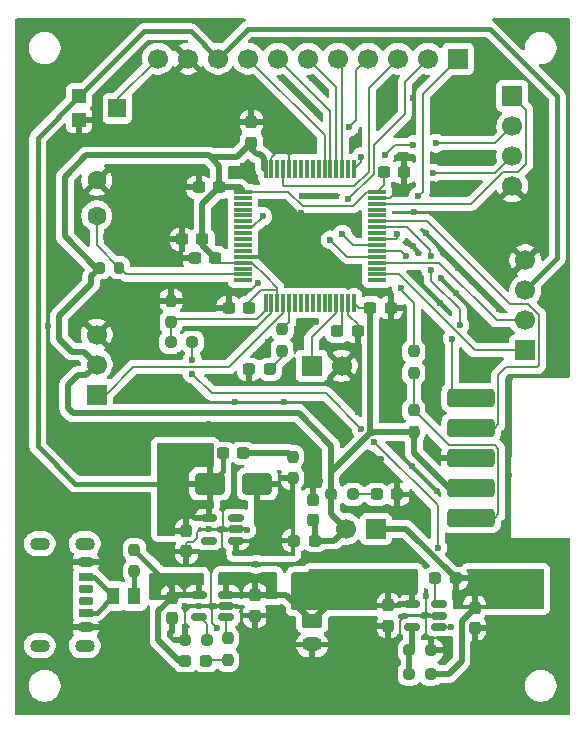
<source format=gtl>
%TF.GenerationSoftware,KiCad,Pcbnew,9.0.4-9.0.4-0~ubuntu22.04.1*%
%TF.CreationDate,2025-09-21T14:17:20+01:00*%
%TF.ProjectId,pcb,7063622e-6b69-4636-9164-5f7063625858,rev?*%
%TF.SameCoordinates,Original*%
%TF.FileFunction,Copper,L1,Top*%
%TF.FilePolarity,Positive*%
%FSLAX46Y46*%
G04 Gerber Fmt 4.6, Leading zero omitted, Abs format (unit mm)*
G04 Created by KiCad (PCBNEW 9.0.4-9.0.4-0~ubuntu22.04.1) date 2025-09-21 14:17:20*
%MOMM*%
%LPD*%
G01*
G04 APERTURE LIST*
G04 Aperture macros list*
%AMRoundRect*
0 Rectangle with rounded corners*
0 $1 Rounding radius*
0 $2 $3 $4 $5 $6 $7 $8 $9 X,Y pos of 4 corners*
0 Add a 4 corners polygon primitive as box body*
4,1,4,$2,$3,$4,$5,$6,$7,$8,$9,$2,$3,0*
0 Add four circle primitives for the rounded corners*
1,1,$1+$1,$2,$3*
1,1,$1+$1,$4,$5*
1,1,$1+$1,$6,$7*
1,1,$1+$1,$8,$9*
0 Add four rect primitives between the rounded corners*
20,1,$1+$1,$2,$3,$4,$5,0*
20,1,$1+$1,$4,$5,$6,$7,0*
20,1,$1+$1,$6,$7,$8,$9,0*
20,1,$1+$1,$8,$9,$2,$3,0*%
G04 Aperture macros list end*
%TA.AperFunction,SMDPad,CuDef*%
%ADD10RoundRect,0.237500X0.300000X0.237500X-0.300000X0.237500X-0.300000X-0.237500X0.300000X-0.237500X0*%
%TD*%
%TA.AperFunction,SMDPad,CuDef*%
%ADD11RoundRect,0.237500X-0.300000X-0.237500X0.300000X-0.237500X0.300000X0.237500X-0.300000X0.237500X0*%
%TD*%
%TA.AperFunction,SMDPad,CuDef*%
%ADD12RoundRect,0.237500X-0.237500X0.250000X-0.237500X-0.250000X0.237500X-0.250000X0.237500X0.250000X0*%
%TD*%
%TA.AperFunction,SMDPad,CuDef*%
%ADD13RoundRect,0.237500X0.237500X-0.250000X0.237500X0.250000X-0.237500X0.250000X-0.237500X-0.250000X0*%
%TD*%
%TA.AperFunction,SMDPad,CuDef*%
%ADD14RoundRect,0.237500X0.287500X0.237500X-0.287500X0.237500X-0.287500X-0.237500X0.287500X-0.237500X0*%
%TD*%
%TA.AperFunction,ComponentPad*%
%ADD15R,1.700000X1.700000*%
%TD*%
%TA.AperFunction,ComponentPad*%
%ADD16C,1.700000*%
%TD*%
%TA.AperFunction,SMDPad,CuDef*%
%ADD17RoundRect,0.237500X0.237500X-0.300000X0.237500X0.300000X-0.237500X0.300000X-0.237500X-0.300000X0*%
%TD*%
%TA.AperFunction,SMDPad,CuDef*%
%ADD18RoundRect,0.237500X-0.287500X-0.237500X0.287500X-0.237500X0.287500X0.237500X-0.287500X0.237500X0*%
%TD*%
%TA.AperFunction,SMDPad,CuDef*%
%ADD19RoundRect,0.150000X0.512500X0.150000X-0.512500X0.150000X-0.512500X-0.150000X0.512500X-0.150000X0*%
%TD*%
%TA.AperFunction,SMDPad,CuDef*%
%ADD20RoundRect,0.200000X-0.200000X-0.275000X0.200000X-0.275000X0.200000X0.275000X-0.200000X0.275000X0*%
%TD*%
%TA.AperFunction,SMDPad,CuDef*%
%ADD21RoundRect,0.225000X1.775000X0.525000X-1.775000X0.525000X-1.775000X-0.525000X1.775000X-0.525000X0*%
%TD*%
%TA.AperFunction,SMDPad,CuDef*%
%ADD22R,1.140000X1.470000*%
%TD*%
%TA.AperFunction,SMDPad,CuDef*%
%ADD23RoundRect,0.237500X-0.237500X0.300000X-0.237500X-0.300000X0.237500X-0.300000X0.237500X0.300000X0*%
%TD*%
%TA.AperFunction,SMDPad,CuDef*%
%ADD24R,1.200000X1.200000*%
%TD*%
%TA.AperFunction,SMDPad,CuDef*%
%ADD25R,1.500000X1.600000*%
%TD*%
%TA.AperFunction,ComponentPad*%
%ADD26C,1.600000*%
%TD*%
%TA.AperFunction,SMDPad,CuDef*%
%ADD27RoundRect,0.237500X0.250000X0.237500X-0.250000X0.237500X-0.250000X-0.237500X0.250000X-0.237500X0*%
%TD*%
%TA.AperFunction,SMDPad,CuDef*%
%ADD28RoundRect,0.075000X-0.700000X-0.075000X0.700000X-0.075000X0.700000X0.075000X-0.700000X0.075000X0*%
%TD*%
%TA.AperFunction,SMDPad,CuDef*%
%ADD29RoundRect,0.075000X-0.075000X-0.700000X0.075000X-0.700000X0.075000X0.700000X-0.075000X0.700000X0*%
%TD*%
%TA.AperFunction,SMDPad,CuDef*%
%ADD30RoundRect,0.250000X-1.000000X-0.650000X1.000000X-0.650000X1.000000X0.650000X-1.000000X0.650000X0*%
%TD*%
%TA.AperFunction,ComponentPad*%
%ADD31RoundRect,0.250000X-0.625000X0.350000X-0.625000X-0.350000X0.625000X-0.350000X0.625000X0.350000X0*%
%TD*%
%TA.AperFunction,ComponentPad*%
%ADD32O,1.750000X1.200000*%
%TD*%
%TA.AperFunction,SMDPad,CuDef*%
%ADD33RoundRect,0.175000X-0.425000X0.175000X-0.425000X-0.175000X0.425000X-0.175000X0.425000X0.175000X0*%
%TD*%
%TA.AperFunction,SMDPad,CuDef*%
%ADD34RoundRect,0.190000X0.410000X-0.190000X0.410000X0.190000X-0.410000X0.190000X-0.410000X-0.190000X0*%
%TD*%
%TA.AperFunction,SMDPad,CuDef*%
%ADD35RoundRect,0.200000X0.400000X-0.200000X0.400000X0.200000X-0.400000X0.200000X-0.400000X-0.200000X0*%
%TD*%
%TA.AperFunction,SMDPad,CuDef*%
%ADD36RoundRect,0.175000X0.425000X-0.175000X0.425000X0.175000X-0.425000X0.175000X-0.425000X-0.175000X0*%
%TD*%
%TA.AperFunction,SMDPad,CuDef*%
%ADD37RoundRect,0.190000X-0.410000X0.190000X-0.410000X-0.190000X0.410000X-0.190000X0.410000X0.190000X0*%
%TD*%
%TA.AperFunction,SMDPad,CuDef*%
%ADD38RoundRect,0.200000X-0.400000X0.200000X-0.400000X-0.200000X0.400000X-0.200000X0.400000X0.200000X0*%
%TD*%
%TA.AperFunction,HeatsinkPad*%
%ADD39O,1.700000X1.100000*%
%TD*%
%TA.AperFunction,SMDPad,CuDef*%
%ADD40RoundRect,0.237500X-0.250000X-0.237500X0.250000X-0.237500X0.250000X0.237500X-0.250000X0.237500X0*%
%TD*%
%TA.AperFunction,ViaPad*%
%ADD41C,0.600000*%
%TD*%
%TA.AperFunction,Conductor*%
%ADD42C,0.200000*%
%TD*%
%TA.AperFunction,Conductor*%
%ADD43C,0.300000*%
%TD*%
%TA.AperFunction,Conductor*%
%ADD44C,0.500000*%
%TD*%
%TA.AperFunction,Conductor*%
%ADD45C,0.400000*%
%TD*%
G04 APERTURE END LIST*
D10*
%TO.P,C10,1*%
%TO.N,+3.3V*%
X81762500Y-54300000D03*
%TO.P,C10,2*%
%TO.N,GND*%
X80037500Y-54300000D03*
%TD*%
D11*
%TO.P,C6,1*%
%TO.N,+3.3V*%
X94587500Y-64500000D03*
%TO.P,C6,2*%
%TO.N,GND*%
X96312500Y-64500000D03*
%TD*%
D10*
%TO.P,C3,1*%
%TO.N,+3.3V*%
X81450000Y-60250000D03*
%TO.P,C3,2*%
%TO.N,GND*%
X79725000Y-60250000D03*
%TD*%
%TO.P,C9,1*%
%TO.N,+3.3V*%
X84312500Y-64500000D03*
%TO.P,C9,2*%
%TO.N,GND*%
X82587500Y-64500000D03*
%TD*%
D11*
%TO.P,C5,1*%
%TO.N,+3.3V*%
X95700000Y-53000000D03*
%TO.P,C5,2*%
%TO.N,GND*%
X97425000Y-53000000D03*
%TD*%
D12*
%TO.P,R13,1*%
%TO.N,BT CONNECT*%
X98250000Y-68187500D03*
%TO.P,R13,2*%
%TO.N,Net-(J2-Pin_5)*%
X98250000Y-70012500D03*
%TD*%
D10*
%TO.P,C7,1*%
%TO.N,+3.3V*%
X80362500Y-58700000D03*
%TO.P,C7,2*%
%TO.N,GND*%
X78637500Y-58700000D03*
%TD*%
D13*
%TO.P,R14,1*%
%TO.N,+3.3V*%
X98250000Y-75012500D03*
%TO.P,R14,2*%
%TO.N,Net-(J2-Pin_5)*%
X98250000Y-73187500D03*
%TD*%
D14*
%TO.P,D1,1,K*%
%TO.N,GND*%
X96850000Y-80300000D03*
%TO.P,D1,2,A*%
%TO.N,Net-(D1-A)*%
X95100000Y-80300000D03*
%TD*%
D13*
%TO.P,R13,1*%
%TO.N,Net-(D5-A)*%
X88000000Y-78912500D03*
%TO.P,R13,2*%
%TO.N,Net-(C17-Pad1)*%
X88000000Y-77087500D03*
%TD*%
D15*
%TO.P,J6,1,Pin_1*%
%TO.N,USART3 TX*%
X89600000Y-69400000D03*
D16*
%TO.P,J6,2,Pin_2*%
%TO.N,GND*%
X92140000Y-69400000D03*
%TD*%
D17*
%TO.P,C15,1*%
%TO.N,+3.3V*%
X89700000Y-82462500D03*
%TO.P,C15,2*%
%TO.N,GND*%
X89700000Y-80737500D03*
%TD*%
D18*
%TO.P,D2,1,K*%
%TO.N,GND*%
X84325000Y-69700000D03*
%TO.P,D2,2,A*%
%TO.N,Net-(D2-A)*%
X86075000Y-69700000D03*
%TD*%
D15*
%TO.P,J4,1,Pin_1*%
%TO.N,LCD RS*%
X107700000Y-68100000D03*
D16*
%TO.P,J4,2,Pin_2*%
%TO.N,LCD E*%
X107700000Y-65560000D03*
%TO.P,J4,3,Pin_3*%
%TO.N,+5V*%
X107700000Y-63020000D03*
%TO.P,J4,4,Pin_4*%
%TO.N,GND*%
X107700000Y-60480000D03*
%TD*%
D19*
%TO.P,U5,1,SW*%
%TO.N,Net-(D5-A)*%
X83175000Y-84200000D03*
%TO.P,U5,2,GND*%
%TO.N,GND*%
X83175000Y-83250000D03*
%TO.P,U5,3,NC*%
%TO.N,unconnected-(U5-NC-Pad3)*%
X83175000Y-82300000D03*
%TO.P,U5,4,VOUT*%
%TO.N,+5V*%
X80900000Y-82300000D03*
%TO.P,U5,5,NC*%
%TO.N,unconnected-(U5-NC-Pad5)*%
X80900000Y-84200000D03*
%TD*%
D10*
%TO.P,C17,1*%
%TO.N,Net-(C17-Pad1)*%
X83800000Y-76800000D03*
%TO.P,C17,2*%
%TO.N,+5V*%
X82075000Y-76800000D03*
%TD*%
D20*
%TO.P,R7,1*%
%TO.N,+3.3V*%
X71675000Y-61100000D03*
%TO.P,R7,2*%
%TO.N,ADC1*%
X73325000Y-61100000D03*
%TD*%
D15*
%TO.P,J5,1,Pin_1*%
%TO.N,ADC2*%
X71400000Y-71840000D03*
D16*
%TO.P,J5,2,Pin_2*%
%TO.N,+3.3V*%
X71400000Y-69300000D03*
%TO.P,J5,3,Pin_3*%
%TO.N,GND*%
X71400000Y-66760000D03*
%TD*%
D13*
%TO.P,R12,1*%
%TO.N,ADC3*%
X77700000Y-65712500D03*
%TO.P,R12,2*%
%TO.N,GND*%
X77700000Y-63887500D03*
%TD*%
D15*
%TO.P,J2,1,Pin_1*%
%TO.N,LCD D1*%
X102000000Y-43400000D03*
D16*
%TO.P,J2,2,Pin_2*%
%TO.N,LCD D2*%
X99460000Y-43400000D03*
%TO.P,J2,3,Pin_3*%
%TO.N,LCD D3*%
X96920000Y-43400000D03*
%TO.P,J2,4,Pin_4*%
%TO.N,LCD D4*%
X94380000Y-43400000D03*
%TO.P,J2,5,Pin_5*%
%TO.N,LCD D5*%
X91840000Y-43400000D03*
%TO.P,J2,6,Pin_6*%
%TO.N,LCD D6*%
X89300000Y-43400000D03*
%TO.P,J2,7,Pin_7*%
%TO.N,LCD D7*%
X86760000Y-43400000D03*
%TO.P,J2,8,Pin_8*%
%TO.N,LCD D8*%
X84220000Y-43400000D03*
%TO.P,J2,9,Pin_9*%
%TO.N,+5V*%
X81680000Y-43400000D03*
%TO.P,J2,10,Pin_10*%
%TO.N,GND*%
X79140000Y-43400000D03*
%TO.P,J2,11,Pin_11*%
%TO.N,Net-(J2-Pin_11)*%
X76600000Y-43400000D03*
%TD*%
D21*
%TO.P,J2,1,Pin_1*%
%TO.N,USART1 TX*%
X103100000Y-72120000D03*
%TO.P,J2,2,Pin_2*%
%TO.N,USART1 RX*%
X103100000Y-74660000D03*
%TO.P,J2,3,Pin_3*%
%TO.N,GND*%
X103100000Y-77200000D03*
%TO.P,J2,4,Pin_4*%
%TO.N,+3.3V*%
X103100000Y-79740000D03*
%TO.P,J2,5,Pin_5*%
%TO.N,Net-(J2-Pin_5)*%
X103110000Y-82280000D03*
%TD*%
D22*
%TO.P,FB1,1*%
%TO.N,Net-(FB1-Pad1)*%
X72810000Y-88900000D03*
%TO.P,FB1,2*%
%TO.N,Net-(FB1-Pad2)*%
X74590000Y-88900000D03*
%TD*%
D23*
%TO.P,C1,1*%
%TO.N,+Vbat*%
X96100000Y-89700000D03*
%TO.P,C1,2*%
%TO.N,GND*%
X96100000Y-91425000D03*
%TD*%
D24*
%TO.P,RV1,1,1*%
%TO.N,+5V*%
X69900000Y-46600000D03*
D25*
%TO.P,RV1,2,2*%
%TO.N,Net-(J2-Pin_11)*%
X73150000Y-47600000D03*
D24*
%TO.P,RV1,3,3*%
%TO.N,GND*%
X69900000Y-48600000D03*
%TD*%
D23*
%TO.P,C16,1*%
%TO.N,+5V*%
X79000000Y-83400000D03*
%TO.P,C16,2*%
%TO.N,GND*%
X79000000Y-85125000D03*
%TD*%
D14*
%TO.P,L3,1*%
%TO.N,+3.3V*%
X89875000Y-84200000D03*
%TO.P,L3,2*%
%TO.N,Net-(D5-A)*%
X88125000Y-84200000D03*
%TD*%
D26*
%TO.P,R6,1*%
%TO.N,ADC1*%
X71400000Y-56700000D03*
%TO.P,R6,2*%
%TO.N,GND*%
X71400000Y-53700000D03*
%TD*%
D13*
%TO.P,R8,1*%
%TO.N,Net-(D3-K)*%
X82499000Y-94313500D03*
%TO.P,R8,2*%
%TO.N,Net-(U3-STAT)*%
X82499000Y-92488500D03*
%TD*%
D15*
%TO.P,SW1,1,A*%
%TO.N,+3.3Vswin*%
X95057500Y-83217500D03*
D16*
%TO.P,SW1,2,B*%
%TO.N,+3.3V*%
X92517500Y-83217500D03*
%TD*%
D13*
%TO.P,R5,1*%
%TO.N,Net-(D2-A)*%
X87100000Y-68112500D03*
%TO.P,R5,2*%
%TO.N,DEBUG LED*%
X87100000Y-66287500D03*
%TD*%
D27*
%TO.P,R1,1*%
%TO.N,+3.3Vswin*%
X99700000Y-95500000D03*
%TO.P,R1,2*%
%TO.N,Net-(U1-FB)*%
X97875000Y-95500000D03*
%TD*%
%TO.P,R4,1*%
%TO.N,Net-(D1-A)*%
X93100000Y-80300000D03*
%TO.P,R4,2*%
%TO.N,+3.3V*%
X91275000Y-80300000D03*
%TD*%
D18*
%TO.P,L1,1*%
%TO.N,Net-(U1-SW)*%
X100050000Y-87400000D03*
%TO.P,L1,2*%
%TO.N,+3.3Vswin*%
X101800000Y-87400000D03*
%TD*%
D28*
%TO.P,U2,1,VBAT*%
%TO.N,+3.3V*%
X83775000Y-54675000D03*
%TO.P,U2,2,PC13*%
%TO.N,unconnected-(U2-PC13-Pad2)*%
X83775000Y-55175000D03*
%TO.P,U2,3,PC14*%
%TO.N,unconnected-(U2-PC14-Pad3)*%
X83775000Y-55675000D03*
%TO.P,U2,4,PC15*%
%TO.N,unconnected-(U2-PC15-Pad4)*%
X83775000Y-56175000D03*
%TO.P,U2,5,PH0*%
%TO.N,unconnected-(U2-PH0-Pad5)*%
X83775000Y-56675000D03*
%TO.P,U2,6,PH1*%
%TO.N,unconnected-(U2-PH1-Pad6)*%
X83775000Y-57175000D03*
%TO.P,U2,7,NRST*%
%TO.N,NRST*%
X83775000Y-57675000D03*
%TO.P,U2,8,PC0*%
%TO.N,unconnected-(U2-PC0-Pad8)*%
X83775000Y-58175000D03*
%TO.P,U2,9,PC1*%
%TO.N,unconnected-(U2-PC1-Pad9)*%
X83775000Y-58675000D03*
%TO.P,U2,10,PC2*%
%TO.N,unconnected-(U2-PC2-Pad10)*%
X83775000Y-59175000D03*
%TO.P,U2,11,PC3*%
%TO.N,unconnected-(U2-PC3-Pad11)*%
X83775000Y-59675000D03*
%TO.P,U2,12,VSSA*%
%TO.N,GND*%
X83775000Y-60175000D03*
%TO.P,U2,13,VDDA*%
%TO.N,+3.3V*%
X83775000Y-60675000D03*
%TO.P,U2,14,PA0*%
%TO.N,unconnected-(U2-PA0-Pad14)*%
X83775000Y-61175000D03*
%TO.P,U2,15,PA1*%
%TO.N,ADC1*%
X83775000Y-61675000D03*
%TO.P,U2,16,PA2*%
%TO.N,unconnected-(U2-PA2-Pad16)*%
X83775000Y-62175000D03*
D29*
%TO.P,U2,17,PA3*%
%TO.N,ADC3*%
X85700000Y-64100000D03*
%TO.P,U2,18,VSS*%
%TO.N,GND*%
X86200000Y-64100000D03*
%TO.P,U2,19,VDD*%
%TO.N,+3.3V*%
X86700000Y-64100000D03*
%TO.P,U2,20,PA4*%
%TO.N,ADC2*%
X87200000Y-64100000D03*
%TO.P,U2,21,PA5*%
%TO.N,DEBUG LED*%
X87700000Y-64100000D03*
%TO.P,U2,22,PA6*%
%TO.N,unconnected-(U2-PA6-Pad22)*%
X88200000Y-64100000D03*
%TO.P,U2,23,PA7*%
%TO.N,unconnected-(U2-PA7-Pad23)*%
X88700000Y-64100000D03*
%TO.P,U2,24,PC4*%
%TO.N,unconnected-(U2-PC4-Pad24)*%
X89200000Y-64100000D03*
%TO.P,U2,25,PC5*%
%TO.N,unconnected-(U2-PC5-Pad25)*%
X89700000Y-64100000D03*
%TO.P,U2,26,PB0*%
%TO.N,unconnected-(U2-PB0-Pad26)*%
X90200000Y-64100000D03*
%TO.P,U2,27,PB1*%
%TO.N,unconnected-(U2-PB1-Pad27)*%
X90700000Y-64100000D03*
%TO.P,U2,28,PB2*%
%TO.N,unconnected-(U2-PB2-Pad28)*%
X91200000Y-64100000D03*
%TO.P,U2,29,PB10*%
%TO.N,USART3 TX*%
X91700000Y-64100000D03*
%TO.P,U2,30,VCAP_1*%
%TO.N,Net-(U2-VCAP_1)*%
X92200000Y-64100000D03*
%TO.P,U2,31,VSS*%
%TO.N,GND*%
X92700000Y-64100000D03*
%TO.P,U2,32,VDD*%
%TO.N,+3.3V*%
X93200000Y-64100000D03*
D28*
%TO.P,U2,33,PB12*%
%TO.N,unconnected-(U2-PB12-Pad33)*%
X95125000Y-62175000D03*
%TO.P,U2,34,PB13*%
%TO.N,LCD RS*%
X95125000Y-61675000D03*
%TO.P,U2,35,PB14*%
%TO.N,unconnected-(U2-PB14-Pad35)*%
X95125000Y-61175000D03*
%TO.P,U2,36,PB15*%
%TO.N,LCD E*%
X95125000Y-60675000D03*
%TO.P,U2,37,PC6*%
%TO.N,LCD D4*%
X95125000Y-60175000D03*
%TO.P,U2,38,PC7*%
%TO.N,BT CONNECT*%
X95125000Y-59675000D03*
%TO.P,U2,39,PC8*%
%TO.N,LCD D2*%
X95125000Y-59175000D03*
%TO.P,U2,40,PC9*%
%TO.N,LCD D1*%
X95125000Y-58675000D03*
%TO.P,U2,41,PA8*%
%TO.N,unconnected-(U2-PA8-Pad41)*%
X95125000Y-58175000D03*
%TO.P,U2,42,PA9*%
%TO.N,USART1 TX*%
X95125000Y-57675000D03*
%TO.P,U2,43,PA10*%
%TO.N,USART1 RX*%
X95125000Y-57175000D03*
%TO.P,U2,44,PA11*%
%TO.N,unconnected-(U2-PA11-Pad44)*%
X95125000Y-56675000D03*
%TO.P,U2,45,PA12*%
%TO.N,unconnected-(U2-PA12-Pad45)*%
X95125000Y-56175000D03*
%TO.P,U2,46,PA13*%
%TO.N,SWDIO*%
X95125000Y-55675000D03*
%TO.P,U2,47,VSS*%
%TO.N,GND*%
X95125000Y-55175000D03*
%TO.P,U2,48,VDD*%
%TO.N,+3.3V*%
X95125000Y-54675000D03*
D29*
%TO.P,U2,49,PA14*%
%TO.N,SWCLK*%
X93200000Y-52750000D03*
%TO.P,U2,50,PA15*%
%TO.N,unconnected-(U2-PA15-Pad50)*%
X92700000Y-52750000D03*
%TO.P,U2,51,PC10*%
%TO.N,LCD D5*%
X92200000Y-52750000D03*
%TO.P,U2,52,PC11*%
%TO.N,LCD D6*%
X91700000Y-52750000D03*
%TO.P,U2,53,PC12*%
%TO.N,LCD D7*%
X91200000Y-52750000D03*
%TO.P,U2,54,PD2*%
%TO.N,LCD D8*%
X90700000Y-52750000D03*
%TO.P,U2,55,PB3*%
%TO.N,unconnected-(U2-PB3-Pad55)*%
X90200000Y-52750000D03*
%TO.P,U2,56,PB4*%
%TO.N,unconnected-(U2-PB4-Pad56)*%
X89700000Y-52750000D03*
%TO.P,U2,57,PB5*%
%TO.N,unconnected-(U2-PB5-Pad57)*%
X89200000Y-52750000D03*
%TO.P,U2,58,PB6*%
%TO.N,unconnected-(U2-PB6-Pad58)*%
X88700000Y-52750000D03*
%TO.P,U2,59,PB7*%
%TO.N,unconnected-(U2-PB7-Pad59)*%
X88200000Y-52750000D03*
%TO.P,U2,60,BOOT0*%
%TO.N,GND*%
X87700000Y-52750000D03*
%TO.P,U2,61,PB8*%
%TO.N,LCD D3*%
X87200000Y-52750000D03*
%TO.P,U2,62,PB9*%
%TO.N,unconnected-(U2-PB9-Pad62)*%
X86700000Y-52750000D03*
%TO.P,U2,63,VSS*%
%TO.N,GND*%
X86200000Y-52750000D03*
%TO.P,U2,64,VDD*%
%TO.N,+3.3V*%
X85700000Y-52750000D03*
%TD*%
D19*
%TO.P,U3,1,STAT*%
%TO.N,Net-(U3-STAT)*%
X82374000Y-90688500D03*
%TO.P,U3,2,V_{SS}*%
%TO.N,GND*%
X82374000Y-89738500D03*
%TO.P,U3,3,V_{BAT}*%
%TO.N,+Vbat*%
X82374000Y-88788500D03*
%TO.P,U3,4,V_{DD}*%
%TO.N,+Vext*%
X80099000Y-88788500D03*
%TO.P,U3,5,PROG*%
%TO.N,Net-(U3-PROG)*%
X80099000Y-90688500D03*
%TD*%
D30*
%TO.P,D5,1,K*%
%TO.N,+5V*%
X81000000Y-79400000D03*
%TO.P,D5,2,A*%
%TO.N,Net-(D5-A)*%
X85000000Y-79400000D03*
%TD*%
D23*
%TO.P,C12,1*%
%TO.N,+Vext*%
X77799000Y-89026000D03*
%TO.P,C12,2*%
%TO.N,GND*%
X77799000Y-90751000D03*
%TD*%
D31*
%TO.P,BT1,1,+*%
%TO.N,+Vbat*%
X89650000Y-91000000D03*
D32*
%TO.P,BT1,2,-*%
%TO.N,GND*%
X89650000Y-93000000D03*
%TD*%
D17*
%TO.P,C4,1*%
%TO.N,+3.3V*%
X84500000Y-50500000D03*
%TO.P,C4,2*%
%TO.N,GND*%
X84500000Y-48775000D03*
%TD*%
D13*
%TO.P,R10,1*%
%TO.N,Net-(FB1-Pad2)*%
X74600000Y-86812500D03*
%TO.P,R10,2*%
%TO.N,+Vext*%
X74600000Y-84987500D03*
%TD*%
D33*
%TO.P,J1,A5,CC1*%
%TO.N,unconnected-(J1-CC1-PadA5)*%
X70480000Y-88280000D03*
D34*
%TO.P,J1,A9,VBUS*%
%TO.N,Net-(FB1-Pad1)*%
X70480000Y-90300000D03*
D35*
%TO.P,J1,A12,GND*%
%TO.N,GND*%
X70480000Y-91530000D03*
D36*
%TO.P,J1,B5,CC2*%
%TO.N,unconnected-(J1-CC2-PadB5)*%
X70480000Y-89280000D03*
D37*
%TO.P,J1,B9,VBUS*%
%TO.N,Net-(FB1-Pad1)*%
X70480000Y-87260000D03*
D38*
%TO.P,J1,B12,GND*%
%TO.N,GND*%
X70480000Y-86030000D03*
D39*
%TO.P,J1,S1,SHIELD*%
%TO.N,unconnected-(J1-SHIELD-PadS1)_1*%
X70400000Y-84460000D03*
%TO.N,unconnected-(J1-SHIELD-PadS1)*%
X66600000Y-84460000D03*
%TO.N,unconnected-(J1-SHIELD-PadS1)_3*%
X70400000Y-93100000D03*
%TO.N,unconnected-(J1-SHIELD-PadS1)_2*%
X66600000Y-93100000D03*
%TD*%
D23*
%TO.P,C11,1*%
%TO.N,+Vbat*%
X84799000Y-88826000D03*
%TO.P,C11,2*%
%TO.N,GND*%
X84799000Y-90551000D03*
%TD*%
D15*
%TO.P,DBG,1,Pin_1*%
%TO.N,SWDIO*%
X106600000Y-46560000D03*
D16*
%TO.P,DBG,2,Pin_2*%
%TO.N,SWCLK*%
X106600000Y-49100000D03*
%TO.P,DBG,3,Pin_3*%
%TO.N,NRST*%
X106600000Y-51640000D03*
%TO.P,DBG,4,Pin_4*%
%TO.N,GND*%
X106600000Y-54180000D03*
%TD*%
D40*
%TO.P,R2,1*%
%TO.N,Net-(U1-FB)*%
X97887500Y-93500000D03*
%TO.P,R2,2*%
%TO.N,GND*%
X99712500Y-93500000D03*
%TD*%
D14*
%TO.P,D3,1,K*%
%TO.N,Net-(D3-K)*%
X80674000Y-94388500D03*
%TO.P,D3,2,A*%
%TO.N,+Vext*%
X78924000Y-94388500D03*
%TD*%
D11*
%TO.P,C8,1*%
%TO.N,Net-(U2-VCAP_1)*%
X91775000Y-66500000D03*
%TO.P,C8,2*%
%TO.N,GND*%
X93500000Y-66500000D03*
%TD*%
D19*
%TO.P,U1,1,EN*%
%TO.N,+Vbat*%
X100400000Y-91500000D03*
%TO.P,U1,2,GND*%
%TO.N,GND*%
X100400000Y-90550000D03*
%TO.P,U1,3,SW*%
%TO.N,Net-(U1-SW)*%
X100400000Y-89600000D03*
%TO.P,U1,4,VIN*%
%TO.N,+Vbat*%
X98125000Y-89600000D03*
%TO.P,U1,5,FB*%
%TO.N,Net-(U1-FB)*%
X98125000Y-91500000D03*
%TD*%
D27*
%TO.P,R11,1*%
%TO.N,+Vbat*%
X79512500Y-67400000D03*
%TO.P,R11,2*%
%TO.N,ADC3*%
X77687500Y-67400000D03*
%TD*%
D23*
%TO.P,C2,1*%
%TO.N,+3.3Vswin*%
X103400000Y-89900000D03*
%TO.P,C2,2*%
%TO.N,GND*%
X103400000Y-91625000D03*
%TD*%
D27*
%TO.P,R9,1*%
%TO.N,Net-(U3-PROG)*%
X80711500Y-92588500D03*
%TO.P,R9,2*%
%TO.N,GND*%
X78886500Y-92588500D03*
%TD*%
D41*
%TO.N,GND*%
X99400000Y-75700000D03*
X83100000Y-78000000D03*
X67600000Y-75950000D03*
X98100000Y-85200000D03*
X98100000Y-80300000D03*
X95300000Y-46500000D03*
X73000000Y-90500000D03*
X72950000Y-87300000D03*
X98100000Y-48900000D03*
X80074000Y-89726000D03*
X99900000Y-51800000D03*
X101200000Y-83900000D03*
X101000000Y-94200000D03*
X78500000Y-70500000D03*
X100300000Y-77200000D03*
X81174000Y-89726000D03*
X83200000Y-74500000D03*
X95300000Y-49000000D03*
X69800000Y-55450000D03*
X92300000Y-81400000D03*
X96000000Y-81500000D03*
X99550000Y-65600000D03*
X75700000Y-80500000D03*
X84800000Y-53800000D03*
X102400000Y-70500000D03*
X78400000Y-60800000D03*
X88400000Y-66300000D03*
X85900000Y-50700000D03*
X105100000Y-69000000D03*
X106000000Y-82700000D03*
X102000000Y-54000000D03*
X97300000Y-49800000D03*
X100600000Y-57050000D03*
X98150000Y-59300000D03*
X85900000Y-67400000D03*
X83800000Y-81200000D03*
X103000000Y-95300000D03*
X83800000Y-95258546D03*
X70500000Y-58700000D03*
X97300000Y-66800000D03*
X78874000Y-91526000D03*
X75000000Y-70500000D03*
X100000000Y-46800000D03*
X83100000Y-70800000D03*
X97900000Y-54300000D03*
X103300000Y-59750000D03*
X95700000Y-70500000D03*
X92000000Y-57000000D03*
X101800000Y-63200000D03*
X88700000Y-59000000D03*
X97400000Y-54900000D03*
X83100000Y-72500000D03*
X106600000Y-41300000D03*
X75500000Y-90500000D03*
X80900000Y-83200000D03*
X96600000Y-46600000D03*
X98300000Y-56400000D03*
X88800000Y-51100000D03*
X104600000Y-91600000D03*
X66800000Y-48200000D03*
X98900000Y-45200000D03*
X106300000Y-78650000D03*
X98200000Y-46700000D03*
X105500000Y-64600000D03*
X99200000Y-66800000D03*
X69300000Y-65900000D03*
X100200000Y-73800000D03*
X81100000Y-70400000D03*
X88000000Y-74400000D03*
X72000000Y-62600000D03*
X73500000Y-45100000D03*
X78874000Y-89726000D03*
X82100000Y-55650000D03*
X89600000Y-45000000D03*
X95700000Y-66000000D03*
X77400000Y-72300000D03*
X82200000Y-58800000D03*
X95700000Y-68000000D03*
X103300000Y-64900000D03*
X80900000Y-74329568D03*
X79300000Y-52700000D03*
X80700000Y-40900000D03*
X84900000Y-86200000D03*
X83000000Y-79400000D03*
X99300000Y-92400000D03*
X92100000Y-75500000D03*
X87800000Y-69300000D03*
X87300000Y-72500000D03*
X89500000Y-72700000D03*
X67500000Y-55500000D03*
X100600000Y-62000000D03*
X80500000Y-64500000D03*
X104500000Y-49600000D03*
X75000000Y-68500000D03*
X88500000Y-60500000D03*
X100200000Y-80000000D03*
X76100000Y-62600000D03*
X80600000Y-66300000D03*
X99320005Y-90479997D03*
X74000000Y-72300000D03*
X68100000Y-49900000D03*
X88100000Y-42100000D03*
X85300000Y-55600000D03*
X102000000Y-49600000D03*
X80400000Y-72300000D03*
X82100000Y-81400000D03*
X100500000Y-70600000D03*
X86500000Y-58700000D03*
X78500000Y-68500000D03*
X77300000Y-74400000D03*
X99400000Y-83500000D03*
X103250000Y-66650000D03*
X99300000Y-81600000D03*
X95700000Y-73400000D03*
X93500000Y-73300000D03*
X85500000Y-42100000D03*
X90100000Y-48000000D03*
X108000000Y-85700000D03*
X105550000Y-66500000D03*
X110500000Y-61700000D03*
X76100000Y-93600000D03*
X75550000Y-91950000D03*
X84700000Y-45200000D03*
X76100000Y-60800000D03*
X72800000Y-78300000D03*
X81600000Y-91600000D03*
X77000000Y-86000000D03*
X82037500Y-83250000D03*
X93600000Y-50500000D03*
X98100000Y-77900000D03*
X96500000Y-76150000D03*
X67500000Y-78900000D03*
X75600000Y-52700000D03*
X88700000Y-56500000D03*
X88300000Y-67900000D03*
X92200000Y-79100000D03*
X82750000Y-50650000D03*
X96200000Y-63200000D03*
X75000000Y-46300000D03*
X90000000Y-65700000D03*
X90300000Y-79200000D03*
X96000000Y-79100000D03*
X99900000Y-54000000D03*
X73800000Y-44200000D03*
X104800000Y-51700000D03*
X90200000Y-76600000D03*
X96800000Y-51800000D03*
X86500000Y-61200000D03*
X79200000Y-56900000D03*
X108700000Y-52100000D03*
X83800000Y-52500000D03*
X75700000Y-78300000D03*
X87200000Y-86300000D03*
X94800000Y-90900000D03*
X84100000Y-83300000D03*
X104900000Y-42600000D03*
X109100000Y-46900000D03*
X99320005Y-88900000D03*
X82700000Y-40800000D03*
X99200000Y-71600000D03*
X77574000Y-92126000D03*
X72700000Y-80500000D03*
X99300000Y-58200000D03*
X84900000Y-68500000D03*
X81100000Y-85400000D03*
X105900000Y-75500000D03*
X85100000Y-62400000D03*
X79400000Y-50550000D03*
X66200000Y-77500000D03*
X106200000Y-73300000D03*
X98300000Y-61600000D03*
X108700000Y-49400000D03*
X96750000Y-94450000D03*
X102000000Y-61100000D03*
X109900000Y-68900000D03*
X100400000Y-90550000D03*
X97500000Y-90600000D03*
X75650000Y-50500000D03*
X86100000Y-90000000D03*
X78400000Y-62600000D03*
X68400000Y-59650000D03*
X68900000Y-77200000D03*
X90500000Y-55000000D03*
X69200000Y-80500000D03*
X106400000Y-70400000D03*
X72200000Y-42800000D03*
X109800000Y-65200000D03*
X89700000Y-85500000D03*
X69300000Y-62600000D03*
X87300000Y-70800000D03*
X72200000Y-58500000D03*
X110200000Y-44900000D03*
X87500000Y-57500000D03*
X104700000Y-67200000D03*
X103400000Y-93000000D03*
X87100000Y-45000000D03*
X95500000Y-77300000D03*
X99900000Y-48900000D03*
X92600000Y-91000000D03*
X82800000Y-53300000D03*
X70000000Y-78300000D03*
X98100000Y-51700000D03*
X84200000Y-66600000D03*
X83000000Y-75600000D03*
X83700000Y-91600000D03*
X72700000Y-83500000D03*
X74000000Y-74500000D03*
X88800000Y-49300000D03*
X93800000Y-62700000D03*
X69000000Y-83500000D03*
X77500000Y-95100000D03*
X90800000Y-46200000D03*
X80500000Y-68400000D03*
X90500000Y-57000000D03*
X88800000Y-55000000D03*
X89500000Y-62500000D03*
X101200000Y-93100000D03*
X102450000Y-68450000D03*
X81500000Y-56900000D03*
X92600000Y-85700000D03*
X102000000Y-51800000D03*
X75700000Y-83500000D03*
X85500000Y-59000000D03*
X85500000Y-60175000D03*
X100600000Y-68800000D03*
X103200000Y-62200000D03*
X97100000Y-92400000D03*
X85800000Y-68400000D03*
X108100000Y-90900000D03*
X67300000Y-66000000D03*
X82200000Y-68500000D03*
X100500000Y-64100000D03*
X93500000Y-61000000D03*
X84000000Y-63100000D03*
X97300000Y-71600000D03*
X102100000Y-56600000D03*
%TO.N,LCD D1*%
X98650000Y-55050000D03*
X96800000Y-58275000D03*
%TO.N,LCD D4*%
X91200000Y-58750000D03*
X92800000Y-49200000D03*
%TO.N,LCD D2*%
X92700000Y-55300000D03*
X92200000Y-58250000D03*
%TO.N,NRST*%
X85450000Y-56750000D03*
X99889000Y-53089000D03*
%TO.N,USART1 TX*%
X101500000Y-67100000D03*
X102124265Y-65975735D03*
X99700000Y-61275000D03*
X99700000Y-60075000D03*
%TO.N,SWCLK*%
X95850000Y-51550000D03*
X100150000Y-50550000D03*
X98200000Y-50700000D03*
X93800000Y-51700000D03*
%TO.N,+Vbat*%
X93819457Y-74781957D03*
X100280331Y-84819669D03*
X98200000Y-86900000D03*
X79500000Y-70100000D03*
X94861352Y-75861384D03*
X79500000Y-68900000D03*
X101400000Y-91500000D03*
%TO.N,BT CONNECT*%
X97575000Y-60075000D03*
X97200000Y-62800000D03*
%TD*%
D42*
%TO.N,GND*%
X79600000Y-84300000D02*
X79100000Y-84300000D01*
X84400000Y-63100000D02*
X85100000Y-62400000D01*
D43*
X83775000Y-60175000D02*
X85500000Y-60175000D01*
D42*
X86200000Y-51850000D02*
X87000000Y-51050000D01*
X81174000Y-91174000D02*
X81600000Y-91600000D01*
X78874000Y-89726000D02*
X78874000Y-91526000D01*
X79900000Y-84000000D02*
X79600000Y-84300000D01*
X79000000Y-84400000D02*
X79000000Y-85125000D01*
X82037500Y-83250000D02*
X82037500Y-85062500D01*
X96275000Y-55175000D02*
X96900000Y-54550000D01*
X97100000Y-91000000D02*
X97100000Y-92400000D01*
X86200000Y-64908824D02*
X86200000Y-64100000D01*
X92700000Y-64100000D02*
X92700000Y-65100000D01*
X97500000Y-90600000D02*
X97100000Y-91000000D01*
X82100000Y-81400000D02*
X82100000Y-83187500D01*
X84200000Y-66600000D02*
X84300000Y-66500000D01*
X84300000Y-66500000D02*
X84600000Y-66500000D01*
X86200000Y-52750000D02*
X86200000Y-51850000D01*
X80200000Y-83200000D02*
X79900000Y-83500000D01*
X99320005Y-88900000D02*
X99320005Y-90479997D01*
X89700000Y-85500000D02*
X88900000Y-86300000D01*
X95125000Y-55175000D02*
X96275000Y-55175000D01*
X80900000Y-83200000D02*
X80200000Y-83200000D01*
X88900000Y-86300000D02*
X87200000Y-86300000D01*
X87700000Y-52750000D02*
X87700000Y-50550000D01*
X85050000Y-66050000D02*
X85058824Y-66050000D01*
X93500000Y-65900000D02*
X93500000Y-66500000D01*
X82037500Y-85062500D02*
X81700000Y-85400000D01*
X81100000Y-89652000D02*
X81174000Y-89726000D01*
X84000000Y-63100000D02*
X84400000Y-63100000D01*
X99320005Y-92379995D02*
X99300000Y-92400000D01*
X79100000Y-84300000D02*
X79000000Y-84400000D01*
X79900000Y-83500000D02*
X79900000Y-84000000D01*
X92700000Y-65100000D02*
X93500000Y-65900000D01*
X81174000Y-89726000D02*
X81174000Y-91174000D01*
X82100000Y-83187500D02*
X82037500Y-83250000D01*
X99320005Y-90479997D02*
X99320005Y-92379995D01*
X81100000Y-85400000D02*
X81100000Y-89652000D01*
X85058824Y-66050000D02*
X86200000Y-64908824D01*
X84600000Y-66500000D02*
X85050000Y-66050000D01*
X81700000Y-85400000D02*
X81100000Y-85400000D01*
%TO.N,+3.3V*%
X95700000Y-53000000D02*
X95700000Y-54100000D01*
D44*
X94587500Y-75074575D02*
X94825425Y-75074575D01*
X89875000Y-82637500D02*
X89700000Y-82462500D01*
X80912500Y-51600000D02*
X81063500Y-51751000D01*
D42*
X93090176Y-55901000D02*
X94316176Y-54675000D01*
D44*
X69000000Y-71000000D02*
X69800000Y-70200000D01*
X89875000Y-84200000D02*
X89875000Y-82637500D01*
X85254340Y-51485384D02*
X85599000Y-51830044D01*
X69800000Y-70200000D02*
X70500000Y-70200000D01*
X101640000Y-79740000D02*
X102100000Y-79740000D01*
D42*
X88851057Y-55901000D02*
X93090176Y-55901000D01*
D44*
X94825425Y-75074575D02*
X94887500Y-75012500D01*
X83249000Y-51751000D02*
X84500000Y-50500000D01*
X70500000Y-70200000D02*
X71400000Y-69300000D01*
X94587500Y-75074575D02*
X94587500Y-64500000D01*
X69300000Y-68200000D02*
X68200000Y-67100000D01*
X71350000Y-61100000D02*
X71675000Y-61100000D01*
X101240000Y-79740000D02*
X103100000Y-79740000D01*
X70500000Y-51600000D02*
X80912500Y-51600000D01*
D42*
X85729412Y-61820588D02*
X86700000Y-62791176D01*
D44*
X81762500Y-52450000D02*
X81762500Y-54300000D01*
X92517500Y-83217500D02*
X91535000Y-84200000D01*
X69000000Y-73000000D02*
X69000000Y-71000000D01*
X80912500Y-51600000D02*
X81762500Y-52450000D01*
D42*
X94587500Y-64500000D02*
X93600000Y-64500000D01*
D44*
X91535000Y-84200000D02*
X89875000Y-84200000D01*
X91275000Y-78387075D02*
X94587500Y-75074575D01*
X80362500Y-55700000D02*
X80362500Y-58700000D01*
X68700000Y-58450000D02*
X68700000Y-53400000D01*
X70949000Y-61826000D02*
X71675000Y-61100000D01*
D42*
X81875000Y-60675000D02*
X83775000Y-60675000D01*
D44*
X98250000Y-76750000D02*
X101240000Y-79740000D01*
X84947884Y-51485384D02*
X85254340Y-51485384D01*
X81063500Y-51751000D02*
X83249000Y-51751000D01*
X68700000Y-58450000D02*
X71350000Y-61100000D01*
X98250000Y-75012500D02*
X98250000Y-76750000D01*
X84500000Y-50500000D02*
X84500000Y-51037500D01*
X94887500Y-75012500D02*
X98250000Y-75012500D01*
X70300000Y-68200000D02*
X71400000Y-69300000D01*
X91275000Y-76175000D02*
X88501000Y-73401000D01*
D42*
X95700000Y-54100000D02*
X95125000Y-54675000D01*
X91647500Y-80672500D02*
X91275000Y-80300000D01*
D44*
X80362500Y-59162500D02*
X81450000Y-60250000D01*
D42*
X83775000Y-54675000D02*
X87625057Y-54675000D01*
X81450000Y-60250000D02*
X81450000Y-60100000D01*
X84312500Y-64500000D02*
X84312500Y-64025000D01*
D44*
X83501000Y-54300000D02*
X83775000Y-54574000D01*
X68200000Y-65200000D02*
X70949000Y-62451000D01*
X88501000Y-73401000D02*
X85881634Y-73401000D01*
D42*
X87625057Y-54675000D02*
X88851057Y-55901000D01*
X85337500Y-63000000D02*
X86600000Y-63000000D01*
D44*
X91275000Y-81975000D02*
X91275000Y-80300000D01*
X69401000Y-73401000D02*
X69000000Y-73000000D01*
X85599000Y-51830044D02*
X85599000Y-52750000D01*
D42*
X86600000Y-63000000D02*
X86700000Y-63000000D01*
X86700000Y-62791176D02*
X86700000Y-63000000D01*
X93600000Y-64500000D02*
X93200000Y-64100000D01*
D44*
X91275000Y-78387075D02*
X91275000Y-76175000D01*
X68700000Y-53400000D02*
X70500000Y-51600000D01*
D42*
X80362500Y-58700000D02*
X80362500Y-59162500D01*
X83775000Y-60675000D02*
X84583824Y-60675000D01*
X94316176Y-54675000D02*
X95125000Y-54675000D01*
X86700000Y-63000000D02*
X86700000Y-64100000D01*
D44*
X91275000Y-78387075D02*
X91275000Y-80300000D01*
X84500000Y-51037500D02*
X84947884Y-51485384D01*
X81762500Y-54300000D02*
X80362500Y-55700000D01*
D42*
X84583824Y-60675000D02*
X85729412Y-61820588D01*
X81450000Y-60250000D02*
X81875000Y-60675000D01*
D44*
X70949000Y-62451000D02*
X70949000Y-61826000D01*
D42*
X95700000Y-53000000D02*
X95700000Y-53250000D01*
X84312500Y-64025000D02*
X85337500Y-63000000D01*
D44*
X68200000Y-67100000D02*
X68200000Y-65200000D01*
X70300000Y-68200000D02*
X69300000Y-68200000D01*
X92517500Y-83217500D02*
X91275000Y-81975000D01*
X81762500Y-54300000D02*
X83501000Y-54300000D01*
X85881634Y-73401000D02*
X69401000Y-73401000D01*
D42*
%TO.N,LCD D1*%
X96800000Y-58275000D02*
X96800000Y-58600000D01*
X96800000Y-58600000D02*
X96725000Y-58675000D01*
X96725000Y-58675000D02*
X95125000Y-58675000D01*
X99000000Y-54700000D02*
X99000000Y-46400000D01*
X98650000Y-55050000D02*
X99000000Y-54700000D01*
X99000000Y-46400000D02*
X102000000Y-43400000D01*
D45*
%TO.N,+5V*%
X110400000Y-60320000D02*
X107700000Y-63020000D01*
X82075000Y-76800000D02*
X82075000Y-78325000D01*
X66400000Y-76200000D02*
X66400000Y-50100000D01*
X84181000Y-40899000D02*
X104699000Y-40899000D01*
X75400000Y-41100000D02*
X79380000Y-41100000D01*
X81000000Y-79400000D02*
X69600000Y-79400000D01*
X104699000Y-40899000D02*
X110400000Y-46600000D01*
X82075000Y-78325000D02*
X81000000Y-79400000D01*
X81680000Y-43400000D02*
X84181000Y-40899000D01*
X79380000Y-41100000D02*
X81680000Y-43400000D01*
X110400000Y-46600000D02*
X110400000Y-60320000D01*
X66400000Y-50100000D02*
X69900000Y-46600000D01*
X69900000Y-46600000D02*
X75400000Y-41100000D01*
X69600000Y-79400000D02*
X66400000Y-76200000D01*
D42*
%TO.N,Net-(D1-A)*%
X93100000Y-80300000D02*
X95100000Y-80300000D01*
%TO.N,Net-(D2-A)*%
X87100000Y-68112500D02*
X87100000Y-68675000D01*
X87100000Y-68675000D02*
X86075000Y-69700000D01*
%TO.N,Net-(D3-K)*%
X80749000Y-94313500D02*
X80674000Y-94388500D01*
X82499000Y-94313500D02*
X80749000Y-94313500D01*
%TO.N,LCD D3*%
X87200000Y-54100000D02*
X87200000Y-52750000D01*
X94460500Y-52972400D02*
X93232900Y-54200000D01*
X96920000Y-43400000D02*
X94460500Y-45859500D01*
X93232900Y-54200000D02*
X87300000Y-54200000D01*
X94460500Y-45859500D02*
X94460500Y-52972400D01*
X87300000Y-54200000D02*
X87200000Y-54100000D01*
%TO.N,LCD D5*%
X92200000Y-43760000D02*
X92200000Y-52750000D01*
X91840000Y-43400000D02*
X92200000Y-43760000D01*
%TO.N,LCD D8*%
X90700000Y-49880000D02*
X90700000Y-52750000D01*
X84220000Y-43400000D02*
X90700000Y-49880000D01*
%TO.N,LCD D6*%
X89300000Y-43400000D02*
X91700000Y-45800000D01*
X91700000Y-45800000D02*
X91700000Y-52750000D01*
%TO.N,LCD D4*%
X91200000Y-58750000D02*
X92625000Y-60175000D01*
X93400000Y-44380000D02*
X94380000Y-43400000D01*
X92800000Y-49200000D02*
X93400000Y-48600000D01*
X92625000Y-60175000D02*
X95125000Y-60175000D01*
X93400000Y-48600000D02*
X93400000Y-44380000D01*
%TO.N,LCD D7*%
X86760000Y-43400000D02*
X91200000Y-47840000D01*
X91200000Y-47840000D02*
X91200000Y-52750000D01*
%TO.N,LCD D2*%
X97500000Y-48100000D02*
X94861500Y-50738500D01*
X97500000Y-45360000D02*
X97500000Y-48100000D01*
X93125000Y-59175000D02*
X95125000Y-59175000D01*
X92200000Y-58250000D02*
X93125000Y-59175000D01*
X94861500Y-50738500D02*
X94861500Y-53138500D01*
X99460000Y-43400000D02*
X97500000Y-45360000D01*
X94861500Y-53138500D02*
X92700000Y-55300000D01*
%TO.N,LCD RS*%
X95125000Y-61675000D02*
X96975000Y-61675000D01*
X96975000Y-61675000D02*
X103400000Y-68100000D01*
X103400000Y-68100000D02*
X107700000Y-68100000D01*
%TO.N,LCD E*%
X100375000Y-60675000D02*
X95125000Y-60675000D01*
X105260000Y-65560000D02*
X100375000Y-60675000D01*
X107700000Y-65560000D02*
X105260000Y-65560000D01*
%TO.N,NRST*%
X105151000Y-53089000D02*
X99889000Y-53089000D01*
X84583824Y-57675000D02*
X83775000Y-57675000D01*
X99889000Y-53089000D02*
X99898000Y-53080000D01*
X85450000Y-56750000D02*
X85450000Y-56808824D01*
X106600000Y-51640000D02*
X105151000Y-53089000D01*
X85450000Y-56808824D02*
X84583824Y-57675000D01*
%TO.N,Net-(U1-SW)*%
X100050000Y-89250000D02*
X100050000Y-87400000D01*
X100400000Y-89600000D02*
X100050000Y-89250000D01*
%TO.N,ADC2*%
X87200000Y-64100000D02*
X87200000Y-64908824D01*
X87200000Y-64908824D02*
X82608824Y-69500000D01*
X82608824Y-69500000D02*
X74500000Y-69500000D01*
X74500000Y-69500000D02*
X72160000Y-71840000D01*
X72160000Y-71840000D02*
X71400000Y-71840000D01*
%TO.N,USART1 TX*%
X99600000Y-59600000D02*
X97675000Y-57675000D01*
X99600000Y-59975000D02*
X99600000Y-59600000D01*
X101500000Y-71520000D02*
X102100000Y-72120000D01*
X99700000Y-61275000D02*
X99700000Y-62200000D01*
X102124265Y-64624265D02*
X102124265Y-65975735D01*
X97675000Y-57675000D02*
X95125000Y-57675000D01*
X99700000Y-60075000D02*
X99600000Y-59975000D01*
X99700000Y-62200000D02*
X102124265Y-64624265D01*
X101500000Y-67100000D02*
X101500000Y-71520000D01*
%TO.N,Net-(U3-PROG)*%
X80711500Y-91301000D02*
X80711500Y-92588500D01*
X80099000Y-90688500D02*
X80711500Y-91301000D01*
%TO.N,Net-(U3-STAT)*%
X82374000Y-90688500D02*
X82374000Y-92363500D01*
X82374000Y-92363500D02*
X82499000Y-92488500D01*
%TO.N,USART1 RX*%
X105400000Y-74360000D02*
X105100000Y-74660000D01*
X99375000Y-57175000D02*
X106371000Y-64171000D01*
X105400000Y-70159969D02*
X105400000Y-74360000D01*
X95125000Y-57175000D02*
X99375000Y-57175000D01*
X106059969Y-69500000D02*
X105400000Y-70159969D01*
X105100000Y-74660000D02*
X103100000Y-74660000D01*
X108851000Y-65083240D02*
X108851000Y-69349000D01*
X106371000Y-64171000D02*
X107938760Y-64171000D01*
X102900000Y-74660000D02*
X103840000Y-74660000D01*
X107938760Y-64171000D02*
X108851000Y-65083240D01*
X108700000Y-69500000D02*
X106059969Y-69500000D01*
X95151000Y-57201000D02*
X95125000Y-57175000D01*
X108851000Y-69349000D02*
X108700000Y-69500000D01*
%TO.N,SWDIO*%
X105778100Y-53029000D02*
X103132100Y-55675000D01*
X106600000Y-46560000D02*
X107751000Y-47711000D01*
X103132100Y-55675000D02*
X95125000Y-55675000D01*
X107751000Y-47711000D02*
X107751000Y-52354760D01*
X107751000Y-52354760D02*
X107076760Y-53029000D01*
X107076760Y-53029000D02*
X105778100Y-53029000D01*
%TO.N,SWCLK*%
X106600000Y-49100000D02*
X105150000Y-50550000D01*
X105150000Y-50550000D02*
X100150000Y-50550000D01*
X100150000Y-50550000D02*
X100100000Y-50600000D01*
X98200000Y-50700000D02*
X96700000Y-50700000D01*
X93800000Y-52150000D02*
X93800000Y-51700000D01*
X95850000Y-51550000D02*
X95800000Y-51600000D01*
X96700000Y-50700000D02*
X95850000Y-51550000D01*
X93200000Y-52750000D02*
X93800000Y-52150000D01*
X100160000Y-50540000D02*
X100150000Y-50550000D01*
%TO.N,USART3 TX*%
X91700000Y-64908824D02*
X91700000Y-64100000D01*
X89600000Y-67008824D02*
X91700000Y-64908824D01*
X89600000Y-69400000D02*
X89600000Y-67008824D01*
%TO.N,ADC1*%
X71400000Y-56700000D02*
X71400000Y-59175000D01*
X73900000Y-61675000D02*
X83775000Y-61675000D01*
X71400000Y-59175000D02*
X73325000Y-61100000D01*
X73325000Y-61100000D02*
X73900000Y-61675000D01*
%TO.N,Net-(U2-VCAP_1)*%
X92200000Y-66075000D02*
X91775000Y-66500000D01*
X92200000Y-64100000D02*
X92200000Y-66075000D01*
D44*
%TO.N,Net-(C17-Pad1)*%
X87712500Y-76800000D02*
X88000000Y-77087500D01*
X83800000Y-76800000D02*
X87712500Y-76800000D01*
%TO.N,Net-(D5-A)*%
X85600000Y-80000000D02*
X85000000Y-79400000D01*
D42*
X83275000Y-84100000D02*
X83175000Y-84200000D01*
D44*
X85000000Y-79400000D02*
X85000000Y-79125000D01*
D42*
%TO.N,Net-(J2-Pin_11)*%
X73150000Y-47600000D02*
X73150000Y-46850000D01*
X73150000Y-46850000D02*
X76600000Y-43400000D01*
D44*
%TO.N,+Vbat*%
X84799000Y-88826000D02*
X82411500Y-88826000D01*
X89650000Y-91000000D02*
X89900000Y-91000000D01*
D42*
X81151000Y-71751000D02*
X90800943Y-71751000D01*
D44*
X84799000Y-88826000D02*
X87476000Y-88826000D01*
D42*
X100400000Y-91500000D02*
X101400000Y-91500000D01*
D44*
X89650000Y-91000000D02*
X91550000Y-89100000D01*
X91550000Y-89100000D02*
X92400000Y-89100000D01*
X87476000Y-88826000D02*
X89650000Y-91000000D01*
D42*
X79512500Y-68512500D02*
X79512500Y-67400000D01*
X100301000Y-84799000D02*
X100280331Y-84819669D01*
X79500000Y-68525000D02*
X79512500Y-68512500D01*
X82411500Y-88826000D02*
X82374000Y-88788500D01*
X94861352Y-75861384D02*
X95061384Y-75861384D01*
X93819457Y-74769514D02*
X93819457Y-74781957D01*
X90800943Y-71751000D02*
X93819457Y-74769514D01*
X94911327Y-75861384D02*
X100280331Y-81230388D01*
X79500000Y-70100000D02*
X81151000Y-71751000D01*
X100280331Y-81230388D02*
X100280331Y-84819669D01*
X79500000Y-68900000D02*
X79500000Y-68525000D01*
X94861352Y-75861384D02*
X94911327Y-75861384D01*
D44*
%TO.N,+3.3Vswin*%
X101200000Y-95500000D02*
X102300000Y-94400000D01*
X95057500Y-83217500D02*
X97617500Y-83217500D01*
X99700000Y-95500000D02*
X101200000Y-95500000D01*
X102300000Y-94400000D02*
X102300000Y-92000000D01*
X97617500Y-83217500D02*
X101800000Y-87400000D01*
D42*
X95057500Y-83217500D02*
X95057500Y-82634366D01*
X101343134Y-87400000D02*
X101800000Y-87400000D01*
D44*
X102300000Y-91000000D02*
X103400000Y-89900000D01*
X102300000Y-92000000D02*
X102300000Y-91000000D01*
D42*
%TO.N,+Vext*%
X78036500Y-88788500D02*
X77799000Y-89026000D01*
X76599000Y-90226000D02*
X77799000Y-89026000D01*
D44*
X76629000Y-90196000D02*
X76629000Y-92618500D01*
X80099000Y-88788500D02*
X78036500Y-88788500D01*
X78399000Y-94388500D02*
X78924000Y-94388500D01*
D45*
X77799000Y-88186500D02*
X77799000Y-89026000D01*
D44*
X76629000Y-90196000D02*
X77799000Y-89026000D01*
X76629000Y-92618500D02*
X78399000Y-94388500D01*
D45*
X74600000Y-84987500D02*
X77799000Y-88186500D01*
%TO.N,Net-(FB1-Pad1)*%
X71170000Y-87260000D02*
X72810000Y-88900000D01*
X70480000Y-90300000D02*
X71410000Y-90300000D01*
X71410000Y-90300000D02*
X72810000Y-88900000D01*
X70480000Y-87260000D02*
X71170000Y-87260000D01*
%TO.N,Net-(FB1-Pad2)*%
X74590000Y-88900000D02*
X74590000Y-86822500D01*
D42*
X74590000Y-86822500D02*
X74600000Y-86812500D01*
%TO.N,Net-(U1-FB)*%
X97887500Y-95487500D02*
X97875000Y-95500000D01*
D44*
X98125000Y-91500000D02*
X98125000Y-93262500D01*
D42*
X98190000Y-93512500D02*
X98202500Y-93500000D01*
D44*
X97887500Y-93500000D02*
X97887500Y-95487500D01*
D42*
%TO.N,DEBUG LED*%
X87700000Y-65687500D02*
X87100000Y-66287500D01*
X87700000Y-64100000D02*
X87700000Y-65687500D01*
%TO.N,ADC3*%
X77963500Y-65449000D02*
X84951000Y-65449000D01*
X85700000Y-64700000D02*
X85700000Y-64100000D01*
X77700000Y-65712500D02*
X77963500Y-65449000D01*
X77700000Y-67387500D02*
X77687500Y-67400000D01*
X77700000Y-65712500D02*
X77700000Y-67387500D01*
X84951000Y-65449000D02*
X85700000Y-64700000D01*
%TO.N,BT CONNECT*%
X97175000Y-59675000D02*
X95125000Y-59675000D01*
X98250000Y-64050000D02*
X98250000Y-68187500D01*
X97200000Y-63000000D02*
X98250000Y-64050000D01*
X97200000Y-62800000D02*
X97200000Y-63000000D01*
X97575000Y-60075000D02*
X97175000Y-59675000D01*
%TO.N,Net-(J2-Pin_5)*%
X105400000Y-76449890D02*
X105400000Y-81990000D01*
X101211500Y-76149000D02*
X105099110Y-76149000D01*
X103601000Y-81731500D02*
X103052500Y-82280000D01*
X105400000Y-81990000D02*
X105110000Y-82280000D01*
X105099110Y-76149000D02*
X105400000Y-76449890D01*
X98250000Y-70012500D02*
X98250000Y-73187500D01*
X98250000Y-73187500D02*
X101211500Y-76149000D01*
X103052500Y-82280000D02*
X102100000Y-82280000D01*
X105110000Y-82280000D02*
X103110000Y-82280000D01*
%TD*%
%TA.AperFunction,Conductor*%
%TO.N,+Vbat*%
G36*
X84515155Y-86907063D02*
G01*
X84515446Y-86906521D01*
X84518053Y-86907914D01*
X84518974Y-86908185D01*
X84520813Y-86909389D01*
X84520816Y-86909391D01*
X84520821Y-86909394D01*
X84520823Y-86909395D01*
X84520827Y-86909397D01*
X84607895Y-86945461D01*
X84666503Y-86969737D01*
X84821153Y-87000499D01*
X84821156Y-87000500D01*
X84821158Y-87000500D01*
X84978844Y-87000500D01*
X84978845Y-87000499D01*
X85133497Y-86969737D01*
X85279179Y-86909394D01*
X85279184Y-86909390D01*
X85284554Y-86906521D01*
X85285099Y-86907542D01*
X85345851Y-86888520D01*
X85348065Y-86888500D01*
X86575000Y-86888500D01*
X86642039Y-86908185D01*
X86687794Y-86960989D01*
X86699000Y-87012500D01*
X86699000Y-89064500D01*
X86679315Y-89131539D01*
X86626511Y-89177294D01*
X86575000Y-89188500D01*
X85898000Y-89188500D01*
X85830961Y-89168815D01*
X85785206Y-89116011D01*
X85777197Y-89079197D01*
X85774000Y-89076000D01*
X83824001Y-89076000D01*
X83822124Y-89077876D01*
X83822739Y-89082147D01*
X83811760Y-89106187D01*
X83804316Y-89131539D01*
X83797475Y-89137466D01*
X83793714Y-89145703D01*
X83771479Y-89159992D01*
X83751512Y-89177294D01*
X83740997Y-89179581D01*
X83734936Y-89183477D01*
X83700001Y-89188500D01*
X83655357Y-89188500D01*
X83588318Y-89168815D01*
X83542563Y-89116011D01*
X83532619Y-89046853D01*
X83533376Y-89042215D01*
X83533600Y-89040987D01*
X83533795Y-89038500D01*
X83268315Y-89038500D01*
X83205194Y-89021232D01*
X83146896Y-88986755D01*
X83146893Y-88986754D01*
X82989073Y-88940902D01*
X82989067Y-88940901D01*
X82952201Y-88938000D01*
X82952194Y-88938000D01*
X82498000Y-88938000D01*
X82430961Y-88918315D01*
X82385206Y-88865511D01*
X82374000Y-88814000D01*
X82374000Y-88788500D01*
X82248000Y-88788500D01*
X82180961Y-88768815D01*
X82135206Y-88716011D01*
X82124000Y-88664500D01*
X82124000Y-88538500D01*
X82624000Y-88538500D01*
X83533795Y-88538500D01*
X83533795Y-88538498D01*
X83533600Y-88536011D01*
X83533599Y-88536008D01*
X83525547Y-88508292D01*
X83525546Y-88508290D01*
X83516410Y-88476845D01*
X83824000Y-88476845D01*
X83824000Y-88576000D01*
X84549000Y-88576000D01*
X85049000Y-88576000D01*
X85773999Y-88576000D01*
X85773999Y-88476860D01*
X85773998Y-88476845D01*
X85763680Y-88375847D01*
X85709453Y-88212199D01*
X85709448Y-88212188D01*
X85618947Y-88065465D01*
X85618944Y-88065461D01*
X85497038Y-87943555D01*
X85497034Y-87943552D01*
X85350311Y-87853051D01*
X85350300Y-87853046D01*
X85186652Y-87798819D01*
X85085654Y-87788500D01*
X85049000Y-87788500D01*
X85049000Y-88576000D01*
X84549000Y-88576000D01*
X84549000Y-87788500D01*
X84512361Y-87788500D01*
X84512343Y-87788501D01*
X84411347Y-87798819D01*
X84247699Y-87853046D01*
X84247688Y-87853051D01*
X84100965Y-87943552D01*
X84100961Y-87943555D01*
X83979055Y-88065461D01*
X83979052Y-88065465D01*
X83888551Y-88212188D01*
X83888546Y-88212199D01*
X83834319Y-88375847D01*
X83824000Y-88476845D01*
X83516410Y-88476845D01*
X83487781Y-88378302D01*
X83404185Y-88236947D01*
X83404178Y-88236938D01*
X83288061Y-88120821D01*
X83288052Y-88120814D01*
X83146696Y-88037217D01*
X83146693Y-88037216D01*
X82988995Y-87991400D01*
X82988989Y-87991399D01*
X82952149Y-87988500D01*
X82624000Y-87988500D01*
X82624000Y-88538500D01*
X82124000Y-88538500D01*
X82124000Y-87988500D01*
X81824500Y-87988500D01*
X81757461Y-87968815D01*
X81711706Y-87916011D01*
X81700500Y-87864500D01*
X81700500Y-87012500D01*
X81720185Y-86945461D01*
X81772989Y-86899706D01*
X81824500Y-86888500D01*
X84451935Y-86888500D01*
X84515155Y-86907063D01*
G37*
%TD.AperFunction*%
%TD*%
%TA.AperFunction,Conductor*%
%TO.N,+3.3Vswin*%
G36*
X109243039Y-86619685D02*
G01*
X109288794Y-86672489D01*
X109300000Y-86724000D01*
X109300000Y-89876000D01*
X109280315Y-89943039D01*
X109227511Y-89988794D01*
X109176000Y-90000000D01*
X101681870Y-90000000D01*
X101614831Y-89980315D01*
X101569076Y-89927511D01*
X101559132Y-89858353D01*
X101559888Y-89853721D01*
X101560097Y-89852571D01*
X101560098Y-89852569D01*
X101563000Y-89815694D01*
X101563000Y-89550845D01*
X102425000Y-89550845D01*
X102425000Y-89650000D01*
X103150000Y-89650000D01*
X103650000Y-89650000D01*
X104374999Y-89650000D01*
X104374999Y-89550860D01*
X104374998Y-89550845D01*
X104364680Y-89449847D01*
X104310453Y-89286199D01*
X104310448Y-89286188D01*
X104219947Y-89139465D01*
X104219944Y-89139461D01*
X104098038Y-89017555D01*
X104098034Y-89017552D01*
X103951311Y-88927051D01*
X103951300Y-88927046D01*
X103787652Y-88872819D01*
X103686654Y-88862500D01*
X103650000Y-88862500D01*
X103650000Y-89650000D01*
X103150000Y-89650000D01*
X103150000Y-88862500D01*
X103113361Y-88862500D01*
X103113343Y-88862501D01*
X103012347Y-88872819D01*
X102848699Y-88927046D01*
X102848688Y-88927051D01*
X102701965Y-89017552D01*
X102701961Y-89017555D01*
X102580055Y-89139461D01*
X102580052Y-89139465D01*
X102489551Y-89286188D01*
X102489546Y-89286199D01*
X102435319Y-89449847D01*
X102425000Y-89550845D01*
X101563000Y-89550845D01*
X101563000Y-89384306D01*
X101560098Y-89347431D01*
X101514244Y-89189602D01*
X101514239Y-89189594D01*
X101511145Y-89182441D01*
X101513610Y-89181373D01*
X101500000Y-89131593D01*
X101500000Y-88476361D01*
X101519685Y-88409322D01*
X101536319Y-88388680D01*
X101550000Y-88374999D01*
X102050000Y-88374999D01*
X102136640Y-88374999D01*
X102136654Y-88374998D01*
X102237652Y-88364680D01*
X102401300Y-88310453D01*
X102401311Y-88310448D01*
X102548034Y-88219947D01*
X102548038Y-88219944D01*
X102669944Y-88098038D01*
X102669947Y-88098034D01*
X102760448Y-87951311D01*
X102760453Y-87951300D01*
X102814680Y-87787652D01*
X102824999Y-87686654D01*
X102825000Y-87686641D01*
X102825000Y-87650000D01*
X102050000Y-87650000D01*
X102050000Y-88374999D01*
X101550000Y-88374999D01*
X101550000Y-87524000D01*
X101569685Y-87456961D01*
X101622489Y-87411206D01*
X101674000Y-87400000D01*
X101800000Y-87400000D01*
X101800000Y-87274000D01*
X101819685Y-87206961D01*
X101872489Y-87161206D01*
X101924000Y-87150000D01*
X102824999Y-87150000D01*
X102824999Y-87113360D01*
X102824998Y-87113345D01*
X102814680Y-87012347D01*
X102760453Y-86848699D01*
X102760450Y-86848692D01*
X102723691Y-86789098D01*
X102705250Y-86721706D01*
X102726172Y-86655042D01*
X102779813Y-86610272D01*
X102829229Y-86600000D01*
X109176000Y-86600000D01*
X109243039Y-86619685D01*
G37*
%TD.AperFunction*%
%TD*%
%TA.AperFunction,Conductor*%
%TO.N,+5V*%
G36*
X81243039Y-75919685D02*
G01*
X81288794Y-75972489D01*
X81300000Y-76024000D01*
X81300000Y-77898638D01*
X81280315Y-77965677D01*
X81263681Y-77986319D01*
X81250000Y-78000000D01*
X81250000Y-80799999D01*
X81263681Y-80813680D01*
X81297166Y-80875003D01*
X81300000Y-80901361D01*
X81300000Y-81309990D01*
X81299996Y-81310929D01*
X81299935Y-81318970D01*
X81299500Y-81321158D01*
X81299500Y-81376410D01*
X81299496Y-81376939D01*
X81289521Y-81409982D01*
X81279815Y-81443039D01*
X81279446Y-81443357D01*
X81279305Y-81443828D01*
X81252987Y-81466285D01*
X81227011Y-81488794D01*
X81226472Y-81488911D01*
X81226156Y-81489181D01*
X81223689Y-81489516D01*
X81175500Y-81500000D01*
X81150000Y-81500000D01*
X81150000Y-82176000D01*
X81130315Y-82243039D01*
X81077511Y-82288794D01*
X81026000Y-82300000D01*
X80900000Y-82300000D01*
X80892539Y-82307460D01*
X80880315Y-82349091D01*
X80827511Y-82394846D01*
X80800192Y-82403669D01*
X80666508Y-82430261D01*
X80666498Y-82430264D01*
X80520827Y-82490602D01*
X80520820Y-82490606D01*
X80495446Y-82507561D01*
X80463206Y-82529102D01*
X80396532Y-82549980D01*
X80394317Y-82550000D01*
X79729575Y-82550000D01*
X79662536Y-82530315D01*
X79621298Y-82486432D01*
X79607499Y-82461709D01*
X79551311Y-82427051D01*
X79551300Y-82427046D01*
X79387652Y-82372819D01*
X79286654Y-82362500D01*
X79250000Y-82362500D01*
X79250000Y-83276000D01*
X79230315Y-83343039D01*
X79177511Y-83388794D01*
X79126000Y-83400000D01*
X79000000Y-83400000D01*
X79000000Y-83526000D01*
X78980315Y-83593039D01*
X78927511Y-83638794D01*
X78876000Y-83650000D01*
X78025001Y-83650000D01*
X78025001Y-83676000D01*
X78005316Y-83743039D01*
X77952512Y-83788794D01*
X77901001Y-83800000D01*
X76624000Y-83800000D01*
X76615314Y-83797449D01*
X76606353Y-83798738D01*
X76582312Y-83787759D01*
X76556961Y-83780315D01*
X76551033Y-83773474D01*
X76542797Y-83769713D01*
X76528507Y-83747478D01*
X76511206Y-83727511D01*
X76508918Y-83716996D01*
X76505023Y-83710935D01*
X76500000Y-83676000D01*
X76500000Y-83590009D01*
X76500500Y-83579841D01*
X76500500Y-83420168D01*
X76500000Y-83409990D01*
X76500000Y-83050845D01*
X78025000Y-83050845D01*
X78025000Y-83150000D01*
X78750000Y-83150000D01*
X78750000Y-82362500D01*
X78713361Y-82362500D01*
X78713343Y-82362501D01*
X78612347Y-82372819D01*
X78448699Y-82427046D01*
X78448688Y-82427051D01*
X78301965Y-82517552D01*
X78301961Y-82517555D01*
X78180055Y-82639461D01*
X78180052Y-82639465D01*
X78089551Y-82786188D01*
X78089546Y-82786199D01*
X78035319Y-82949847D01*
X78025000Y-83050845D01*
X76500000Y-83050845D01*
X76500000Y-82049998D01*
X79740204Y-82049998D01*
X79740205Y-82050000D01*
X80650000Y-82050000D01*
X80650000Y-81500000D01*
X80321850Y-81500000D01*
X80285010Y-81502899D01*
X80285004Y-81502900D01*
X80127306Y-81548716D01*
X80127303Y-81548717D01*
X79985947Y-81632314D01*
X79985938Y-81632321D01*
X79869821Y-81748438D01*
X79869814Y-81748447D01*
X79786218Y-81889801D01*
X79740399Y-82047513D01*
X79740204Y-82049998D01*
X76500000Y-82049998D01*
X76500000Y-80581355D01*
X76500500Y-80578842D01*
X76500500Y-80421158D01*
X76500000Y-80418644D01*
X76500000Y-80099986D01*
X79250001Y-80099986D01*
X79260494Y-80202697D01*
X79315641Y-80369119D01*
X79315643Y-80369124D01*
X79407684Y-80518345D01*
X79531654Y-80642315D01*
X79680875Y-80734356D01*
X79680880Y-80734358D01*
X79847302Y-80789505D01*
X79847309Y-80789506D01*
X79950019Y-80799999D01*
X80749999Y-80799999D01*
X80750000Y-80799998D01*
X80750000Y-79650000D01*
X79250001Y-79650000D01*
X79250001Y-80099986D01*
X76500000Y-80099986D01*
X76500000Y-78700013D01*
X79250000Y-78700013D01*
X79250000Y-79150000D01*
X80750000Y-79150000D01*
X80750000Y-78000000D01*
X79950028Y-78000000D01*
X79950012Y-78000001D01*
X79847302Y-78010494D01*
X79680880Y-78065641D01*
X79680875Y-78065643D01*
X79531654Y-78157684D01*
X79407684Y-78281654D01*
X79315643Y-78430875D01*
X79315641Y-78430880D01*
X79260494Y-78597302D01*
X79260493Y-78597309D01*
X79250000Y-78700013D01*
X76500000Y-78700013D01*
X76500000Y-78381355D01*
X76500500Y-78378842D01*
X76500500Y-78221158D01*
X76500000Y-78218644D01*
X76500000Y-76024000D01*
X76519685Y-75956961D01*
X76572489Y-75911206D01*
X76624000Y-75900000D01*
X81176000Y-75900000D01*
X81243039Y-75919685D01*
G37*
%TD.AperFunction*%
%TD*%
%TA.AperFunction,Conductor*%
%TO.N,GND*%
G36*
X83963326Y-40020185D02*
G01*
X84009081Y-40072989D01*
X84019025Y-40142147D01*
X83990000Y-40205703D01*
X83943739Y-40239061D01*
X83849192Y-40278222D01*
X83734454Y-40354887D01*
X82049849Y-42039492D01*
X81988526Y-42072977D01*
X81942771Y-42074284D01*
X81786287Y-42049500D01*
X81573713Y-42049500D01*
X81417227Y-42074284D01*
X81347934Y-42065329D01*
X81310149Y-42039492D01*
X79826546Y-40555888D01*
X79826545Y-40555887D01*
X79711807Y-40479222D01*
X79584332Y-40426421D01*
X79584322Y-40426418D01*
X79448996Y-40399500D01*
X79448994Y-40399500D01*
X79448993Y-40399500D01*
X75468994Y-40399500D01*
X75331006Y-40399500D01*
X75331004Y-40399500D01*
X75195677Y-40426418D01*
X75195667Y-40426421D01*
X75068192Y-40479222D01*
X74953454Y-40555887D01*
X70046160Y-45463181D01*
X69984837Y-45496666D01*
X69958479Y-45499500D01*
X69252129Y-45499500D01*
X69252123Y-45499501D01*
X69192516Y-45505908D01*
X69057671Y-45556202D01*
X69057664Y-45556206D01*
X68942455Y-45642452D01*
X68942452Y-45642455D01*
X68856206Y-45757664D01*
X68856202Y-45757671D01*
X68805908Y-45892517D01*
X68799501Y-45952116D01*
X68799500Y-45952135D01*
X68799500Y-46658480D01*
X68779815Y-46725519D01*
X68763181Y-46746161D01*
X65855888Y-49653453D01*
X65855887Y-49653454D01*
X65779223Y-49768192D01*
X65726421Y-49895668D01*
X65726418Y-49895680D01*
X65719947Y-49928212D01*
X65719947Y-49928213D01*
X65699500Y-50031004D01*
X65699500Y-50031007D01*
X65699500Y-76131006D01*
X65699500Y-76268994D01*
X65699500Y-76268996D01*
X65699499Y-76268996D01*
X65726418Y-76404322D01*
X65726421Y-76404332D01*
X65779222Y-76531807D01*
X65855887Y-76646545D01*
X65855888Y-76646546D01*
X69055886Y-79846542D01*
X69115063Y-79905719D01*
X69153459Y-79944115D01*
X69268182Y-80020771D01*
X69268186Y-80020773D01*
X69268189Y-80020775D01*
X69342866Y-80051707D01*
X69395671Y-80073580D01*
X69422591Y-80078934D01*
X69519630Y-80098237D01*
X69531006Y-80100500D01*
X69531007Y-80100500D01*
X75870500Y-80100500D01*
X75879041Y-80103008D01*
X75887848Y-80101720D01*
X75912043Y-80112698D01*
X75937539Y-80120185D01*
X75943367Y-80126911D01*
X75951474Y-80130590D01*
X75965895Y-80152909D01*
X75983294Y-80172989D01*
X75985560Y-80183345D01*
X75989392Y-80189276D01*
X75994370Y-80223604D01*
X75994500Y-80224198D01*
X75994500Y-80418644D01*
X75994985Y-80423574D01*
X75995000Y-80429507D01*
X75994987Y-80429550D01*
X75995000Y-80429809D01*
X75995000Y-80570187D01*
X75994601Y-80578315D01*
X75994649Y-80578318D01*
X75994500Y-80581348D01*
X75994500Y-83409977D01*
X75994963Y-83428847D01*
X75995000Y-83431889D01*
X75995000Y-83568120D01*
X75994963Y-83571163D01*
X75994500Y-83590021D01*
X75994500Y-83676001D01*
X75999645Y-83747943D01*
X76004667Y-83782877D01*
X76017257Y-83840750D01*
X76019997Y-83853341D01*
X76032447Y-83880604D01*
X76051384Y-83937497D01*
X76075720Y-83975366D01*
X76079406Y-83983437D01*
X76079408Y-83983441D01*
X76079768Y-83984231D01*
X76079770Y-83984234D01*
X76114246Y-84037879D01*
X76114256Y-84037893D01*
X76117547Y-84043013D01*
X76117550Y-84043018D01*
X76121162Y-84047186D01*
X76123932Y-84050914D01*
X76124315Y-84051953D01*
X76128719Y-84057836D01*
X76129167Y-84058534D01*
X76129172Y-84058541D01*
X76135382Y-84065707D01*
X76135384Y-84065710D01*
X76143322Y-84074872D01*
X76145685Y-84077599D01*
X76145690Y-84077604D01*
X76174930Y-84111349D01*
X76174933Y-84111351D01*
X76174936Y-84111355D01*
X76175578Y-84111911D01*
X76188091Y-84124423D01*
X76211773Y-84151751D01*
X76211775Y-84151753D01*
X76242182Y-84171293D01*
X76256339Y-84181890D01*
X76283663Y-84205566D01*
X76311904Y-84218463D01*
X76316557Y-84220588D01*
X76328392Y-84226784D01*
X76330251Y-84227888D01*
X76332816Y-84229537D01*
X76341052Y-84233298D01*
X76372322Y-84247578D01*
X76372322Y-84247579D01*
X76396191Y-84258479D01*
X76396381Y-84258567D01*
X76396394Y-84258572D01*
X76397198Y-84258808D01*
X76413806Y-84265002D01*
X76414540Y-84265337D01*
X76439891Y-84272781D01*
X76439891Y-84272780D01*
X76472869Y-84282463D01*
X76472869Y-84282464D01*
X76480713Y-84284767D01*
X76481539Y-84285017D01*
X76481580Y-84285023D01*
X76481584Y-84285024D01*
X76482448Y-84285148D01*
X76499735Y-84288907D01*
X76534446Y-84299097D01*
X76570577Y-84299094D01*
X76588216Y-84300355D01*
X76624000Y-84305500D01*
X76624003Y-84305500D01*
X77900991Y-84305500D01*
X77901001Y-84305500D01*
X77987144Y-84296238D01*
X78055902Y-84308643D01*
X78107039Y-84356253D01*
X78124319Y-84423952D01*
X78105938Y-84484622D01*
X78089550Y-84511192D01*
X78089546Y-84511199D01*
X78035319Y-84674847D01*
X78025000Y-84775845D01*
X78025000Y-84875000D01*
X79963412Y-84875000D01*
X80026533Y-84892268D01*
X80127102Y-84951744D01*
X80153044Y-84959281D01*
X80284926Y-84997597D01*
X80284929Y-84997597D01*
X80284931Y-84997598D01*
X80321806Y-85000500D01*
X80321814Y-85000500D01*
X81478186Y-85000500D01*
X81478194Y-85000500D01*
X81515069Y-84997598D01*
X81515071Y-84997597D01*
X81515073Y-84997597D01*
X81570922Y-84981371D01*
X81672898Y-84951744D01*
X81814365Y-84868081D01*
X81930581Y-84751865D01*
X81930767Y-84751549D01*
X81930977Y-84751353D01*
X81935361Y-84745702D01*
X81936272Y-84746409D01*
X81981836Y-84703866D01*
X82050577Y-84691362D01*
X82115167Y-84718006D01*
X82139355Y-84745921D01*
X82139639Y-84745702D01*
X82143679Y-84750911D01*
X82144232Y-84751548D01*
X82144419Y-84751865D01*
X82144421Y-84751867D01*
X82144423Y-84751870D01*
X82260629Y-84868076D01*
X82260638Y-84868083D01*
X82340182Y-84915125D01*
X82387865Y-84966194D01*
X82400369Y-85034936D01*
X82399799Y-85039502D01*
X82394500Y-85076358D01*
X82394500Y-85076362D01*
X82394500Y-85376000D01*
X82394501Y-85376009D01*
X82406052Y-85483450D01*
X82406054Y-85483462D01*
X82417260Y-85534972D01*
X82451383Y-85637497D01*
X82451386Y-85637503D01*
X82529171Y-85758537D01*
X82529179Y-85758548D01*
X82574923Y-85811340D01*
X82574926Y-85811343D01*
X82574930Y-85811347D01*
X82683664Y-85905567D01*
X82683667Y-85905568D01*
X82683668Y-85905569D01*
X82797553Y-85957580D01*
X82814541Y-85965338D01*
X82881580Y-85985023D01*
X82881584Y-85985024D01*
X83024000Y-86005500D01*
X83024003Y-86005500D01*
X84473474Y-86005500D01*
X84473476Y-86005500D01*
X84572096Y-85995787D01*
X84619548Y-85986348D01*
X84714374Y-85957582D01*
X84751384Y-85942251D01*
X84802663Y-85921011D01*
X84825929Y-85913953D01*
X84858968Y-85907382D01*
X84883156Y-85905000D01*
X84916839Y-85905000D01*
X84941027Y-85907382D01*
X84963835Y-85911918D01*
X84974072Y-85913954D01*
X84997329Y-85921008D01*
X85085627Y-85957583D01*
X85180452Y-85986348D01*
X85227904Y-85995787D01*
X85326524Y-86005500D01*
X85326526Y-86005500D01*
X87118647Y-86005500D01*
X87121677Y-86005351D01*
X87121679Y-86005398D01*
X87129810Y-86005000D01*
X87270190Y-86005000D01*
X87278320Y-86005398D01*
X87278323Y-86005351D01*
X87281353Y-86005500D01*
X87281356Y-86005500D01*
X88075990Y-86005500D01*
X88076000Y-86005500D01*
X88183456Y-85993947D01*
X88234967Y-85982741D01*
X88269197Y-85971347D01*
X88337497Y-85948616D01*
X88337501Y-85948613D01*
X88337504Y-85948613D01*
X88458543Y-85870825D01*
X88511347Y-85825070D01*
X88605567Y-85716336D01*
X88665338Y-85585459D01*
X88685023Y-85518420D01*
X88685024Y-85518416D01*
X88705500Y-85376000D01*
X88705500Y-85193077D01*
X88707031Y-85187862D01*
X88705949Y-85182537D01*
X88716769Y-85154696D01*
X88725185Y-85126038D01*
X88729815Y-85121132D01*
X88731261Y-85117413D01*
X88745103Y-85104935D01*
X88756557Y-85092801D01*
X88760376Y-85090022D01*
X88873350Y-85020340D01*
X88919195Y-84974494D01*
X88927057Y-84968776D01*
X88951169Y-84960156D01*
X88973642Y-84947886D01*
X88983521Y-84948592D01*
X88992850Y-84945258D01*
X89017792Y-84951043D01*
X89043334Y-84952870D01*
X89053310Y-84959281D01*
X89060913Y-84961045D01*
X89069021Y-84969378D01*
X89087681Y-84981371D01*
X89126650Y-85020340D01*
X89273484Y-85110908D01*
X89437247Y-85165174D01*
X89538323Y-85175500D01*
X90211676Y-85175499D01*
X90211684Y-85175498D01*
X90211687Y-85175498D01*
X90267030Y-85169844D01*
X90312753Y-85165174D01*
X90476516Y-85110908D01*
X90623350Y-85020340D01*
X90656871Y-84986819D01*
X90718194Y-84953334D01*
X90744552Y-84950500D01*
X91608920Y-84950500D01*
X91706462Y-84931096D01*
X91753913Y-84921658D01*
X91890495Y-84865084D01*
X91987151Y-84800501D01*
X92013416Y-84782952D01*
X92208695Y-84587671D01*
X92270014Y-84554189D01*
X92315765Y-84552882D01*
X92411213Y-84568000D01*
X92411215Y-84568000D01*
X92623786Y-84568000D01*
X92623787Y-84568000D01*
X92833743Y-84534746D01*
X93035912Y-84469057D01*
X93225316Y-84372551D01*
X93313071Y-84308794D01*
X93397284Y-84247610D01*
X93397284Y-84247609D01*
X93397292Y-84247604D01*
X93510829Y-84134066D01*
X93572148Y-84100584D01*
X93641840Y-84105568D01*
X93697774Y-84147439D01*
X93714689Y-84178417D01*
X93763702Y-84309828D01*
X93763706Y-84309835D01*
X93849952Y-84425044D01*
X93849955Y-84425047D01*
X93965164Y-84511293D01*
X93965171Y-84511297D01*
X94100017Y-84561591D01*
X94100016Y-84561591D01*
X94106944Y-84562335D01*
X94159627Y-84568000D01*
X95955372Y-84567999D01*
X96014983Y-84561591D01*
X96149831Y-84511296D01*
X96265046Y-84425046D01*
X96351296Y-84309831D01*
X96401591Y-84174983D01*
X96408000Y-84115373D01*
X96408000Y-84092000D01*
X96427685Y-84024961D01*
X96480489Y-83979206D01*
X96532000Y-83968000D01*
X97255270Y-83968000D01*
X97322309Y-83987685D01*
X97342951Y-84004319D01*
X98531709Y-85193077D01*
X99591182Y-86252549D01*
X99624667Y-86313872D01*
X99619683Y-86383564D01*
X99577811Y-86439497D01*
X99542506Y-86457936D01*
X99448484Y-86489092D01*
X99448481Y-86489093D01*
X99301648Y-86579661D01*
X99282999Y-86598310D01*
X99221676Y-86631794D01*
X99151984Y-86626808D01*
X99096051Y-86584935D01*
X99077667Y-86549789D01*
X99048613Y-86462496D01*
X98970825Y-86341457D01*
X98950509Y-86318011D01*
X98925076Y-86288659D01*
X98925072Y-86288656D01*
X98925070Y-86288653D01*
X98816336Y-86194433D01*
X98816333Y-86194431D01*
X98816331Y-86194430D01*
X98685465Y-86134664D01*
X98685460Y-86134662D01*
X98685459Y-86134662D01*
X98618420Y-86114977D01*
X98618422Y-86114977D01*
X98618417Y-86114976D01*
X98570944Y-86108150D01*
X98476000Y-86094500D01*
X89500596Y-86094500D01*
X89500591Y-86094500D01*
X89446594Y-86097392D01*
X89420214Y-86100228D01*
X89366804Y-86108882D01*
X89366803Y-86108882D01*
X89366799Y-86108883D01*
X89366796Y-86108884D01*
X89232001Y-86159155D01*
X89231990Y-86159160D01*
X89180322Y-86187369D01*
X89180310Y-86187378D01*
X89170670Y-86192642D01*
X89170657Y-86192649D01*
X89055475Y-86278874D01*
X89023095Y-86311254D01*
X89023078Y-86311274D01*
X89016352Y-86317999D01*
X89016338Y-86318011D01*
X88975668Y-86358682D01*
X88914345Y-86392167D01*
X88887987Y-86395001D01*
X88815300Y-86395001D01*
X88815237Y-86395000D01*
X88813331Y-86395000D01*
X88024000Y-86395000D01*
X88023991Y-86395000D01*
X88023990Y-86395001D01*
X87916549Y-86406552D01*
X87916537Y-86406554D01*
X87865027Y-86417760D01*
X87762502Y-86451883D01*
X87762496Y-86451886D01*
X87641462Y-86529671D01*
X87641451Y-86529679D01*
X87588659Y-86575423D01*
X87494433Y-86684164D01*
X87494430Y-86684168D01*
X87434661Y-86815040D01*
X87421439Y-86860070D01*
X87383664Y-86918847D01*
X87320108Y-86947871D01*
X87250949Y-86937926D01*
X87198146Y-86892171D01*
X87183380Y-86856523D01*
X87182619Y-86856732D01*
X87181740Y-86853530D01*
X87147616Y-86751002D01*
X87147613Y-86750996D01*
X87130270Y-86724010D01*
X87069825Y-86629957D01*
X87067323Y-86627069D01*
X87024076Y-86577159D01*
X87024072Y-86577156D01*
X87024070Y-86577153D01*
X86915336Y-86482933D01*
X86915333Y-86482931D01*
X86915331Y-86482930D01*
X86784465Y-86423164D01*
X86784460Y-86423162D01*
X86784459Y-86423162D01*
X86727892Y-86406552D01*
X86717417Y-86403476D01*
X86655347Y-86394552D01*
X86575000Y-86383000D01*
X85348065Y-86383000D01*
X85343499Y-86383021D01*
X85343451Y-86383021D01*
X85343326Y-86383022D01*
X85341301Y-86383040D01*
X85336830Y-86383099D01*
X85194818Y-86406111D01*
X85194795Y-86406116D01*
X85125782Y-86427724D01*
X85125783Y-86427725D01*
X85101360Y-86435372D01*
X85094341Y-86438806D01*
X84997331Y-86478989D01*
X84974074Y-86486044D01*
X84974071Y-86486045D01*
X84958754Y-86489092D01*
X84941031Y-86492617D01*
X84916841Y-86495000D01*
X84883161Y-86495000D01*
X84858968Y-86492617D01*
X84825926Y-86486044D01*
X84802674Y-86478991D01*
X84714268Y-86442373D01*
X84714267Y-86442373D01*
X84695765Y-86434710D01*
X84695760Y-86434707D01*
X84693218Y-86433654D01*
X84688748Y-86431656D01*
X84688032Y-86431505D01*
X84681743Y-86428900D01*
X84677572Y-86427912D01*
X84659027Y-86422466D01*
X84658966Y-86422448D01*
X84611797Y-86408569D01*
X84611513Y-86408515D01*
X84594350Y-86403476D01*
X84594342Y-86403474D01*
X84451935Y-86383000D01*
X81824500Y-86383000D01*
X81824491Y-86383000D01*
X81824490Y-86383001D01*
X81717049Y-86394552D01*
X81717037Y-86394554D01*
X81665527Y-86405760D01*
X81563002Y-86439883D01*
X81562996Y-86439886D01*
X81441962Y-86517671D01*
X81441951Y-86517679D01*
X81389159Y-86563423D01*
X81294933Y-86672164D01*
X81294930Y-86672168D01*
X81235164Y-86803034D01*
X81214767Y-86872498D01*
X81213803Y-86872214D01*
X81180392Y-86929081D01*
X81118048Y-86960624D01*
X81048547Y-86953454D01*
X80993956Y-86909847D01*
X80977854Y-86877854D01*
X80948113Y-86788496D01*
X80870325Y-86667457D01*
X80870320Y-86667451D01*
X80824576Y-86614659D01*
X80824572Y-86614656D01*
X80824570Y-86614653D01*
X80715836Y-86520433D01*
X80715833Y-86520431D01*
X80715831Y-86520430D01*
X80584965Y-86460664D01*
X80584960Y-86460662D01*
X80584959Y-86460662D01*
X80524653Y-86442954D01*
X80517917Y-86440976D01*
X80440740Y-86429880D01*
X80375500Y-86420500D01*
X80375498Y-86420500D01*
X77075019Y-86420500D01*
X77007980Y-86400815D01*
X76987338Y-86384181D01*
X76077311Y-85474154D01*
X78025001Y-85474154D01*
X78035319Y-85575152D01*
X78089546Y-85738800D01*
X78089551Y-85738811D01*
X78180052Y-85885534D01*
X78180055Y-85885538D01*
X78301961Y-86007444D01*
X78301965Y-86007447D01*
X78448688Y-86097948D01*
X78448699Y-86097953D01*
X78612347Y-86152180D01*
X78713352Y-86162499D01*
X78750000Y-86162499D01*
X79250000Y-86162499D01*
X79286640Y-86162499D01*
X79286654Y-86162498D01*
X79387652Y-86152180D01*
X79551300Y-86097953D01*
X79551311Y-86097948D01*
X79698034Y-86007447D01*
X79698038Y-86007444D01*
X79819944Y-85885538D01*
X79819947Y-85885534D01*
X79910448Y-85738811D01*
X79910453Y-85738800D01*
X79964680Y-85575152D01*
X79974999Y-85474154D01*
X79975000Y-85474141D01*
X79975000Y-85375000D01*
X79250000Y-85375000D01*
X79250000Y-86162499D01*
X78750000Y-86162499D01*
X78750000Y-85375000D01*
X78025001Y-85375000D01*
X78025001Y-85474154D01*
X76077311Y-85474154D01*
X75611818Y-85008661D01*
X75578333Y-84947338D01*
X75575499Y-84920980D01*
X75575499Y-84688330D01*
X75575498Y-84688313D01*
X75565174Y-84587247D01*
X75556672Y-84561591D01*
X75510908Y-84423484D01*
X75420340Y-84276650D01*
X75298350Y-84154660D01*
X75174883Y-84078505D01*
X75151518Y-84064093D01*
X75151513Y-84064091D01*
X75114883Y-84051953D01*
X74987753Y-84009826D01*
X74987751Y-84009825D01*
X74886678Y-83999500D01*
X74313330Y-83999500D01*
X74313312Y-83999501D01*
X74212247Y-84009825D01*
X74048484Y-84064092D01*
X74048481Y-84064093D01*
X73901648Y-84154661D01*
X73779661Y-84276648D01*
X73689093Y-84423481D01*
X73689091Y-84423486D01*
X73668833Y-84484622D01*
X73634826Y-84587247D01*
X73634826Y-84587248D01*
X73634825Y-84587248D01*
X73624500Y-84688315D01*
X73624500Y-85286669D01*
X73624501Y-85286687D01*
X73634825Y-85387752D01*
X73666537Y-85483450D01*
X73685474Y-85540599D01*
X73689092Y-85551515D01*
X73689093Y-85551518D01*
X73779661Y-85698351D01*
X73893629Y-85812319D01*
X73927114Y-85873642D01*
X73922130Y-85943334D01*
X73893629Y-85987681D01*
X73779661Y-86101648D01*
X73689093Y-86248481D01*
X73689091Y-86248486D01*
X73676471Y-86286572D01*
X73634826Y-86412247D01*
X73634826Y-86412248D01*
X73634825Y-86412248D01*
X73624500Y-86513315D01*
X73624500Y-87111669D01*
X73624501Y-87111687D01*
X73634825Y-87212752D01*
X73689092Y-87376515D01*
X73689093Y-87376518D01*
X73779661Y-87523351D01*
X73790768Y-87534458D01*
X73799311Y-87550103D01*
X73811918Y-87562710D01*
X73815708Y-87580132D01*
X73824253Y-87595781D01*
X73822981Y-87613562D01*
X73826771Y-87630982D01*
X73820540Y-87647686D01*
X73819269Y-87665473D01*
X73808584Y-87679746D01*
X73802356Y-87696447D01*
X73777400Y-87721405D01*
X73774313Y-87723716D01*
X73708849Y-87748134D01*
X73640575Y-87733283D01*
X73625694Y-87723721D01*
X73622332Y-87721204D01*
X73622328Y-87721202D01*
X73487482Y-87670908D01*
X73487483Y-87670908D01*
X73427883Y-87664501D01*
X73427881Y-87664500D01*
X73427873Y-87664500D01*
X73427865Y-87664500D01*
X72616519Y-87664500D01*
X72549480Y-87644815D01*
X72528838Y-87628181D01*
X71616546Y-86715888D01*
X71616545Y-86715887D01*
X71569067Y-86684164D01*
X71563853Y-86680679D01*
X71519049Y-86627069D01*
X71510341Y-86557744D01*
X71521657Y-86527011D01*
X71519940Y-86526239D01*
X71523019Y-86519397D01*
X71573590Y-86357106D01*
X71580000Y-86286572D01*
X71580000Y-86280000D01*
X69380001Y-86280000D01*
X69380001Y-86286582D01*
X69386408Y-86357102D01*
X69386409Y-86357107D01*
X69436981Y-86519398D01*
X69436982Y-86519400D01*
X69477703Y-86586761D01*
X69495539Y-86654315D01*
X69477704Y-86715058D01*
X69435710Y-86784525D01*
X69385822Y-86944623D01*
X69380763Y-87000291D01*
X69379655Y-87012500D01*
X69379500Y-87014201D01*
X69379500Y-87505808D01*
X69385821Y-87575376D01*
X69385824Y-87575386D01*
X69437837Y-87742303D01*
X69438989Y-87812163D01*
X69436683Y-87818559D01*
X69436719Y-87818570D01*
X69385686Y-87982338D01*
X69385685Y-87982341D01*
X69385685Y-87982343D01*
X69379500Y-88050406D01*
X69379500Y-88509594D01*
X69383488Y-88553472D01*
X69385685Y-88577654D01*
X69385686Y-88577661D01*
X69436719Y-88741430D01*
X69433991Y-88742279D01*
X69441722Y-88798361D01*
X69435866Y-88818304D01*
X69436719Y-88818570D01*
X69385686Y-88982338D01*
X69385685Y-88982341D01*
X69385685Y-88982343D01*
X69379500Y-89050406D01*
X69379500Y-89509594D01*
X69385685Y-89577657D01*
X69385686Y-89577662D01*
X69385687Y-89577664D01*
X69436719Y-89741432D01*
X69434226Y-89742208D01*
X69442091Y-89799125D01*
X69437838Y-89817695D01*
X69415931Y-89888000D01*
X69385823Y-89984620D01*
X69382570Y-90020423D01*
X69379500Y-90054201D01*
X69379500Y-90545808D01*
X69385821Y-90615376D01*
X69385823Y-90615383D01*
X69435708Y-90775470D01*
X69435709Y-90775472D01*
X69477703Y-90844939D01*
X69495539Y-90912494D01*
X69477704Y-90973236D01*
X69436981Y-91040601D01*
X69436980Y-91040603D01*
X69386409Y-91202893D01*
X69380000Y-91273427D01*
X69380000Y-91280000D01*
X71579999Y-91280000D01*
X71579999Y-91273417D01*
X71573591Y-91202897D01*
X71573590Y-91202892D01*
X71548650Y-91122855D01*
X71547498Y-91052995D01*
X71584299Y-90993602D01*
X71619581Y-90971403D01*
X71741811Y-90920775D01*
X71856543Y-90844114D01*
X72528838Y-90171817D01*
X72590161Y-90138333D01*
X72616519Y-90135499D01*
X73427871Y-90135499D01*
X73427872Y-90135499D01*
X73487483Y-90129091D01*
X73622331Y-90078796D01*
X73625686Y-90076284D01*
X73629614Y-90074818D01*
X73630112Y-90074547D01*
X73630151Y-90074618D01*
X73691146Y-90051864D01*
X73759420Y-90066712D01*
X73774307Y-90076279D01*
X73777669Y-90078796D01*
X73777670Y-90078796D01*
X73777671Y-90078797D01*
X73912517Y-90129091D01*
X73912516Y-90129091D01*
X73919444Y-90129835D01*
X73972127Y-90135500D01*
X75207872Y-90135499D01*
X75267483Y-90129091D01*
X75402331Y-90078796D01*
X75517546Y-89992546D01*
X75603796Y-89877331D01*
X75604293Y-89876000D01*
X75637543Y-89786850D01*
X75644210Y-89768974D01*
X75646630Y-89765741D01*
X75647172Y-89761737D01*
X75667395Y-89738001D01*
X75686080Y-89713041D01*
X75689866Y-89711628D01*
X75692486Y-89708554D01*
X75722330Y-89699519D01*
X75751545Y-89688623D01*
X75756602Y-89689145D01*
X75759359Y-89688311D01*
X75790224Y-89692618D01*
X75794334Y-89693043D01*
X75794773Y-89693168D01*
X75855580Y-89711023D01*
X75855584Y-89711024D01*
X75859485Y-89711584D01*
X75866780Y-89713661D01*
X75892127Y-89729653D01*
X75918710Y-89743472D01*
X75921360Y-89748097D01*
X75925871Y-89750944D01*
X75938547Y-89778099D01*
X75953441Y-89804098D01*
X75953169Y-89809423D01*
X75955425Y-89814256D01*
X75951406Y-89843957D01*
X75949880Y-89873877D01*
X75947400Y-89880376D01*
X75907342Y-89977087D01*
X75907340Y-89977092D01*
X75878500Y-90122079D01*
X75878500Y-90122082D01*
X75878500Y-92692418D01*
X75878500Y-92692420D01*
X75878499Y-92692420D01*
X75907340Y-92837407D01*
X75907342Y-92837413D01*
X75963916Y-92973997D01*
X75963918Y-92973999D01*
X75965426Y-92976256D01*
X75965431Y-92976262D01*
X76016381Y-93052516D01*
X76046051Y-93096920D01*
X76046052Y-93096921D01*
X76986902Y-94037770D01*
X77920584Y-94971452D01*
X77946849Y-94989001D01*
X77999754Y-95024351D01*
X78003411Y-95026794D01*
X78040057Y-95064797D01*
X78053660Y-95086850D01*
X78175650Y-95208840D01*
X78322484Y-95299408D01*
X78486247Y-95353674D01*
X78587323Y-95364000D01*
X79260676Y-95363999D01*
X79260684Y-95363998D01*
X79260687Y-95363998D01*
X79316030Y-95358344D01*
X79361753Y-95353674D01*
X79525516Y-95299408D01*
X79672350Y-95208840D01*
X79711319Y-95169871D01*
X79772642Y-95136386D01*
X79842334Y-95141370D01*
X79886681Y-95169871D01*
X79925650Y-95208840D01*
X80072484Y-95299408D01*
X80236247Y-95353674D01*
X80337323Y-95364000D01*
X81010676Y-95363999D01*
X81010684Y-95363998D01*
X81010687Y-95363998D01*
X81066030Y-95358344D01*
X81111753Y-95353674D01*
X81275516Y-95299408D01*
X81422350Y-95208840D01*
X81544340Y-95086850D01*
X81544343Y-95086844D01*
X81544827Y-95086234D01*
X81545268Y-95085921D01*
X81549447Y-95081743D01*
X81550161Y-95082457D01*
X81601849Y-95045857D01*
X81671648Y-95042719D01*
X81729774Y-95075464D01*
X81800650Y-95146340D01*
X81947484Y-95236908D01*
X82111247Y-95291174D01*
X82212323Y-95301500D01*
X82785676Y-95301499D01*
X82785684Y-95301498D01*
X82785687Y-95301498D01*
X82841030Y-95295844D01*
X82886753Y-95291174D01*
X83050516Y-95236908D01*
X83197350Y-95146340D01*
X83319340Y-95024350D01*
X83409908Y-94877516D01*
X83464174Y-94713753D01*
X83474500Y-94612677D01*
X83474499Y-94014324D01*
X83464174Y-93913247D01*
X83409908Y-93749484D01*
X83319340Y-93602650D01*
X83205371Y-93488681D01*
X83203123Y-93484564D01*
X83199182Y-93482021D01*
X83186535Y-93454185D01*
X83171886Y-93427358D01*
X83172220Y-93422680D01*
X83170280Y-93418409D01*
X83174689Y-93388159D01*
X83176870Y-93357666D01*
X83179869Y-93352622D01*
X83180358Y-93349270D01*
X83190715Y-93334383D01*
X83199497Y-93319616D01*
X83202325Y-93316364D01*
X83319340Y-93199350D01*
X83409908Y-93052516D01*
X83464174Y-92888753D01*
X83474500Y-92787677D01*
X83474499Y-92189324D01*
X83473117Y-92175799D01*
X83464174Y-92088247D01*
X83450076Y-92045702D01*
X83409908Y-91924484D01*
X83319340Y-91777650D01*
X83197350Y-91655660D01*
X83197346Y-91655657D01*
X83169083Y-91638224D01*
X83122358Y-91586276D01*
X83111137Y-91517314D01*
X83138980Y-91453232D01*
X83171053Y-91425958D01*
X83288365Y-91356581D01*
X83404581Y-91240365D01*
X83488244Y-91098898D01*
X83522005Y-90982691D01*
X83534097Y-90941073D01*
X83534098Y-90941067D01*
X83537000Y-90904194D01*
X83537000Y-90900154D01*
X83824001Y-90900154D01*
X83834319Y-91001152D01*
X83888546Y-91164800D01*
X83888551Y-91164811D01*
X83979052Y-91311534D01*
X83979055Y-91311538D01*
X84100961Y-91433444D01*
X84100965Y-91433447D01*
X84247688Y-91523948D01*
X84247699Y-91523953D01*
X84411347Y-91578180D01*
X84512352Y-91588499D01*
X84549000Y-91588499D01*
X85049000Y-91588499D01*
X85085640Y-91588499D01*
X85085654Y-91588498D01*
X85186652Y-91578180D01*
X85350300Y-91523953D01*
X85350311Y-91523948D01*
X85497034Y-91433447D01*
X85497038Y-91433444D01*
X85618944Y-91311538D01*
X85618947Y-91311534D01*
X85709448Y-91164811D01*
X85709453Y-91164800D01*
X85763680Y-91001152D01*
X85773999Y-90900154D01*
X85774000Y-90900141D01*
X85774000Y-90801000D01*
X85049000Y-90801000D01*
X85049000Y-91588499D01*
X84549000Y-91588499D01*
X84549000Y-90801000D01*
X83824001Y-90801000D01*
X83824001Y-90900154D01*
X83537000Y-90900154D01*
X83537000Y-90472806D01*
X83534098Y-90435931D01*
X83533067Y-90432383D01*
X83498761Y-90314301D01*
X83488244Y-90278102D01*
X83487074Y-90276124D01*
X83486630Y-90274374D01*
X83485147Y-90270946D01*
X83485700Y-90270706D01*
X83469896Y-90208401D01*
X83485253Y-90156103D01*
X83484684Y-90155857D01*
X83486682Y-90151238D01*
X83487081Y-90149882D01*
X83487781Y-90148697D01*
X83533600Y-89990986D01*
X83533795Y-89988501D01*
X83533795Y-89988500D01*
X83268315Y-89988500D01*
X83265892Y-89987788D01*
X83263446Y-89988404D01*
X83205194Y-89971232D01*
X83147647Y-89937199D01*
X83146898Y-89936756D01*
X83146897Y-89936755D01*
X83146896Y-89936755D01*
X83146893Y-89936754D01*
X82989073Y-89890902D01*
X82989067Y-89890901D01*
X82952201Y-89888000D01*
X82952194Y-89888000D01*
X81795806Y-89888000D01*
X81795798Y-89888000D01*
X81758932Y-89890901D01*
X81758926Y-89890902D01*
X81601106Y-89936754D01*
X81601103Y-89936755D01*
X81542806Y-89971232D01*
X81479685Y-89988500D01*
X81214204Y-89988500D01*
X81189940Y-90014748D01*
X81129979Y-90050614D01*
X81060145Y-90048369D01*
X81020487Y-90023968D01*
X81019531Y-90025202D01*
X81013362Y-90020417D01*
X80872647Y-89937199D01*
X80871898Y-89936756D01*
X80871897Y-89936755D01*
X80871896Y-89936755D01*
X80871893Y-89936754D01*
X80714073Y-89890902D01*
X80714067Y-89890901D01*
X80677201Y-89888000D01*
X80677194Y-89888000D01*
X79520806Y-89888000D01*
X79520798Y-89888000D01*
X79483932Y-89890901D01*
X79483926Y-89890902D01*
X79326106Y-89936754D01*
X79326103Y-89936755D01*
X79184637Y-90020417D01*
X79184629Y-90020423D01*
X79068423Y-90136629D01*
X79068417Y-90136637D01*
X78984751Y-90278109D01*
X78984465Y-90278772D01*
X78984102Y-90279207D01*
X78980785Y-90284817D01*
X78979879Y-90284281D01*
X78939766Y-90332473D01*
X78873131Y-90353484D01*
X78805714Y-90335133D01*
X78758921Y-90283247D01*
X78752965Y-90268511D01*
X78709454Y-90137201D01*
X78709448Y-90137188D01*
X78618947Y-89990465D01*
X78618944Y-89990461D01*
X78605017Y-89976534D01*
X78571532Y-89915211D01*
X78576516Y-89845519D01*
X78605017Y-89801172D01*
X78619340Y-89786850D01*
X78709908Y-89640016D01*
X78715218Y-89623993D01*
X78754992Y-89566549D01*
X78819508Y-89539728D01*
X78832923Y-89539000D01*
X79279916Y-89539000D01*
X79294760Y-89539892D01*
X79296179Y-89540063D01*
X79323561Y-89544000D01*
X79328829Y-89544000D01*
X79336227Y-89544892D01*
X79340479Y-89546718D01*
X79355978Y-89548924D01*
X79483926Y-89586097D01*
X79483929Y-89586097D01*
X79483931Y-89586098D01*
X79520806Y-89589000D01*
X79520814Y-89589000D01*
X80677186Y-89589000D01*
X80677194Y-89589000D01*
X80714069Y-89586098D01*
X80714071Y-89586097D01*
X80714073Y-89586097D01*
X80781356Y-89566549D01*
X80871898Y-89540244D01*
X81013365Y-89456581D01*
X81013370Y-89456575D01*
X81019531Y-89451798D01*
X81020839Y-89453484D01*
X81072509Y-89425261D01*
X81142201Y-89430235D01*
X81189941Y-89462252D01*
X81214204Y-89488500D01*
X81479685Y-89488500D01*
X81542806Y-89505768D01*
X81601102Y-89540244D01*
X81642724Y-89552336D01*
X81758926Y-89586097D01*
X81758929Y-89586097D01*
X81758931Y-89586098D01*
X81795806Y-89589000D01*
X81795814Y-89589000D01*
X82952186Y-89589000D01*
X82952194Y-89589000D01*
X82989069Y-89586098D01*
X83005158Y-89581423D01*
X83039752Y-89576500D01*
X83251276Y-89576500D01*
X83253698Y-89577211D01*
X83256145Y-89576596D01*
X83287045Y-89587003D01*
X83305960Y-89592557D01*
X83306953Y-89590383D01*
X83445891Y-89653835D01*
X83445898Y-89653838D01*
X83512937Y-89673523D01*
X83512941Y-89673524D01*
X83655357Y-89694000D01*
X83655360Y-89694000D01*
X83700001Y-89694000D01*
X83771943Y-89688855D01*
X83805673Y-89684005D01*
X83874832Y-89693948D01*
X83927636Y-89739703D01*
X83947321Y-89806742D01*
X83928860Y-89871840D01*
X83888548Y-89937194D01*
X83888546Y-89937199D01*
X83834319Y-90100847D01*
X83824000Y-90201845D01*
X83824000Y-90301000D01*
X85773999Y-90301000D01*
X85773999Y-90201860D01*
X85773998Y-90201845D01*
X85763680Y-90100847D01*
X85709453Y-89937199D01*
X85709450Y-89937192D01*
X85665621Y-89866136D01*
X85647180Y-89798744D01*
X85668102Y-89732080D01*
X85721743Y-89687310D01*
X85788804Y-89678300D01*
X85898000Y-89694000D01*
X85898003Y-89694000D01*
X86574990Y-89694000D01*
X86575000Y-89694000D01*
X86682456Y-89682447D01*
X86733967Y-89671241D01*
X86768197Y-89659847D01*
X86836497Y-89637116D01*
X86836501Y-89637113D01*
X86836504Y-89637113D01*
X86900189Y-89596185D01*
X86917295Y-89591162D01*
X86932294Y-89581523D01*
X86967229Y-89576500D01*
X87113770Y-89576500D01*
X87180809Y-89596185D01*
X87201446Y-89612814D01*
X87358182Y-89769549D01*
X87391666Y-89830871D01*
X87394500Y-89857229D01*
X87394500Y-89976000D01*
X87394501Y-89976009D01*
X87406052Y-90083450D01*
X87406054Y-90083462D01*
X87417260Y-90134972D01*
X87451383Y-90237497D01*
X87451386Y-90237503D01*
X87529171Y-90358537D01*
X87529179Y-90358548D01*
X87574923Y-90411340D01*
X87574926Y-90411343D01*
X87574930Y-90411347D01*
X87683664Y-90505567D01*
X87683667Y-90505568D01*
X87683668Y-90505569D01*
X87801223Y-90559256D01*
X87814541Y-90565338D01*
X87881580Y-90585023D01*
X87881584Y-90585024D01*
X88024000Y-90605500D01*
X88142771Y-90605500D01*
X88172211Y-90614144D01*
X88202198Y-90620668D01*
X88207213Y-90624422D01*
X88209810Y-90625185D01*
X88230452Y-90641819D01*
X88238181Y-90649548D01*
X88271666Y-90710871D01*
X88274500Y-90737229D01*
X88274500Y-91400001D01*
X88274501Y-91400019D01*
X88285000Y-91502796D01*
X88285001Y-91502799D01*
X88321684Y-91613500D01*
X88340186Y-91669334D01*
X88432288Y-91818656D01*
X88556344Y-91942712D01*
X88620981Y-91982580D01*
X88667705Y-92034526D01*
X88678928Y-92103489D01*
X88651085Y-92167571D01*
X88643566Y-92175799D01*
X88535964Y-92283401D01*
X88434195Y-92423475D01*
X88355591Y-92577744D01*
X88302085Y-92742415D01*
X88300884Y-92749999D01*
X88300885Y-92750000D01*
X89369670Y-92750000D01*
X89349925Y-92769745D01*
X89300556Y-92855255D01*
X89275000Y-92950630D01*
X89275000Y-93049370D01*
X89300556Y-93144745D01*
X89349925Y-93230255D01*
X89369670Y-93250000D01*
X88300885Y-93250000D01*
X88302085Y-93257584D01*
X88355591Y-93422255D01*
X88434195Y-93576524D01*
X88535967Y-93716602D01*
X88658397Y-93839032D01*
X88798475Y-93940804D01*
X88952742Y-94019408D01*
X89117415Y-94072914D01*
X89288429Y-94100000D01*
X89400000Y-94100000D01*
X89400000Y-93280330D01*
X89419745Y-93300075D01*
X89505255Y-93349444D01*
X89600630Y-93375000D01*
X89699370Y-93375000D01*
X89794745Y-93349444D01*
X89880255Y-93300075D01*
X89900000Y-93280330D01*
X89900000Y-94100000D01*
X90011571Y-94100000D01*
X90182584Y-94072914D01*
X90347257Y-94019408D01*
X90501524Y-93940804D01*
X90641602Y-93839032D01*
X90764032Y-93716602D01*
X90865804Y-93576524D01*
X90944408Y-93422255D01*
X90997914Y-93257584D01*
X90999115Y-93250000D01*
X89930330Y-93250000D01*
X89950075Y-93230255D01*
X89999444Y-93144745D01*
X90025000Y-93049370D01*
X90025000Y-92950630D01*
X89999444Y-92855255D01*
X89950075Y-92769745D01*
X89930330Y-92750000D01*
X90999115Y-92750000D01*
X90999115Y-92749999D01*
X90997914Y-92742415D01*
X90944408Y-92577744D01*
X90865804Y-92423475D01*
X90764032Y-92283397D01*
X90656434Y-92175799D01*
X90622949Y-92114476D01*
X90627933Y-92044784D01*
X90669805Y-91988851D01*
X90678995Y-91982594D01*
X90743656Y-91942712D01*
X90867712Y-91818656D01*
X90895161Y-91774154D01*
X95125001Y-91774154D01*
X95135319Y-91875152D01*
X95189546Y-92038800D01*
X95189551Y-92038811D01*
X95280052Y-92185534D01*
X95280055Y-92185538D01*
X95401961Y-92307444D01*
X95401965Y-92307447D01*
X95548688Y-92397948D01*
X95548699Y-92397953D01*
X95712347Y-92452180D01*
X95813352Y-92462499D01*
X95850000Y-92462499D01*
X95850000Y-91675000D01*
X95125001Y-91675000D01*
X95125001Y-91774154D01*
X90895161Y-91774154D01*
X90959814Y-91669334D01*
X91014999Y-91502797D01*
X91025500Y-91400009D01*
X91025499Y-90737230D01*
X91034145Y-90707782D01*
X91040671Y-90677797D01*
X91044420Y-90672788D01*
X91045183Y-90670192D01*
X91061823Y-90649544D01*
X91069555Y-90641813D01*
X91130881Y-90608332D01*
X91157231Y-90605500D01*
X94709978Y-90605500D01*
X94709990Y-90605500D01*
X94727482Y-90605070D01*
X94728848Y-90605037D01*
X94731890Y-90605000D01*
X94868110Y-90605000D01*
X94871152Y-90605037D01*
X94872517Y-90605070D01*
X94890010Y-90605500D01*
X94890022Y-90605500D01*
X95001001Y-90605500D01*
X95072943Y-90600355D01*
X95081288Y-90599155D01*
X95150447Y-90609096D01*
X95203253Y-90654848D01*
X95222940Y-90721887D01*
X95204479Y-90786988D01*
X95189550Y-90811190D01*
X95189546Y-90811199D01*
X95135319Y-90974847D01*
X95125000Y-91075845D01*
X95125000Y-91175000D01*
X95976000Y-91175000D01*
X96043039Y-91194685D01*
X96088794Y-91247489D01*
X96100000Y-91299000D01*
X96100000Y-91425000D01*
X96226000Y-91425000D01*
X96293039Y-91444685D01*
X96338794Y-91497489D01*
X96350000Y-91549000D01*
X96350000Y-92462499D01*
X96386640Y-92462499D01*
X96386654Y-92462498D01*
X96487652Y-92452180D01*
X96651300Y-92397953D01*
X96651311Y-92397948D01*
X96798034Y-92307447D01*
X96798038Y-92307444D01*
X96919944Y-92185538D01*
X96919947Y-92185534D01*
X96955174Y-92128424D01*
X97007122Y-92081699D01*
X97076084Y-92070478D01*
X97135064Y-92094285D01*
X97142142Y-92099588D01*
X97210635Y-92168081D01*
X97319444Y-92232430D01*
X97324852Y-92236482D01*
X97341891Y-92259263D01*
X97361304Y-92280054D01*
X97363096Y-92287615D01*
X97366700Y-92292433D01*
X97367754Y-92307263D01*
X97374500Y-92335718D01*
X97374500Y-92488418D01*
X97354815Y-92555457D01*
X97315597Y-92593956D01*
X97295367Y-92606435D01*
X97176648Y-92679661D01*
X97054661Y-92801648D01*
X96964093Y-92948481D01*
X96964091Y-92948486D01*
X96963381Y-92950630D01*
X96909826Y-93112247D01*
X96909826Y-93112248D01*
X96909825Y-93112248D01*
X96899500Y-93213315D01*
X96899500Y-93786669D01*
X96899501Y-93786687D01*
X96909825Y-93887752D01*
X96927405Y-93940804D01*
X96964092Y-94051516D01*
X97041809Y-94177516D01*
X97054661Y-94198351D01*
X97100681Y-94244371D01*
X97134166Y-94305694D01*
X97137000Y-94332052D01*
X97137000Y-94655448D01*
X97117315Y-94722487D01*
X97100681Y-94743129D01*
X97042161Y-94801648D01*
X96951593Y-94948481D01*
X96951591Y-94948486D01*
X96926452Y-95024350D01*
X96897326Y-95112247D01*
X96897326Y-95112248D01*
X96897325Y-95112248D01*
X96887000Y-95213315D01*
X96887000Y-95786669D01*
X96887001Y-95786687D01*
X96897325Y-95887752D01*
X96951592Y-96051515D01*
X96951593Y-96051518D01*
X96970981Y-96082950D01*
X97042160Y-96198350D01*
X97164150Y-96320340D01*
X97310984Y-96410908D01*
X97474747Y-96465174D01*
X97575823Y-96475500D01*
X98174176Y-96475499D01*
X98174184Y-96475498D01*
X98174187Y-96475498D01*
X98229530Y-96469844D01*
X98275253Y-96465174D01*
X98439016Y-96410908D01*
X98585850Y-96320340D01*
X98699819Y-96206371D01*
X98761142Y-96172886D01*
X98830834Y-96177870D01*
X98875181Y-96206371D01*
X98989150Y-96320340D01*
X99135984Y-96410908D01*
X99299747Y-96465174D01*
X99400823Y-96475500D01*
X99999176Y-96475499D01*
X99999184Y-96475498D01*
X99999187Y-96475498D01*
X100054530Y-96469844D01*
X100100253Y-96465174D01*
X100264016Y-96410908D01*
X100291894Y-96393713D01*
X107649500Y-96393713D01*
X107649500Y-96606286D01*
X107682753Y-96816239D01*
X107748444Y-97018414D01*
X107844951Y-97207820D01*
X107969890Y-97379786D01*
X108120213Y-97530109D01*
X108292179Y-97655048D01*
X108292181Y-97655049D01*
X108292184Y-97655051D01*
X108481588Y-97751557D01*
X108683757Y-97817246D01*
X108893713Y-97850500D01*
X108893714Y-97850500D01*
X109106286Y-97850500D01*
X109106287Y-97850500D01*
X109316243Y-97817246D01*
X109518412Y-97751557D01*
X109707816Y-97655051D01*
X109729789Y-97639086D01*
X109879786Y-97530109D01*
X109879788Y-97530106D01*
X109879792Y-97530104D01*
X110030104Y-97379792D01*
X110030106Y-97379788D01*
X110030109Y-97379786D01*
X110155048Y-97207820D01*
X110155047Y-97207820D01*
X110155051Y-97207816D01*
X110251557Y-97018412D01*
X110317246Y-96816243D01*
X110350500Y-96606287D01*
X110350500Y-96393713D01*
X110317246Y-96183757D01*
X110251557Y-95981588D01*
X110155051Y-95792184D01*
X110155049Y-95792181D01*
X110155048Y-95792179D01*
X110030109Y-95620213D01*
X109879786Y-95469890D01*
X109707820Y-95344951D01*
X109518414Y-95248444D01*
X109518413Y-95248443D01*
X109518412Y-95248443D01*
X109316243Y-95182754D01*
X109316241Y-95182753D01*
X109316240Y-95182753D01*
X109154957Y-95157208D01*
X109106287Y-95149500D01*
X108893713Y-95149500D01*
X108845042Y-95157208D01*
X108683760Y-95182753D01*
X108481585Y-95248444D01*
X108292179Y-95344951D01*
X108120213Y-95469890D01*
X107969890Y-95620213D01*
X107844951Y-95792179D01*
X107748444Y-95981585D01*
X107682753Y-96183760D01*
X107649500Y-96393713D01*
X100291894Y-96393713D01*
X100410850Y-96320340D01*
X100444371Y-96286819D01*
X100505694Y-96253334D01*
X100532052Y-96250500D01*
X101273920Y-96250500D01*
X101371462Y-96231096D01*
X101418913Y-96221658D01*
X101555495Y-96165084D01*
X101652151Y-96100501D01*
X101678416Y-96082952D01*
X102882952Y-94878416D01*
X102951214Y-94776253D01*
X102965084Y-94755495D01*
X103021658Y-94618913D01*
X103035483Y-94549412D01*
X103050500Y-94473920D01*
X103050500Y-92786498D01*
X103070185Y-92719459D01*
X103122989Y-92673704D01*
X103143190Y-92669309D01*
X103150000Y-92662499D01*
X103650000Y-92662499D01*
X103686640Y-92662499D01*
X103686654Y-92662498D01*
X103787652Y-92652180D01*
X103951300Y-92597953D01*
X103951311Y-92597948D01*
X104098034Y-92507447D01*
X104098038Y-92507444D01*
X104219944Y-92385538D01*
X104219947Y-92385534D01*
X104310448Y-92238811D01*
X104310453Y-92238800D01*
X104364680Y-92075152D01*
X104374999Y-91974154D01*
X104375000Y-91974141D01*
X104375000Y-91875000D01*
X103650000Y-91875000D01*
X103650000Y-92662499D01*
X103150000Y-92662499D01*
X103150000Y-91749000D01*
X103169685Y-91681961D01*
X103222489Y-91636206D01*
X103274000Y-91625000D01*
X103400000Y-91625000D01*
X103400000Y-91499000D01*
X103419685Y-91431961D01*
X103472489Y-91386206D01*
X103524000Y-91375000D01*
X104374999Y-91375000D01*
X104374999Y-91275860D01*
X104374998Y-91275845D01*
X104364680Y-91174847D01*
X104310453Y-91011199D01*
X104310448Y-91011188D01*
X104219947Y-90864465D01*
X104219944Y-90864461D01*
X104206017Y-90850534D01*
X104172532Y-90789211D01*
X104177516Y-90719519D01*
X104191513Y-90692609D01*
X104197961Y-90683228D01*
X104220340Y-90660850D01*
X104281437Y-90561794D01*
X104283183Y-90559256D01*
X104307997Y-90539067D01*
X104331778Y-90517678D01*
X104335261Y-90516886D01*
X104337382Y-90515161D01*
X104348193Y-90513947D01*
X104385368Y-90505500D01*
X109175990Y-90505500D01*
X109176000Y-90505500D01*
X109283456Y-90493947D01*
X109334967Y-90482741D01*
X109384535Y-90466243D01*
X109437497Y-90448616D01*
X109437501Y-90448613D01*
X109437504Y-90448613D01*
X109558543Y-90370825D01*
X109611347Y-90325070D01*
X109705567Y-90216336D01*
X109765338Y-90085459D01*
X109785023Y-90018420D01*
X109785024Y-90018416D01*
X109805500Y-89876000D01*
X109805500Y-86724000D01*
X109793947Y-86616544D01*
X109782741Y-86565033D01*
X109770973Y-86529675D01*
X109748616Y-86462502D01*
X109748613Y-86462496D01*
X109723386Y-86423243D01*
X109670825Y-86341457D01*
X109650509Y-86318011D01*
X109625076Y-86288659D01*
X109625072Y-86288656D01*
X109625070Y-86288653D01*
X109516336Y-86194433D01*
X109516333Y-86194431D01*
X109516331Y-86194430D01*
X109385465Y-86134664D01*
X109385460Y-86134662D01*
X109385459Y-86134662D01*
X109318420Y-86114977D01*
X109318422Y-86114977D01*
X109318417Y-86114976D01*
X109270944Y-86108150D01*
X109176000Y-86094500D01*
X102829229Y-86094500D01*
X102829228Y-86094500D01*
X102726352Y-86105078D01*
X102690424Y-86112546D01*
X102676935Y-86115351D01*
X102676932Y-86115351D01*
X102676922Y-86115354D01*
X102578370Y-86146643D01*
X102578363Y-86146647D01*
X102455909Y-86222178D01*
X102429084Y-86244567D01*
X102402264Y-86266952D01*
X102402261Y-86266954D01*
X102402260Y-86266956D01*
X102306045Y-86373928D01*
X102305000Y-86375491D01*
X102303558Y-86376693D01*
X102300118Y-86380519D01*
X102299567Y-86380023D01*
X102251353Y-86420255D01*
X102189349Y-86429880D01*
X102136689Y-86424500D01*
X102136677Y-86424500D01*
X101937229Y-86424500D01*
X101870190Y-86404815D01*
X101849548Y-86388181D01*
X100929700Y-85468333D01*
X100896215Y-85407010D01*
X100901199Y-85337318D01*
X100914279Y-85311761D01*
X100989721Y-85198854D01*
X100989721Y-85198853D01*
X100989725Y-85198848D01*
X101050068Y-85053166D01*
X101080831Y-84898511D01*
X101080831Y-84740827D01*
X101080831Y-84740824D01*
X101080830Y-84740822D01*
X101070992Y-84691362D01*
X101050068Y-84586172D01*
X101028767Y-84534746D01*
X100989728Y-84440496D01*
X100989721Y-84440483D01*
X100901729Y-84308794D01*
X100880851Y-84242116D01*
X100880831Y-84239903D01*
X100880831Y-83590518D01*
X100900516Y-83523479D01*
X100953320Y-83477724D01*
X101022478Y-83467780D01*
X101043830Y-83472810D01*
X101187292Y-83520349D01*
X101286655Y-83530500D01*
X104933344Y-83530499D01*
X104933352Y-83530498D01*
X104933355Y-83530498D01*
X104987760Y-83524940D01*
X105032708Y-83520349D01*
X105193697Y-83467003D01*
X105338044Y-83377968D01*
X105457968Y-83258044D01*
X105547003Y-83113697D01*
X105600349Y-82952708D01*
X105610500Y-82853345D01*
X105610499Y-82680096D01*
X105619144Y-82650651D01*
X105625667Y-82620669D01*
X105629419Y-82615655D01*
X105630183Y-82613057D01*
X105646813Y-82592420D01*
X105758506Y-82480728D01*
X105758511Y-82480724D01*
X105768714Y-82470520D01*
X105768716Y-82470520D01*
X105880520Y-82358716D01*
X105934251Y-82265650D01*
X105959577Y-82221785D01*
X106000501Y-82069057D01*
X106000501Y-81910943D01*
X106000501Y-81903348D01*
X106000500Y-81903330D01*
X106000500Y-76538950D01*
X106000501Y-76538937D01*
X106000501Y-76370834D01*
X105994960Y-76350154D01*
X105959577Y-76218106D01*
X105928393Y-76164093D01*
X105880524Y-76081180D01*
X105880518Y-76081172D01*
X105597071Y-75797726D01*
X105579630Y-75780285D01*
X105579630Y-75780284D01*
X105513258Y-75713912D01*
X105491602Y-75674249D01*
X105479776Y-75652592D01*
X105480319Y-75645006D01*
X105484760Y-75582900D01*
X105495399Y-75561146D01*
X105537003Y-75493697D01*
X105590349Y-75332708D01*
X105600500Y-75233345D01*
X105600499Y-75060096D01*
X105609144Y-75030651D01*
X105615667Y-75000669D01*
X105619419Y-74995655D01*
X105620183Y-74993057D01*
X105636813Y-74972420D01*
X105758506Y-74850728D01*
X105758511Y-74850724D01*
X105768714Y-74840520D01*
X105768716Y-74840520D01*
X105880520Y-74728716D01*
X105957051Y-74596160D01*
X105959577Y-74591785D01*
X106000500Y-74439057D01*
X106000500Y-74280943D01*
X106000500Y-70460066D01*
X106020185Y-70393027D01*
X106036819Y-70372385D01*
X106272385Y-70136819D01*
X106333708Y-70103334D01*
X106360066Y-70100500D01*
X108613331Y-70100500D01*
X108613347Y-70100501D01*
X108620943Y-70100501D01*
X108779054Y-70100501D01*
X108779057Y-70100501D01*
X108931785Y-70059577D01*
X108998328Y-70021158D01*
X109021431Y-70007820D01*
X109068709Y-69980524D01*
X109068708Y-69980524D01*
X109068716Y-69980520D01*
X109180520Y-69868716D01*
X109180520Y-69868714D01*
X109190723Y-69858512D01*
X109190727Y-69858506D01*
X109219713Y-69829521D01*
X109219716Y-69829520D01*
X109331520Y-69717716D01*
X109381639Y-69630904D01*
X109410577Y-69580785D01*
X109451500Y-69428058D01*
X109451500Y-69269943D01*
X109451500Y-65004183D01*
X109410577Y-64851456D01*
X109410577Y-64851455D01*
X109394769Y-64824076D01*
X109373177Y-64786676D01*
X109331522Y-64714527D01*
X109331521Y-64714526D01*
X109331520Y-64714524D01*
X109219716Y-64602720D01*
X109219715Y-64602719D01*
X109215385Y-64598389D01*
X109215374Y-64598379D01*
X108711126Y-64094131D01*
X108677641Y-64032808D01*
X108682625Y-63963116D01*
X108711126Y-63918769D01*
X108730104Y-63899792D01*
X108730106Y-63899788D01*
X108730109Y-63899786D01*
X108855048Y-63727820D01*
X108855047Y-63727820D01*
X108855051Y-63727816D01*
X108951557Y-63538412D01*
X109017246Y-63336243D01*
X109050500Y-63126287D01*
X109050500Y-62913713D01*
X109033863Y-62808670D01*
X109025715Y-62757227D01*
X109034670Y-62687933D01*
X109060504Y-62650151D01*
X110944114Y-60766543D01*
X111020775Y-60651811D01*
X111073580Y-60524328D01*
X111089750Y-60443039D01*
X111100500Y-60388996D01*
X111100500Y-46531004D01*
X111073581Y-46395677D01*
X111073580Y-46395676D01*
X111073580Y-46395672D01*
X111033745Y-46299501D01*
X111020776Y-46268191D01*
X111020775Y-46268189D01*
X110969389Y-46191284D01*
X110944114Y-46153457D01*
X110944112Y-46153455D01*
X110944110Y-46153452D01*
X108852838Y-44062181D01*
X108819353Y-44000858D01*
X108824337Y-43931166D01*
X108866209Y-43875233D01*
X108931673Y-43850816D01*
X108940519Y-43850500D01*
X109106286Y-43850500D01*
X109106287Y-43850500D01*
X109316243Y-43817246D01*
X109518412Y-43751557D01*
X109707816Y-43655051D01*
X109793232Y-43592993D01*
X109879786Y-43530109D01*
X109879788Y-43530106D01*
X109879792Y-43530104D01*
X110030104Y-43379792D01*
X110030106Y-43379788D01*
X110030109Y-43379786D01*
X110155048Y-43207820D01*
X110155047Y-43207820D01*
X110155051Y-43207816D01*
X110251557Y-43018412D01*
X110317246Y-42816243D01*
X110350500Y-42606287D01*
X110350500Y-42393713D01*
X110317246Y-42183757D01*
X110251557Y-41981588D01*
X110155051Y-41792184D01*
X110155049Y-41792181D01*
X110155048Y-41792179D01*
X110030109Y-41620213D01*
X109879786Y-41469890D01*
X109707820Y-41344951D01*
X109518414Y-41248444D01*
X109518413Y-41248443D01*
X109518412Y-41248443D01*
X109316243Y-41182754D01*
X109316241Y-41182753D01*
X109316240Y-41182753D01*
X109154957Y-41157208D01*
X109106287Y-41149500D01*
X108893713Y-41149500D01*
X108845042Y-41157208D01*
X108683760Y-41182753D01*
X108481585Y-41248444D01*
X108292179Y-41344951D01*
X108120213Y-41469890D01*
X107969890Y-41620213D01*
X107844951Y-41792179D01*
X107748444Y-41981585D01*
X107682753Y-42183760D01*
X107649500Y-42393713D01*
X107649500Y-42559480D01*
X107629815Y-42626519D01*
X107577011Y-42672274D01*
X107507853Y-42682218D01*
X107444297Y-42653193D01*
X107437819Y-42647161D01*
X105145545Y-40354887D01*
X105030807Y-40278222D01*
X104936261Y-40239061D01*
X104881857Y-40195220D01*
X104859792Y-40128926D01*
X104877071Y-40061227D01*
X104928208Y-40013616D01*
X104983713Y-40000500D01*
X111375500Y-40000500D01*
X111442539Y-40020185D01*
X111488294Y-40072989D01*
X111499500Y-40124500D01*
X111499500Y-70276000D01*
X111479815Y-70343039D01*
X111427011Y-70388794D01*
X111375500Y-70400000D01*
X106600000Y-70400000D01*
X106500000Y-84000000D01*
X111375500Y-84000000D01*
X111442539Y-84019685D01*
X111488294Y-84072489D01*
X111499500Y-84124000D01*
X111499500Y-98875500D01*
X111479815Y-98942539D01*
X111427011Y-98988294D01*
X111375500Y-98999500D01*
X64624500Y-98999500D01*
X64557461Y-98979815D01*
X64511706Y-98927011D01*
X64500500Y-98875500D01*
X64500500Y-96393713D01*
X65649500Y-96393713D01*
X65649500Y-96606286D01*
X65682753Y-96816239D01*
X65748444Y-97018414D01*
X65844951Y-97207820D01*
X65969890Y-97379786D01*
X66120213Y-97530109D01*
X66292179Y-97655048D01*
X66292181Y-97655049D01*
X66292184Y-97655051D01*
X66481588Y-97751557D01*
X66683757Y-97817246D01*
X66893713Y-97850500D01*
X66893714Y-97850500D01*
X67106286Y-97850500D01*
X67106287Y-97850500D01*
X67316243Y-97817246D01*
X67518412Y-97751557D01*
X67707816Y-97655051D01*
X67729789Y-97639086D01*
X67879786Y-97530109D01*
X67879788Y-97530106D01*
X67879792Y-97530104D01*
X68030104Y-97379792D01*
X68030106Y-97379788D01*
X68030109Y-97379786D01*
X68155048Y-97207820D01*
X68155047Y-97207820D01*
X68155051Y-97207816D01*
X68251557Y-97018412D01*
X68317246Y-96816243D01*
X68350500Y-96606287D01*
X68350500Y-96393713D01*
X68317246Y-96183757D01*
X68251557Y-95981588D01*
X68155051Y-95792184D01*
X68155049Y-95792181D01*
X68155048Y-95792179D01*
X68030109Y-95620213D01*
X67879786Y-95469890D01*
X67707820Y-95344951D01*
X67518414Y-95248444D01*
X67518413Y-95248443D01*
X67518412Y-95248443D01*
X67316243Y-95182754D01*
X67316241Y-95182753D01*
X67316240Y-95182753D01*
X67154957Y-95157208D01*
X67106287Y-95149500D01*
X66893713Y-95149500D01*
X66845042Y-95157208D01*
X66683760Y-95182753D01*
X66481585Y-95248444D01*
X66292179Y-95344951D01*
X66120213Y-95469890D01*
X65969890Y-95620213D01*
X65844951Y-95792179D01*
X65748444Y-95981585D01*
X65682753Y-96183760D01*
X65649500Y-96393713D01*
X64500500Y-96393713D01*
X64500500Y-92996530D01*
X65249500Y-92996530D01*
X65249500Y-93203469D01*
X65289868Y-93406412D01*
X65289870Y-93406420D01*
X65322238Y-93484564D01*
X65369059Y-93597598D01*
X65422455Y-93677511D01*
X65484024Y-93769657D01*
X65630342Y-93915975D01*
X65630345Y-93915977D01*
X65802402Y-94030941D01*
X65993580Y-94110130D01*
X66196530Y-94150499D01*
X66196534Y-94150500D01*
X66196535Y-94150500D01*
X67003466Y-94150500D01*
X67003467Y-94150499D01*
X67206420Y-94110130D01*
X67397598Y-94030941D01*
X67569655Y-93915977D01*
X67715977Y-93769655D01*
X67830941Y-93597598D01*
X67910130Y-93406420D01*
X67950500Y-93203465D01*
X67950500Y-92996535D01*
X67950499Y-92996530D01*
X69049500Y-92996530D01*
X69049500Y-93203469D01*
X69089868Y-93406412D01*
X69089870Y-93406420D01*
X69122238Y-93484564D01*
X69169059Y-93597598D01*
X69222455Y-93677511D01*
X69284024Y-93769657D01*
X69430342Y-93915975D01*
X69430345Y-93915977D01*
X69602402Y-94030941D01*
X69793580Y-94110130D01*
X69996530Y-94150499D01*
X69996534Y-94150500D01*
X69996535Y-94150500D01*
X70803466Y-94150500D01*
X70803467Y-94150499D01*
X71006420Y-94110130D01*
X71197598Y-94030941D01*
X71369655Y-93915977D01*
X71515977Y-93769655D01*
X71630941Y-93597598D01*
X71710130Y-93406420D01*
X71750500Y-93203465D01*
X71750500Y-92996535D01*
X71710130Y-92793580D01*
X71630941Y-92602402D01*
X71515977Y-92430345D01*
X71515975Y-92430342D01*
X71430472Y-92344839D01*
X71396987Y-92283516D01*
X71401971Y-92213824D01*
X71430476Y-92169472D01*
X71435074Y-92164874D01*
X71523019Y-92019395D01*
X71573590Y-91857106D01*
X71580000Y-91786572D01*
X71580000Y-91780000D01*
X69380001Y-91780000D01*
X69380001Y-91786582D01*
X69386408Y-91857102D01*
X69386409Y-91857107D01*
X69436981Y-92019397D01*
X69487710Y-92103313D01*
X69505546Y-92170868D01*
X69484028Y-92237342D01*
X69450487Y-92270563D01*
X69430346Y-92284021D01*
X69430341Y-92284025D01*
X69284024Y-92430342D01*
X69169058Y-92602403D01*
X69089870Y-92793579D01*
X69089868Y-92793587D01*
X69049500Y-92996530D01*
X67950499Y-92996530D01*
X67910130Y-92793580D01*
X67830941Y-92602402D01*
X67715977Y-92430345D01*
X67715975Y-92430342D01*
X67569657Y-92284024D01*
X67427909Y-92189312D01*
X67397598Y-92169059D01*
X67395239Y-92168082D01*
X67206420Y-92089870D01*
X67206412Y-92089868D01*
X67003469Y-92049500D01*
X67003465Y-92049500D01*
X66196535Y-92049500D01*
X66196530Y-92049500D01*
X65993587Y-92089868D01*
X65993579Y-92089870D01*
X65802403Y-92169058D01*
X65630342Y-92284024D01*
X65484024Y-92430342D01*
X65369058Y-92602403D01*
X65289870Y-92793579D01*
X65289868Y-92793587D01*
X65249500Y-92996530D01*
X64500500Y-92996530D01*
X64500500Y-84356530D01*
X65249500Y-84356530D01*
X65249500Y-84563469D01*
X65289868Y-84766412D01*
X65289870Y-84766420D01*
X65367100Y-84952870D01*
X65369059Y-84957598D01*
X65388584Y-84986819D01*
X65484024Y-85129657D01*
X65630342Y-85275975D01*
X65630345Y-85275977D01*
X65802402Y-85390941D01*
X65993580Y-85470130D01*
X66196530Y-85510499D01*
X66196534Y-85510500D01*
X66196535Y-85510500D01*
X67003466Y-85510500D01*
X67003467Y-85510499D01*
X67206420Y-85470130D01*
X67397598Y-85390941D01*
X67569655Y-85275977D01*
X67715977Y-85129655D01*
X67830941Y-84957598D01*
X67910130Y-84766420D01*
X67950500Y-84563465D01*
X67950500Y-84356535D01*
X67950499Y-84356530D01*
X69049500Y-84356530D01*
X69049500Y-84563469D01*
X69089868Y-84766412D01*
X69089870Y-84766420D01*
X69167100Y-84952870D01*
X69169059Y-84957598D01*
X69188584Y-84986819D01*
X69284024Y-85129657D01*
X69430341Y-85275974D01*
X69430345Y-85275977D01*
X69450484Y-85289434D01*
X69495289Y-85343047D01*
X69503996Y-85412372D01*
X69487710Y-85456685D01*
X69436982Y-85540599D01*
X69436980Y-85540603D01*
X69386409Y-85702893D01*
X69380000Y-85773427D01*
X69380000Y-85780000D01*
X71579999Y-85780000D01*
X71579999Y-85773417D01*
X71573591Y-85702897D01*
X71573590Y-85702892D01*
X71523018Y-85540603D01*
X71435072Y-85395122D01*
X71430472Y-85390522D01*
X71396987Y-85329199D01*
X71401971Y-85259507D01*
X71430470Y-85215161D01*
X71515977Y-85129655D01*
X71630941Y-84957598D01*
X71710130Y-84766420D01*
X71750500Y-84563465D01*
X71750500Y-84356535D01*
X71710130Y-84153580D01*
X71630941Y-83962402D01*
X71515977Y-83790345D01*
X71515975Y-83790342D01*
X71369657Y-83644024D01*
X71279319Y-83583663D01*
X71197598Y-83529059D01*
X71176570Y-83520349D01*
X71006420Y-83449870D01*
X71006412Y-83449868D01*
X70803469Y-83409500D01*
X70803465Y-83409500D01*
X69996535Y-83409500D01*
X69996530Y-83409500D01*
X69793587Y-83449868D01*
X69793579Y-83449870D01*
X69602403Y-83529058D01*
X69430342Y-83644024D01*
X69284024Y-83790342D01*
X69169058Y-83962403D01*
X69089870Y-84153579D01*
X69089868Y-84153587D01*
X69049500Y-84356530D01*
X67950499Y-84356530D01*
X67910130Y-84153580D01*
X67830941Y-83962402D01*
X67715977Y-83790345D01*
X67715975Y-83790342D01*
X67569657Y-83644024D01*
X67479319Y-83583663D01*
X67397598Y-83529059D01*
X67376570Y-83520349D01*
X67206420Y-83449870D01*
X67206412Y-83449868D01*
X67003469Y-83409500D01*
X67003465Y-83409500D01*
X66196535Y-83409500D01*
X66196530Y-83409500D01*
X65993587Y-83449868D01*
X65993579Y-83449870D01*
X65802403Y-83529058D01*
X65630342Y-83644024D01*
X65484024Y-83790342D01*
X65369058Y-83962403D01*
X65289870Y-84153579D01*
X65289868Y-84153587D01*
X65249500Y-84356530D01*
X64500500Y-84356530D01*
X64500500Y-42393713D01*
X65649500Y-42393713D01*
X65649500Y-42606287D01*
X65654568Y-42638282D01*
X65671714Y-42746543D01*
X65682754Y-42816243D01*
X65742428Y-42999901D01*
X65748444Y-43018414D01*
X65844951Y-43207820D01*
X65969890Y-43379786D01*
X66120213Y-43530109D01*
X66292179Y-43655048D01*
X66292181Y-43655049D01*
X66292184Y-43655051D01*
X66481588Y-43751557D01*
X66683757Y-43817246D01*
X66893713Y-43850500D01*
X66893714Y-43850500D01*
X67106286Y-43850500D01*
X67106287Y-43850500D01*
X67316243Y-43817246D01*
X67518412Y-43751557D01*
X67707816Y-43655051D01*
X67793232Y-43592993D01*
X67879786Y-43530109D01*
X67879788Y-43530106D01*
X67879792Y-43530104D01*
X68030104Y-43379792D01*
X68030106Y-43379788D01*
X68030109Y-43379786D01*
X68155048Y-43207820D01*
X68155047Y-43207820D01*
X68155051Y-43207816D01*
X68251557Y-43018412D01*
X68317246Y-42816243D01*
X68350500Y-42606287D01*
X68350500Y-42393713D01*
X68317246Y-42183757D01*
X68251557Y-41981588D01*
X68155051Y-41792184D01*
X68155049Y-41792181D01*
X68155048Y-41792179D01*
X68030109Y-41620213D01*
X67879786Y-41469890D01*
X67707820Y-41344951D01*
X67518414Y-41248444D01*
X67518413Y-41248443D01*
X67518412Y-41248443D01*
X67316243Y-41182754D01*
X67316241Y-41182753D01*
X67316240Y-41182753D01*
X67154957Y-41157208D01*
X67106287Y-41149500D01*
X66893713Y-41149500D01*
X66845042Y-41157208D01*
X66683760Y-41182753D01*
X66481585Y-41248444D01*
X66292179Y-41344951D01*
X66120213Y-41469890D01*
X65969890Y-41620213D01*
X65844951Y-41792179D01*
X65748444Y-41981585D01*
X65682753Y-42183760D01*
X65663129Y-42307664D01*
X65649500Y-42393713D01*
X64500500Y-42393713D01*
X64500500Y-40205683D01*
X64500608Y-40142147D01*
X64500638Y-40124288D01*
X64520436Y-40057284D01*
X64573318Y-40011618D01*
X64624638Y-40000500D01*
X83896287Y-40000500D01*
X83963326Y-40020185D01*
G37*
%TD.AperFunction*%
%TA.AperFunction,Conductor*%
G36*
X99279967Y-91993173D02*
G01*
X99284692Y-91992672D01*
X99311956Y-92006368D01*
X99340167Y-92018006D01*
X99344056Y-92022495D01*
X99347126Y-92024037D01*
X99364574Y-92045752D01*
X99364639Y-92045702D01*
X99367560Y-92049468D01*
X99369231Y-92051548D01*
X99369419Y-92051865D01*
X99369421Y-92051867D01*
X99369423Y-92051870D01*
X99485629Y-92168076D01*
X99485633Y-92168079D01*
X99485635Y-92168081D01*
X99627102Y-92251744D01*
X99656390Y-92260253D01*
X99784926Y-92297597D01*
X99784929Y-92297597D01*
X99784931Y-92297598D01*
X99821806Y-92300500D01*
X99821814Y-92300500D01*
X99887638Y-92300500D01*
X99954677Y-92320185D01*
X100000432Y-92372989D01*
X100010376Y-92442147D01*
X99981351Y-92505703D01*
X99975319Y-92512181D01*
X99962500Y-92525000D01*
X99962500Y-93250000D01*
X100699999Y-93250000D01*
X100699999Y-93213360D01*
X100699998Y-93213345D01*
X100689680Y-93112347D01*
X100635453Y-92948699D01*
X100635448Y-92948688D01*
X100544947Y-92801965D01*
X100544944Y-92801961D01*
X100423038Y-92680055D01*
X100423034Y-92680052D01*
X100276311Y-92589551D01*
X100276300Y-92589546D01*
X100133436Y-92542206D01*
X100075991Y-92502433D01*
X100049168Y-92437918D01*
X100061483Y-92369142D01*
X100109026Y-92317942D01*
X100172440Y-92300500D01*
X100978186Y-92300500D01*
X100978194Y-92300500D01*
X101015069Y-92297598D01*
X101104452Y-92271628D01*
X101163239Y-92269088D01*
X101321155Y-92300500D01*
X101425500Y-92300500D01*
X101492539Y-92320185D01*
X101538294Y-92372989D01*
X101549500Y-92424500D01*
X101549500Y-94037770D01*
X101529815Y-94104809D01*
X101513181Y-94125451D01*
X100925451Y-94713181D01*
X100864128Y-94746666D01*
X100837770Y-94749500D01*
X100532052Y-94749500D01*
X100465013Y-94729815D01*
X100459919Y-94726360D01*
X100451601Y-94720411D01*
X100410850Y-94679660D01*
X100292864Y-94606886D01*
X100289418Y-94604421D01*
X100270377Y-94580108D01*
X100249729Y-94557151D01*
X100249028Y-94552846D01*
X100246339Y-94549412D01*
X100243466Y-94518661D01*
X100238508Y-94488189D01*
X100240245Y-94484189D01*
X100239840Y-94479845D01*
X100254047Y-94452423D01*
X100266351Y-94424107D01*
X100270648Y-94420382D01*
X100271983Y-94417808D01*
X100276843Y-94415015D01*
X100296454Y-94398022D01*
X100423039Y-94319943D01*
X100544944Y-94198038D01*
X100544947Y-94198034D01*
X100635448Y-94051311D01*
X100635453Y-94051300D01*
X100689680Y-93887652D01*
X100699999Y-93786654D01*
X100700000Y-93786641D01*
X100700000Y-93750000D01*
X99836500Y-93750000D01*
X99769461Y-93730315D01*
X99723706Y-93677511D01*
X99712500Y-93626000D01*
X99712500Y-93500000D01*
X99586500Y-93500000D01*
X99519461Y-93480315D01*
X99473706Y-93427511D01*
X99462500Y-93376000D01*
X99462500Y-92525000D01*
X99462499Y-92524999D01*
X99413361Y-92525000D01*
X99413343Y-92525001D01*
X99312347Y-92535319D01*
X99148699Y-92589546D01*
X99148694Y-92589548D01*
X99064597Y-92641421D01*
X99056977Y-92643505D01*
X99051011Y-92648676D01*
X99023764Y-92652593D01*
X98997205Y-92659861D01*
X98989669Y-92657496D01*
X98981853Y-92658620D01*
X98956810Y-92647183D01*
X98930541Y-92638939D01*
X98925480Y-92632875D01*
X98918297Y-92629595D01*
X98903413Y-92606435D01*
X98885771Y-92585297D01*
X98883831Y-92575964D01*
X98880523Y-92570817D01*
X98875500Y-92535882D01*
X98875500Y-92335718D01*
X98895185Y-92268679D01*
X98936380Y-92228986D01*
X99009853Y-92185534D01*
X99039365Y-92168081D01*
X99155581Y-92051865D01*
X99155767Y-92051549D01*
X99155977Y-92051353D01*
X99159921Y-92046268D01*
X99160746Y-92043803D01*
X99184532Y-92024691D01*
X99206836Y-92003866D01*
X99211509Y-92003015D01*
X99215212Y-92000041D01*
X99245557Y-91996822D01*
X99275577Y-91991362D01*
X99279967Y-91993173D01*
G37*
%TD.AperFunction*%
%TA.AperFunction,Conductor*%
G36*
X77992039Y-90770685D02*
G01*
X78037794Y-90823489D01*
X78049000Y-90875000D01*
X78049000Y-91811199D01*
X78055180Y-91822517D01*
X78050196Y-91892209D01*
X78039553Y-91913972D01*
X77963548Y-92037194D01*
X77963546Y-92037199D01*
X77909319Y-92200847D01*
X77899000Y-92301845D01*
X77899000Y-92338500D01*
X78636500Y-92338500D01*
X78636500Y-91597226D01*
X78622588Y-91571749D01*
X78627572Y-91502057D01*
X78638216Y-91480293D01*
X78709450Y-91364807D01*
X78709453Y-91364800D01*
X78763681Y-91201151D01*
X78766860Y-91170035D01*
X78793256Y-91105343D01*
X78850437Y-91065191D01*
X78920248Y-91062328D01*
X78980525Y-91097662D01*
X78996950Y-91119517D01*
X79068414Y-91240358D01*
X79068423Y-91240370D01*
X79184629Y-91356576D01*
X79184633Y-91356579D01*
X79184635Y-91356581D01*
X79215780Y-91375000D01*
X79228915Y-91382768D01*
X79276598Y-91433837D01*
X79289102Y-91502578D01*
X79262457Y-91567168D01*
X79205122Y-91607098D01*
X79165794Y-91613500D01*
X79136500Y-91613500D01*
X79136500Y-92464500D01*
X79116815Y-92531539D01*
X79064011Y-92577294D01*
X79012500Y-92588500D01*
X78886500Y-92588500D01*
X78886500Y-92714500D01*
X78866815Y-92781539D01*
X78814011Y-92827294D01*
X78762500Y-92838500D01*
X77961730Y-92838500D01*
X77894691Y-92818815D01*
X77874049Y-92802181D01*
X77415819Y-92343951D01*
X77382334Y-92282628D01*
X77379500Y-92256270D01*
X77379500Y-91912209D01*
X77399185Y-91845170D01*
X77451989Y-91799415D01*
X77509823Y-91788370D01*
X77512367Y-91788499D01*
X77549000Y-91788499D01*
X77549000Y-90875000D01*
X77568685Y-90807961D01*
X77621489Y-90762206D01*
X77673000Y-90751000D01*
X77925000Y-90751000D01*
X77992039Y-90770685D01*
G37*
%TD.AperFunction*%
%TA.AperFunction,Conductor*%
G36*
X99168201Y-90241735D02*
G01*
X99215941Y-90273752D01*
X99240204Y-90300000D01*
X99505685Y-90300000D01*
X99568806Y-90317268D01*
X99627102Y-90351744D01*
X99650869Y-90358649D01*
X99784926Y-90397597D01*
X99784929Y-90397597D01*
X99784931Y-90397598D01*
X99821806Y-90400500D01*
X99821814Y-90400500D01*
X100276000Y-90400500D01*
X100284685Y-90403050D01*
X100293647Y-90401762D01*
X100317687Y-90412740D01*
X100343039Y-90420185D01*
X100348966Y-90427025D01*
X100357203Y-90430787D01*
X100371492Y-90453021D01*
X100388794Y-90472989D01*
X100391081Y-90483503D01*
X100394977Y-90489565D01*
X100400000Y-90524500D01*
X100400000Y-90575500D01*
X100380315Y-90642539D01*
X100327511Y-90688294D01*
X100276000Y-90699500D01*
X99821798Y-90699500D01*
X99784932Y-90702401D01*
X99784926Y-90702402D01*
X99627106Y-90748254D01*
X99627103Y-90748255D01*
X99568806Y-90782732D01*
X99505685Y-90800000D01*
X99240204Y-90800000D01*
X99215940Y-90826248D01*
X99155979Y-90862114D01*
X99086145Y-90859869D01*
X99046487Y-90835468D01*
X99045531Y-90836702D01*
X99039362Y-90831917D01*
X98943916Y-90775471D01*
X98897898Y-90748256D01*
X98897897Y-90748255D01*
X98897896Y-90748255D01*
X98897893Y-90748254D01*
X98740073Y-90702402D01*
X98740067Y-90702401D01*
X98703201Y-90699500D01*
X98703194Y-90699500D01*
X97546806Y-90699500D01*
X97546798Y-90699500D01*
X97509932Y-90702401D01*
X97509926Y-90702402D01*
X97352106Y-90748254D01*
X97352103Y-90748255D01*
X97210637Y-90831917D01*
X97210626Y-90831925D01*
X97205613Y-90836939D01*
X97185860Y-90847723D01*
X97168763Y-90862358D01*
X97155784Y-90864143D01*
X97144288Y-90870421D01*
X97121842Y-90868814D01*
X97099546Y-90871883D01*
X97087663Y-90866369D01*
X97074597Y-90865434D01*
X97056579Y-90851945D01*
X97036167Y-90842473D01*
X97022793Y-90826650D01*
X97018665Y-90823560D01*
X97013216Y-90815660D01*
X96905472Y-90645753D01*
X96899462Y-90624817D01*
X96889026Y-90605705D01*
X96890013Y-90591900D01*
X96886194Y-90578596D01*
X96892456Y-90557737D01*
X96894010Y-90536013D01*
X96902305Y-90524931D01*
X96906285Y-90511677D01*
X96922829Y-90497515D01*
X96935882Y-90480080D01*
X96948850Y-90475242D01*
X96959365Y-90466243D01*
X96980940Y-90463274D01*
X97001346Y-90455663D01*
X97003640Y-90455566D01*
X97005547Y-90455399D01*
X97005562Y-90455399D01*
X97147589Y-90432382D01*
X97214263Y-90411504D01*
X97301377Y-90369824D01*
X97370346Y-90358649D01*
X97389488Y-90362606D01*
X97509926Y-90397597D01*
X97509929Y-90397597D01*
X97509931Y-90397598D01*
X97546806Y-90400500D01*
X97546814Y-90400500D01*
X98703186Y-90400500D01*
X98703194Y-90400500D01*
X98740069Y-90397598D01*
X98740071Y-90397597D01*
X98740073Y-90397597D01*
X98781691Y-90385505D01*
X98897898Y-90351744D01*
X99039365Y-90268081D01*
X99039370Y-90268075D01*
X99045531Y-90263298D01*
X99046839Y-90264984D01*
X99098509Y-90236761D01*
X99168201Y-90241735D01*
G37*
%TD.AperFunction*%
%TA.AperFunction,Conductor*%
G36*
X99254831Y-88201936D02*
G01*
X99262368Y-88201806D01*
X99294722Y-88215909D01*
X99301266Y-88219956D01*
X99301650Y-88220340D01*
X99390722Y-88275280D01*
X99414098Y-88301331D01*
X99437321Y-88327150D01*
X99437333Y-88327225D01*
X99437385Y-88327283D01*
X99449500Y-88380741D01*
X99449500Y-88916691D01*
X99429815Y-88983730D01*
X99413181Y-89004372D01*
X99369423Y-89048129D01*
X99369414Y-89048140D01*
X99369229Y-89048455D01*
X99369019Y-89048650D01*
X99364639Y-89054298D01*
X99363727Y-89053591D01*
X99318157Y-89096136D01*
X99249415Y-89108637D01*
X99184827Y-89081988D01*
X99160643Y-89054078D01*
X99160361Y-89054298D01*
X99156323Y-89049092D01*
X99155771Y-89048455D01*
X99155585Y-89048140D01*
X99155576Y-89048129D01*
X99062203Y-88954756D01*
X99056303Y-88943951D01*
X99046847Y-88936064D01*
X99039870Y-88913857D01*
X99028718Y-88893433D01*
X99029083Y-88879521D01*
X99025906Y-88869406D01*
X99030270Y-88834388D01*
X99032853Y-88824936D01*
X99037902Y-88810182D01*
X99058906Y-88759475D01*
X99068903Y-88733313D01*
X99070042Y-88730065D01*
X99070874Y-88727011D01*
X99081934Y-88686378D01*
X99089012Y-88660379D01*
X99095826Y-88625749D01*
X99104670Y-88554104D01*
X99104612Y-88553471D01*
X99104692Y-88529971D01*
X99105499Y-88521788D01*
X99105500Y-88521767D01*
X99105500Y-88321370D01*
X99107745Y-88313721D01*
X99106475Y-88305852D01*
X99117449Y-88280676D01*
X99125185Y-88254331D01*
X99131207Y-88249112D01*
X99134394Y-88241803D01*
X99157239Y-88226555D01*
X99177989Y-88208576D01*
X99185877Y-88207441D01*
X99192509Y-88203016D01*
X99219964Y-88202540D01*
X99247147Y-88198632D01*
X99254831Y-88201936D01*
G37*
%TD.AperFunction*%
%TA.AperFunction,Conductor*%
G36*
X94343703Y-76482252D02*
G01*
X94369260Y-76495332D01*
X94482166Y-76570774D01*
X94482179Y-76570781D01*
X94617126Y-76626677D01*
X94627855Y-76631121D01*
X94782505Y-76661883D01*
X94782508Y-76661884D01*
X94782510Y-76661884D01*
X94811230Y-76661884D01*
X94878269Y-76681569D01*
X94898911Y-76698203D01*
X97317825Y-79117117D01*
X97351310Y-79178440D01*
X97346326Y-79248132D01*
X97304454Y-79304065D01*
X97238990Y-79328482D01*
X97217542Y-79328156D01*
X97186656Y-79325000D01*
X97100000Y-79325000D01*
X97100000Y-80050000D01*
X97874999Y-80050000D01*
X97874999Y-80013360D01*
X97874998Y-80013350D01*
X97871842Y-79982458D01*
X97884610Y-79913765D01*
X97932490Y-79862880D01*
X98000280Y-79845958D01*
X98066456Y-79868372D01*
X98082881Y-79882173D01*
X99643512Y-81442804D01*
X99676997Y-81504127D01*
X99679831Y-81530485D01*
X99679831Y-83919101D01*
X99660146Y-83986140D01*
X99607342Y-84031895D01*
X99538184Y-84041839D01*
X99474628Y-84012814D01*
X99468150Y-84006782D01*
X98095913Y-82634545D01*
X98046679Y-82601650D01*
X98013855Y-82579718D01*
X97972995Y-82552416D01*
X97972994Y-82552415D01*
X97972992Y-82552414D01*
X97972990Y-82552413D01*
X97836417Y-82495843D01*
X97836407Y-82495840D01*
X97691420Y-82467000D01*
X97691418Y-82467000D01*
X96531999Y-82467000D01*
X96464960Y-82447315D01*
X96419205Y-82394511D01*
X96407999Y-82343000D01*
X96407999Y-82319629D01*
X96407998Y-82319623D01*
X96401591Y-82260016D01*
X96351297Y-82125171D01*
X96351293Y-82125164D01*
X96265047Y-82009955D01*
X96265044Y-82009952D01*
X96149835Y-81923706D01*
X96149828Y-81923702D01*
X96014982Y-81873408D01*
X96014983Y-81873408D01*
X95955383Y-81867001D01*
X95955381Y-81867000D01*
X95955373Y-81867000D01*
X95955364Y-81867000D01*
X94159629Y-81867000D01*
X94159623Y-81867001D01*
X94100016Y-81873408D01*
X93965171Y-81923702D01*
X93965164Y-81923706D01*
X93849955Y-82009952D01*
X93849952Y-82009955D01*
X93763706Y-82125164D01*
X93763703Y-82125169D01*
X93714689Y-82256583D01*
X93672817Y-82312516D01*
X93607353Y-82336933D01*
X93539080Y-82322081D01*
X93510826Y-82300930D01*
X93397286Y-82187390D01*
X93225320Y-82062451D01*
X93035914Y-81965944D01*
X93035913Y-81965943D01*
X93035912Y-81965943D01*
X92833743Y-81900254D01*
X92833741Y-81900253D01*
X92833740Y-81900253D01*
X92672457Y-81874708D01*
X92623787Y-81867000D01*
X92411213Y-81867000D01*
X92411208Y-81867000D01*
X92315770Y-81882116D01*
X92310344Y-81881414D01*
X92305218Y-81883327D01*
X92276067Y-81876985D01*
X92246477Y-81873162D01*
X92240871Y-81869329D01*
X92236945Y-81868475D01*
X92208694Y-81847327D01*
X92061816Y-81700449D01*
X92028334Y-81639128D01*
X92025500Y-81612770D01*
X92025500Y-81195098D01*
X92045185Y-81128059D01*
X92061819Y-81107417D01*
X92131342Y-81037894D01*
X92192665Y-81004409D01*
X92262357Y-81009393D01*
X92306704Y-81037894D01*
X92389150Y-81120340D01*
X92535984Y-81210908D01*
X92699747Y-81265174D01*
X92800823Y-81275500D01*
X93399176Y-81275499D01*
X93399184Y-81275498D01*
X93399187Y-81275498D01*
X93454530Y-81269844D01*
X93500253Y-81265174D01*
X93664016Y-81210908D01*
X93810850Y-81120340D01*
X93932840Y-80998350D01*
X93956862Y-80959404D01*
X93964448Y-80952580D01*
X93968688Y-80943297D01*
X93989988Y-80929608D01*
X94008810Y-80912679D01*
X94020445Y-80910034D01*
X94027466Y-80905523D01*
X94062401Y-80900500D01*
X94100099Y-80900500D01*
X94167138Y-80920185D01*
X94205638Y-80959404D01*
X94229467Y-80998038D01*
X94229660Y-80998350D01*
X94351650Y-81120340D01*
X94498484Y-81210908D01*
X94662247Y-81265174D01*
X94763323Y-81275500D01*
X95436676Y-81275499D01*
X95436684Y-81275498D01*
X95436687Y-81275498D01*
X95492030Y-81269844D01*
X95537753Y-81265174D01*
X95701516Y-81210908D01*
X95848350Y-81120340D01*
X95887673Y-81081016D01*
X95948994Y-81047532D01*
X96018685Y-81052516D01*
X96063034Y-81081017D01*
X96101961Y-81119944D01*
X96101965Y-81119947D01*
X96248688Y-81210448D01*
X96248699Y-81210453D01*
X96412347Y-81264680D01*
X96513351Y-81274999D01*
X97100000Y-81274999D01*
X97186640Y-81274999D01*
X97186654Y-81274998D01*
X97287652Y-81264680D01*
X97451300Y-81210453D01*
X97451311Y-81210448D01*
X97598034Y-81119947D01*
X97598038Y-81119944D01*
X97719944Y-80998038D01*
X97719947Y-80998034D01*
X97810448Y-80851311D01*
X97810453Y-80851300D01*
X97864680Y-80687652D01*
X97874999Y-80586654D01*
X97875000Y-80586641D01*
X97875000Y-80550000D01*
X97100000Y-80550000D01*
X97100000Y-81274999D01*
X96513351Y-81274999D01*
X96600000Y-81274998D01*
X96600000Y-79325000D01*
X96599999Y-79324999D01*
X96513360Y-79325000D01*
X96513343Y-79325001D01*
X96412347Y-79335319D01*
X96248699Y-79389546D01*
X96248688Y-79389551D01*
X96101965Y-79480052D01*
X96101961Y-79480055D01*
X96063033Y-79518983D01*
X96001710Y-79552468D01*
X95932018Y-79547482D01*
X95887672Y-79518982D01*
X95848351Y-79479661D01*
X95848350Y-79479660D01*
X95757129Y-79423395D01*
X95701518Y-79389093D01*
X95701513Y-79389091D01*
X95700069Y-79388612D01*
X95537753Y-79334826D01*
X95537751Y-79334825D01*
X95436678Y-79324500D01*
X94763330Y-79324500D01*
X94763312Y-79324501D01*
X94662247Y-79334825D01*
X94498484Y-79389092D01*
X94498481Y-79389093D01*
X94351648Y-79479661D01*
X94229659Y-79601650D01*
X94205638Y-79640596D01*
X94198051Y-79647419D01*
X94193812Y-79656703D01*
X94172511Y-79670391D01*
X94153690Y-79687321D01*
X94142054Y-79689965D01*
X94135034Y-79694477D01*
X94100099Y-79699500D01*
X94062401Y-79699500D01*
X93995362Y-79679815D01*
X93956862Y-79640596D01*
X93932840Y-79601650D01*
X93810851Y-79479661D01*
X93810850Y-79479660D01*
X93719629Y-79423395D01*
X93664018Y-79389093D01*
X93664013Y-79389091D01*
X93662569Y-79388612D01*
X93500253Y-79334826D01*
X93500251Y-79334825D01*
X93399178Y-79324500D01*
X92800830Y-79324500D01*
X92800812Y-79324501D01*
X92699747Y-79334825D01*
X92535984Y-79389092D01*
X92535981Y-79389093D01*
X92389148Y-79479661D01*
X92275181Y-79593629D01*
X92267235Y-79597967D01*
X92261810Y-79605215D01*
X92237050Y-79614449D01*
X92213858Y-79627114D01*
X92204828Y-79626468D01*
X92196346Y-79629632D01*
X92170525Y-79624015D01*
X92144166Y-79622130D01*
X92135112Y-79616311D01*
X92128073Y-79614780D01*
X92099819Y-79593629D01*
X92061819Y-79555629D01*
X92028334Y-79494306D01*
X92025500Y-79467948D01*
X92025500Y-78749304D01*
X92045185Y-78682265D01*
X92061819Y-78661623D01*
X93136623Y-77586819D01*
X94212690Y-76510751D01*
X94274011Y-76477268D01*
X94343703Y-76482252D01*
G37*
%TD.AperFunction*%
%TA.AperFunction,Conductor*%
G36*
X81943201Y-82941735D02*
G01*
X81990941Y-82973752D01*
X82015204Y-83000000D01*
X82280685Y-83000000D01*
X82343806Y-83017268D01*
X82402102Y-83051744D01*
X82443724Y-83063836D01*
X82559926Y-83097597D01*
X82559929Y-83097597D01*
X82559931Y-83097598D01*
X82596806Y-83100500D01*
X82596814Y-83100500D01*
X83051000Y-83100500D01*
X83059685Y-83103050D01*
X83068647Y-83101762D01*
X83092687Y-83112740D01*
X83118039Y-83120185D01*
X83123966Y-83127025D01*
X83132203Y-83130787D01*
X83146492Y-83153021D01*
X83163794Y-83172989D01*
X83166081Y-83183503D01*
X83169977Y-83189565D01*
X83175000Y-83224500D01*
X83175000Y-83275500D01*
X83155315Y-83342539D01*
X83102511Y-83388294D01*
X83051000Y-83399500D01*
X82596798Y-83399500D01*
X82559932Y-83402401D01*
X82559926Y-83402402D01*
X82402106Y-83448254D01*
X82402103Y-83448255D01*
X82343806Y-83482732D01*
X82280685Y-83500000D01*
X82015204Y-83500000D01*
X81990940Y-83526248D01*
X81930979Y-83562114D01*
X81861145Y-83559869D01*
X81821487Y-83535468D01*
X81820531Y-83536702D01*
X81814362Y-83531917D01*
X81705911Y-83467780D01*
X81672898Y-83448256D01*
X81672897Y-83448255D01*
X81672896Y-83448255D01*
X81672893Y-83448254D01*
X81515073Y-83402402D01*
X81515067Y-83402401D01*
X81478201Y-83399500D01*
X81478194Y-83399500D01*
X80321806Y-83399500D01*
X80321798Y-83399500D01*
X80284932Y-83402401D01*
X80134093Y-83446224D01*
X80107836Y-83446148D01*
X80081852Y-83449885D01*
X80073455Y-83446050D01*
X80064224Y-83446024D01*
X80042178Y-83431766D01*
X80018296Y-83420860D01*
X80013304Y-83413093D01*
X80005554Y-83408081D01*
X79994716Y-83384168D01*
X79980522Y-83362082D01*
X79978578Y-83348562D01*
X79976711Y-83344443D01*
X79975499Y-83327147D01*
X79975499Y-83179500D01*
X79995184Y-83112461D01*
X80047988Y-83066706D01*
X80099499Y-83055500D01*
X80122383Y-83055500D01*
X80156978Y-83060424D01*
X80284926Y-83097597D01*
X80284929Y-83097597D01*
X80284931Y-83097598D01*
X80321806Y-83100500D01*
X80321814Y-83100500D01*
X81478186Y-83100500D01*
X81478194Y-83100500D01*
X81515069Y-83097598D01*
X81515071Y-83097597D01*
X81515073Y-83097597D01*
X81587633Y-83076516D01*
X81672898Y-83051744D01*
X81814365Y-82968081D01*
X81814370Y-82968075D01*
X81820531Y-82963298D01*
X81821839Y-82964984D01*
X81873509Y-82936761D01*
X81943201Y-82941735D01*
G37*
%TD.AperFunction*%
%TA.AperFunction,Conductor*%
G36*
X82950413Y-77575694D02*
G01*
X82980834Y-77577870D01*
X82985465Y-77580846D01*
X82989365Y-77581420D01*
X82997792Y-77588769D01*
X83025181Y-77606371D01*
X83039150Y-77620340D01*
X83185984Y-77710908D01*
X83349747Y-77765174D01*
X83450823Y-77775500D01*
X83786457Y-77775499D01*
X83853495Y-77795183D01*
X83899250Y-77847987D01*
X83909194Y-77917146D01*
X83880169Y-77980701D01*
X83825461Y-78017205D01*
X83680666Y-78065186D01*
X83680663Y-78065187D01*
X83531342Y-78157289D01*
X83407289Y-78281342D01*
X83315187Y-78430663D01*
X83315186Y-78430666D01*
X83260001Y-78597203D01*
X83260001Y-78597204D01*
X83260000Y-78597204D01*
X83249500Y-78699983D01*
X83249500Y-80100001D01*
X83249501Y-80100018D01*
X83260000Y-80202796D01*
X83260001Y-80202799D01*
X83315185Y-80369331D01*
X83315186Y-80369334D01*
X83407288Y-80518656D01*
X83531344Y-80642712D01*
X83680666Y-80734814D01*
X83847203Y-80789999D01*
X83949991Y-80800500D01*
X84070500Y-80800499D01*
X84137539Y-80820183D01*
X84183294Y-80872987D01*
X84194500Y-80924499D01*
X84194500Y-81476700D01*
X84174815Y-81543739D01*
X84122011Y-81589494D01*
X84052853Y-81599438D01*
X84007380Y-81583433D01*
X83975957Y-81564850D01*
X83947898Y-81548256D01*
X83947896Y-81548255D01*
X83947894Y-81548254D01*
X83790073Y-81502402D01*
X83790067Y-81502401D01*
X83753201Y-81499500D01*
X83753194Y-81499500D01*
X82596806Y-81499500D01*
X82596798Y-81499500D01*
X82559932Y-81502401D01*
X82559926Y-81502402D01*
X82402106Y-81548254D01*
X82402103Y-81548255D01*
X82260637Y-81631917D01*
X82260629Y-81631923D01*
X82144423Y-81748129D01*
X82144414Y-81748140D01*
X82144229Y-81748455D01*
X82144019Y-81748650D01*
X82139639Y-81754298D01*
X82138727Y-81753591D01*
X82093157Y-81796136D01*
X82024415Y-81808637D01*
X81959827Y-81781988D01*
X81948011Y-81771164D01*
X81938072Y-81760802D01*
X81930581Y-81748135D01*
X81816499Y-81634053D01*
X81815583Y-81633098D01*
X81800055Y-81603197D01*
X81783906Y-81573621D01*
X81783911Y-81572107D01*
X81783383Y-81571090D01*
X81783935Y-81565121D01*
X81784063Y-81527539D01*
X81782773Y-81527344D01*
X81783427Y-81523021D01*
X81783429Y-81523018D01*
X81804982Y-81380761D01*
X81804986Y-81380232D01*
X81805000Y-81376410D01*
X81805000Y-81333235D01*
X81805382Y-81325734D01*
X81805260Y-81325728D01*
X81805420Y-81322803D01*
X81805480Y-81314881D01*
X81805481Y-81314764D01*
X81805491Y-81313082D01*
X81805495Y-81312143D01*
X81805500Y-81309990D01*
X81805500Y-80924499D01*
X81825185Y-80857460D01*
X81877989Y-80811705D01*
X81929500Y-80800499D01*
X82050002Y-80800499D01*
X82050008Y-80800499D01*
X82152797Y-80789999D01*
X82319334Y-80734814D01*
X82468656Y-80642712D01*
X82592712Y-80518656D01*
X82684814Y-80369334D01*
X82739999Y-80202797D01*
X82750500Y-80100009D01*
X82750499Y-78699992D01*
X82739999Y-78597203D01*
X82739998Y-78597201D01*
X82739315Y-78590511D01*
X82747400Y-78535334D01*
X82746812Y-78535156D01*
X82748002Y-78531233D01*
X82748117Y-78530444D01*
X82748580Y-78529328D01*
X82756502Y-78489501D01*
X82775500Y-78393996D01*
X82775500Y-77726771D01*
X82795185Y-77659732D01*
X82818592Y-77632804D01*
X82826041Y-77626390D01*
X82835850Y-77620340D01*
X82853087Y-77603102D01*
X82856592Y-77600085D01*
X82884376Y-77587500D01*
X82911142Y-77572886D01*
X82915895Y-77573225D01*
X82920238Y-77571259D01*
X82950413Y-77575694D01*
G37*
%TD.AperFunction*%
%TA.AperFunction,Conductor*%
G36*
X79105520Y-41820185D02*
G01*
X79126162Y-41836819D01*
X79127662Y-41838319D01*
X79161147Y-41899642D01*
X79156163Y-41969334D01*
X79114291Y-42025267D01*
X79048827Y-42049684D01*
X79039981Y-42050000D01*
X79033754Y-42050000D01*
X78823872Y-42083242D01*
X78823869Y-42083242D01*
X78621782Y-42148904D01*
X78432439Y-42245380D01*
X78378282Y-42284727D01*
X78378282Y-42284728D01*
X79010591Y-42917037D01*
X78947007Y-42934075D01*
X78832993Y-42999901D01*
X78739901Y-43092993D01*
X78674075Y-43207007D01*
X78657037Y-43270591D01*
X78024728Y-42638282D01*
X78024727Y-42638282D01*
X77985380Y-42692440D01*
X77985376Y-42692446D01*
X77980760Y-42701505D01*
X77932781Y-42752297D01*
X77864959Y-42769087D01*
X77798826Y-42746543D01*
X77759794Y-42701493D01*
X77755051Y-42692184D01*
X77755049Y-42692181D01*
X77755048Y-42692179D01*
X77630109Y-42520213D01*
X77479786Y-42369890D01*
X77307820Y-42244951D01*
X77118414Y-42148444D01*
X77118413Y-42148443D01*
X77118412Y-42148443D01*
X76916243Y-42082754D01*
X76916241Y-42082753D01*
X76916240Y-42082753D01*
X76754957Y-42057208D01*
X76706287Y-42049500D01*
X76493713Y-42049500D01*
X76445042Y-42057208D01*
X76283760Y-42082753D01*
X76081585Y-42148444D01*
X75892179Y-42244951D01*
X75720213Y-42369890D01*
X75569890Y-42520213D01*
X75444951Y-42692179D01*
X75348444Y-42881585D01*
X75282753Y-43083760D01*
X75249500Y-43293713D01*
X75249500Y-43506286D01*
X75282754Y-43716244D01*
X75282754Y-43716247D01*
X75296491Y-43758523D01*
X75298486Y-43828364D01*
X75266241Y-43884522D01*
X72887582Y-46263181D01*
X72826259Y-46296666D01*
X72799901Y-46299500D01*
X72352129Y-46299500D01*
X72352123Y-46299501D01*
X72292516Y-46305908D01*
X72157671Y-46356202D01*
X72157664Y-46356206D01*
X72042455Y-46442452D01*
X72042452Y-46442455D01*
X71956206Y-46557664D01*
X71956202Y-46557671D01*
X71905908Y-46692517D01*
X71900141Y-46746161D01*
X71899501Y-46752123D01*
X71899500Y-46752135D01*
X71899500Y-48447870D01*
X71899501Y-48447876D01*
X71905908Y-48507483D01*
X71956202Y-48642328D01*
X71956206Y-48642335D01*
X72042452Y-48757544D01*
X72042455Y-48757547D01*
X72157664Y-48843793D01*
X72157671Y-48843797D01*
X72292517Y-48894091D01*
X72292516Y-48894091D01*
X72299444Y-48894835D01*
X72352127Y-48900500D01*
X73947872Y-48900499D01*
X74007483Y-48894091D01*
X74142331Y-48843796D01*
X74257546Y-48757546D01*
X74343796Y-48642331D01*
X74394091Y-48507483D01*
X74400500Y-48447873D01*
X74400500Y-48425845D01*
X83525000Y-48425845D01*
X83525000Y-48525000D01*
X84250000Y-48525000D01*
X84750000Y-48525000D01*
X85474999Y-48525000D01*
X85474999Y-48425860D01*
X85474998Y-48425845D01*
X85464680Y-48324847D01*
X85410453Y-48161199D01*
X85410448Y-48161188D01*
X85319947Y-48014465D01*
X85319944Y-48014461D01*
X85198038Y-47892555D01*
X85198034Y-47892552D01*
X85051311Y-47802051D01*
X85051300Y-47802046D01*
X84887652Y-47747819D01*
X84786654Y-47737500D01*
X84750000Y-47737500D01*
X84750000Y-48525000D01*
X84250000Y-48525000D01*
X84250000Y-47737500D01*
X84213361Y-47737500D01*
X84213343Y-47737501D01*
X84112347Y-47747819D01*
X83948699Y-47802046D01*
X83948688Y-47802051D01*
X83801965Y-47892552D01*
X83801961Y-47892555D01*
X83680055Y-48014461D01*
X83680052Y-48014465D01*
X83589551Y-48161188D01*
X83589546Y-48161199D01*
X83535319Y-48324847D01*
X83525000Y-48425845D01*
X74400500Y-48425845D01*
X74400499Y-46752128D01*
X74394091Y-46692517D01*
X74388894Y-46678584D01*
X74357455Y-46594291D01*
X74352471Y-46524600D01*
X74385954Y-46463279D01*
X76115478Y-44733755D01*
X76176799Y-44700272D01*
X76241473Y-44703506D01*
X76283757Y-44717246D01*
X76493713Y-44750500D01*
X76493714Y-44750500D01*
X76706286Y-44750500D01*
X76706287Y-44750500D01*
X76916243Y-44717246D01*
X77118412Y-44651557D01*
X77307816Y-44555051D01*
X77394138Y-44492335D01*
X77479786Y-44430109D01*
X77479788Y-44430106D01*
X77479792Y-44430104D01*
X77630104Y-44279792D01*
X77630106Y-44279788D01*
X77630109Y-44279786D01*
X77715890Y-44161717D01*
X77755051Y-44107816D01*
X77759793Y-44098508D01*
X77807763Y-44047711D01*
X77875583Y-44030911D01*
X77941719Y-44053445D01*
X77980763Y-44098500D01*
X77985373Y-44107547D01*
X78024728Y-44161716D01*
X78657037Y-43529408D01*
X78674075Y-43592993D01*
X78739901Y-43707007D01*
X78832993Y-43800099D01*
X78947007Y-43865925D01*
X79010590Y-43882962D01*
X78378282Y-44515269D01*
X78378282Y-44515270D01*
X78432449Y-44554624D01*
X78621782Y-44651095D01*
X78823870Y-44716757D01*
X79033754Y-44750000D01*
X79246246Y-44750000D01*
X79456127Y-44716757D01*
X79456130Y-44716757D01*
X79658217Y-44651095D01*
X79847554Y-44554622D01*
X79901716Y-44515270D01*
X79901717Y-44515270D01*
X79269408Y-43882962D01*
X79332993Y-43865925D01*
X79447007Y-43800099D01*
X79540099Y-43707007D01*
X79605925Y-43592993D01*
X79622962Y-43529408D01*
X80255270Y-44161717D01*
X80255270Y-44161716D01*
X80294622Y-44107555D01*
X80299232Y-44098507D01*
X80347205Y-44047709D01*
X80415025Y-44030912D01*
X80481161Y-44053447D01*
X80520204Y-44098504D01*
X80524949Y-44107817D01*
X80649890Y-44279786D01*
X80800213Y-44430109D01*
X80972179Y-44555048D01*
X80972181Y-44555049D01*
X80972184Y-44555051D01*
X81161588Y-44651557D01*
X81363757Y-44717246D01*
X81573713Y-44750500D01*
X81573714Y-44750500D01*
X81786286Y-44750500D01*
X81786287Y-44750500D01*
X81996243Y-44717246D01*
X82198412Y-44651557D01*
X82387816Y-44555051D01*
X82474138Y-44492335D01*
X82559786Y-44430109D01*
X82559788Y-44430106D01*
X82559792Y-44430104D01*
X82710104Y-44279792D01*
X82710106Y-44279788D01*
X82710109Y-44279786D01*
X82835048Y-44107820D01*
X82835047Y-44107820D01*
X82835051Y-44107816D01*
X82839514Y-44099054D01*
X82887488Y-44048259D01*
X82955308Y-44031463D01*
X83021444Y-44053999D01*
X83060486Y-44099056D01*
X83064951Y-44107820D01*
X83189890Y-44279786D01*
X83340213Y-44430109D01*
X83512179Y-44555048D01*
X83512181Y-44555049D01*
X83512184Y-44555051D01*
X83701588Y-44651557D01*
X83903757Y-44717246D01*
X84113713Y-44750500D01*
X84113714Y-44750500D01*
X84326286Y-44750500D01*
X84326287Y-44750500D01*
X84536243Y-44717246D01*
X84578523Y-44703507D01*
X84648362Y-44701511D01*
X84704522Y-44733757D01*
X90063181Y-50092416D01*
X90096666Y-50153739D01*
X90099500Y-50180097D01*
X90099500Y-51364146D01*
X90099333Y-51364713D01*
X90099495Y-51365283D01*
X90089497Y-51398209D01*
X90079815Y-51431185D01*
X90079368Y-51431572D01*
X90079196Y-51432139D01*
X90052964Y-51454451D01*
X90027011Y-51476940D01*
X90026275Y-51477152D01*
X90025975Y-51477408D01*
X89999773Y-51484802D01*
X89992021Y-51487041D01*
X89991994Y-51487044D01*
X89974764Y-51489313D01*
X89974592Y-51489383D01*
X89966521Y-51490469D01*
X89946477Y-51487399D01*
X89933684Y-51487399D01*
X89933292Y-51490374D01*
X89925237Y-51489313D01*
X89925236Y-51489313D01*
X89890972Y-51484802D01*
X89812727Y-51474500D01*
X89812720Y-51474500D01*
X89587280Y-51474500D01*
X89587272Y-51474500D01*
X89509028Y-51484802D01*
X89474764Y-51489313D01*
X89474762Y-51489313D01*
X89466708Y-51490374D01*
X89466316Y-51487399D01*
X89433684Y-51487399D01*
X89433292Y-51490374D01*
X89425237Y-51489313D01*
X89425236Y-51489313D01*
X89390972Y-51484802D01*
X89312727Y-51474500D01*
X89312720Y-51474500D01*
X89087280Y-51474500D01*
X89087272Y-51474500D01*
X89009028Y-51484802D01*
X88974764Y-51489313D01*
X88974762Y-51489313D01*
X88966708Y-51490374D01*
X88966316Y-51487399D01*
X88933684Y-51487399D01*
X88933292Y-51490374D01*
X88925237Y-51489313D01*
X88925236Y-51489313D01*
X88890972Y-51484802D01*
X88812727Y-51474500D01*
X88812720Y-51474500D01*
X88587280Y-51474500D01*
X88587272Y-51474500D01*
X88509028Y-51484802D01*
X88474764Y-51489313D01*
X88474762Y-51489313D01*
X88466708Y-51490374D01*
X88466316Y-51487399D01*
X88433684Y-51487399D01*
X88433292Y-51490374D01*
X88425237Y-51489313D01*
X88425236Y-51489313D01*
X88390972Y-51484802D01*
X88312727Y-51474500D01*
X88312720Y-51474500D01*
X88087280Y-51474500D01*
X88087272Y-51474500D01*
X87985265Y-51487930D01*
X87985263Y-51487930D01*
X87974764Y-51489313D01*
X87834767Y-51547302D01*
X87775486Y-51592789D01*
X87710319Y-51617984D01*
X87641874Y-51603946D01*
X87624515Y-51592790D01*
X87598512Y-51572838D01*
X87557310Y-51516410D01*
X87551120Y-51480894D01*
X87549999Y-51479911D01*
X87467270Y-51490804D01*
X87433527Y-51488593D01*
X87433293Y-51490374D01*
X87425236Y-51489313D01*
X87405451Y-51486708D01*
X87312727Y-51474500D01*
X87312720Y-51474500D01*
X87087280Y-51474500D01*
X87087272Y-51474500D01*
X87009028Y-51484802D01*
X86974764Y-51489313D01*
X86974762Y-51489313D01*
X86966708Y-51490374D01*
X86966316Y-51487399D01*
X86933684Y-51487399D01*
X86933292Y-51490374D01*
X86925237Y-51489313D01*
X86925236Y-51489313D01*
X86890972Y-51484802D01*
X86812727Y-51474500D01*
X86812720Y-51474500D01*
X86587280Y-51474500D01*
X86587272Y-51474500D01*
X86468558Y-51490130D01*
X86468020Y-51490384D01*
X86432729Y-51490804D01*
X86315428Y-51475360D01*
X86251531Y-51447093D01*
X86228511Y-51421310D01*
X86221933Y-51411465D01*
X86181952Y-51351628D01*
X85962902Y-51132578D01*
X85732761Y-50902436D01*
X85732754Y-50902430D01*
X85658973Y-50853132D01*
X85658967Y-50853129D01*
X85653536Y-50849500D01*
X85609835Y-50820300D01*
X85546826Y-50794201D01*
X85541818Y-50791569D01*
X85520619Y-50771036D01*
X85497642Y-50752520D01*
X85495806Y-50747003D01*
X85491630Y-50742959D01*
X85484896Y-50714223D01*
X85475578Y-50686225D01*
X85475499Y-50681801D01*
X85475499Y-50150830D01*
X85475498Y-50150813D01*
X85465174Y-50049747D01*
X85437894Y-49967422D01*
X85410908Y-49885984D01*
X85320340Y-49739150D01*
X85306017Y-49724827D01*
X85272532Y-49663504D01*
X85277516Y-49593812D01*
X85306021Y-49549460D01*
X85319947Y-49535535D01*
X85410448Y-49388811D01*
X85410453Y-49388800D01*
X85464680Y-49225152D01*
X85474999Y-49124154D01*
X85475000Y-49124141D01*
X85475000Y-49025000D01*
X83525001Y-49025000D01*
X83525001Y-49124154D01*
X83535319Y-49225152D01*
X83589546Y-49388800D01*
X83589551Y-49388811D01*
X83680052Y-49535534D01*
X83680055Y-49535538D01*
X83693982Y-49549465D01*
X83727467Y-49610788D01*
X83722483Y-49680480D01*
X83693984Y-49724825D01*
X83679661Y-49739148D01*
X83589093Y-49885981D01*
X83589091Y-49885986D01*
X83574970Y-49928602D01*
X83534826Y-50049747D01*
X83534826Y-50049748D01*
X83534825Y-50049748D01*
X83524500Y-50150815D01*
X83524500Y-50362770D01*
X83504815Y-50429809D01*
X83488181Y-50450451D01*
X82974451Y-50964181D01*
X82913128Y-50997666D01*
X82886770Y-51000500D01*
X81403764Y-51000500D01*
X81385619Y-50995172D01*
X81366712Y-50994835D01*
X81338493Y-50981334D01*
X81336725Y-50980815D01*
X81334875Y-50979603D01*
X81290950Y-50950254D01*
X81290948Y-50950252D01*
X81267995Y-50934916D01*
X81267990Y-50934913D01*
X81131417Y-50878343D01*
X81131407Y-50878340D01*
X80986420Y-50849500D01*
X80986418Y-50849500D01*
X70573917Y-50849500D01*
X70426082Y-50849500D01*
X70426080Y-50849500D01*
X70281092Y-50878340D01*
X70281082Y-50878343D01*
X70144511Y-50934912D01*
X70144498Y-50934919D01*
X70021584Y-51017048D01*
X70021580Y-51017051D01*
X68117048Y-52921583D01*
X68096870Y-52951783D01*
X68076825Y-52981784D01*
X68055870Y-53013144D01*
X68034916Y-53044504D01*
X68034912Y-53044511D01*
X67978343Y-53181082D01*
X67978340Y-53181092D01*
X67949500Y-53326079D01*
X67949500Y-53326082D01*
X67949500Y-58523918D01*
X67949500Y-58523920D01*
X67949499Y-58523920D01*
X67978340Y-58668907D01*
X67978343Y-58668917D01*
X68034914Y-58805492D01*
X68065631Y-58851463D01*
X68065632Y-58851466D01*
X68117046Y-58928414D01*
X68117052Y-58928421D01*
X70363450Y-61174819D01*
X70396935Y-61236142D01*
X70391951Y-61305834D01*
X70377485Y-61333422D01*
X70371208Y-61342423D01*
X70366048Y-61347584D01*
X70330868Y-61400236D01*
X70330177Y-61401269D01*
X70330175Y-61401273D01*
X70283914Y-61470507D01*
X70227343Y-61607082D01*
X70227340Y-61607092D01*
X70198500Y-61752079D01*
X70198500Y-62088770D01*
X70178815Y-62155809D01*
X70162181Y-62176451D01*
X67617050Y-64721581D01*
X67617047Y-64721584D01*
X67583695Y-64771499D01*
X67583696Y-64771500D01*
X67534913Y-64844508D01*
X67478343Y-64981082D01*
X67478340Y-64981092D01*
X67449500Y-65126079D01*
X67449500Y-65126082D01*
X67449500Y-67173918D01*
X67449500Y-67173920D01*
X67449499Y-67173920D01*
X67478340Y-67318907D01*
X67478343Y-67318917D01*
X67534914Y-67455492D01*
X67534915Y-67455494D01*
X67534916Y-67455495D01*
X67556831Y-67488294D01*
X67564318Y-67499498D01*
X67564319Y-67499501D01*
X67617046Y-67578414D01*
X67617052Y-67578421D01*
X68821578Y-68782947D01*
X68821585Y-68782953D01*
X68886135Y-68826083D01*
X68886137Y-68826084D01*
X68886140Y-68826086D01*
X68944505Y-68865084D01*
X68944506Y-68865084D01*
X68944507Y-68865085D01*
X69074629Y-68918983D01*
X69081087Y-68921658D01*
X69081091Y-68921658D01*
X69081092Y-68921659D01*
X69226079Y-68950500D01*
X69226082Y-68950500D01*
X69226083Y-68950500D01*
X69373917Y-68950500D01*
X69937770Y-68950500D01*
X69967210Y-68959144D01*
X69997197Y-68965668D01*
X70002212Y-68969422D01*
X70004809Y-68970185D01*
X70025451Y-68986819D01*
X70029824Y-68991192D01*
X70063309Y-69052515D01*
X70064616Y-69098271D01*
X70049500Y-69193707D01*
X70049500Y-69325500D01*
X70029815Y-69392539D01*
X69977011Y-69438294D01*
X69925500Y-69449500D01*
X69726080Y-69449500D01*
X69581092Y-69478340D01*
X69581082Y-69478343D01*
X69444511Y-69534912D01*
X69444504Y-69534916D01*
X69428992Y-69545281D01*
X69421183Y-69550499D01*
X69421182Y-69550499D01*
X69321585Y-69617046D01*
X69321578Y-69617052D01*
X68417050Y-70521580D01*
X68417044Y-70521588D01*
X68367812Y-70595268D01*
X68367813Y-70595269D01*
X68334921Y-70644496D01*
X68334914Y-70644508D01*
X68278342Y-70781086D01*
X68278340Y-70781092D01*
X68249500Y-70926079D01*
X68249500Y-70926082D01*
X68249500Y-73073918D01*
X68249500Y-73073920D01*
X68249499Y-73073920D01*
X68278340Y-73218907D01*
X68278343Y-73218917D01*
X68334912Y-73355488D01*
X68334918Y-73355499D01*
X68344939Y-73370495D01*
X68344941Y-73370500D01*
X68417046Y-73478414D01*
X68417052Y-73478421D01*
X68922585Y-73983952D01*
X68922590Y-73983956D01*
X68961275Y-74009804D01*
X68961289Y-74009812D01*
X68963373Y-74011205D01*
X69045505Y-74066084D01*
X69061147Y-74072563D01*
X69182088Y-74122659D01*
X69298241Y-74145763D01*
X69317468Y-74149587D01*
X69327081Y-74151500D01*
X69327082Y-74151500D01*
X69327083Y-74151500D01*
X69474918Y-74151500D01*
X85807716Y-74151500D01*
X88138770Y-74151500D01*
X88205809Y-74171185D01*
X88226451Y-74187819D01*
X90488181Y-76449548D01*
X90521666Y-76510871D01*
X90524500Y-76537229D01*
X90524500Y-79467948D01*
X90504815Y-79534987D01*
X90500104Y-79541806D01*
X90494653Y-79549156D01*
X90442160Y-79601650D01*
X90375044Y-79710461D01*
X90371883Y-79714725D01*
X90348068Y-79732722D01*
X90325869Y-79752689D01*
X90320488Y-79753564D01*
X90316141Y-79756850D01*
X90286372Y-79759115D01*
X90256906Y-79763910D01*
X90248454Y-79762001D01*
X90246473Y-79762152D01*
X90244569Y-79761123D01*
X90233276Y-79758573D01*
X90087653Y-79710319D01*
X89986654Y-79700000D01*
X89950000Y-79700000D01*
X89950000Y-80613500D01*
X89930315Y-80680539D01*
X89877511Y-80726294D01*
X89826000Y-80737500D01*
X89574000Y-80737500D01*
X89506961Y-80717815D01*
X89461206Y-80665011D01*
X89450000Y-80613500D01*
X89450000Y-79700000D01*
X89413361Y-79700000D01*
X89413343Y-79700001D01*
X89312347Y-79710319D01*
X89148699Y-79764546D01*
X89148688Y-79764551D01*
X89001965Y-79855052D01*
X89001961Y-79855055D01*
X88917181Y-79939836D01*
X88897744Y-79950448D01*
X88881011Y-79964949D01*
X88867679Y-79966865D01*
X88855858Y-79973321D01*
X88833771Y-79971741D01*
X88811853Y-79974893D01*
X88799601Y-79969297D01*
X88786166Y-79968337D01*
X88768439Y-79955066D01*
X88748297Y-79945868D01*
X88741014Y-79934536D01*
X88730233Y-79926465D01*
X88722495Y-79905719D01*
X88710523Y-79887090D01*
X88707371Y-79865171D01*
X88705816Y-79861001D01*
X88705500Y-79852155D01*
X88705500Y-79789552D01*
X88725185Y-79722513D01*
X88741819Y-79701871D01*
X88773299Y-79670391D01*
X88820340Y-79623350D01*
X88910908Y-79476516D01*
X88965174Y-79312753D01*
X88975500Y-79211677D01*
X88975499Y-78613324D01*
X88973852Y-78597204D01*
X88965174Y-78512247D01*
X88938141Y-78430668D01*
X88910908Y-78348484D01*
X88820340Y-78201650D01*
X88706371Y-78087681D01*
X88672886Y-78026358D01*
X88677870Y-77956666D01*
X88706371Y-77912319D01*
X88760977Y-77857713D01*
X88820340Y-77798350D01*
X88910908Y-77651516D01*
X88965174Y-77487753D01*
X88975500Y-77386677D01*
X88975499Y-76788324D01*
X88965174Y-76687247D01*
X88910908Y-76523484D01*
X88820340Y-76376650D01*
X88698350Y-76254660D01*
X88551516Y-76164092D01*
X88387753Y-76109826D01*
X88387751Y-76109825D01*
X88286684Y-76099500D01*
X88286677Y-76099500D01*
X88007158Y-76099500D01*
X87959709Y-76090062D01*
X87931413Y-76078342D01*
X87931409Y-76078341D01*
X87931406Y-76078340D01*
X87786420Y-76049500D01*
X87786418Y-76049500D01*
X84682052Y-76049500D01*
X84615013Y-76029815D01*
X84594371Y-76013181D01*
X84560851Y-75979661D01*
X84560850Y-75979660D01*
X84469629Y-75923395D01*
X84414018Y-75889093D01*
X84414013Y-75889091D01*
X84391346Y-75881580D01*
X84250253Y-75834826D01*
X84250251Y-75834825D01*
X84149178Y-75824500D01*
X83450830Y-75824500D01*
X83450812Y-75824501D01*
X83349747Y-75834825D01*
X83185984Y-75889092D01*
X83185981Y-75889093D01*
X83039148Y-75979661D01*
X83025181Y-75993629D01*
X82963858Y-76027114D01*
X82894166Y-76022130D01*
X82849819Y-75993629D01*
X82835851Y-75979661D01*
X82835850Y-75979660D01*
X82744629Y-75923395D01*
X82689018Y-75889093D01*
X82689013Y-75889091D01*
X82666346Y-75881580D01*
X82525253Y-75834826D01*
X82525251Y-75834825D01*
X82424184Y-75824500D01*
X82424177Y-75824500D01*
X81856170Y-75824500D01*
X81789131Y-75804815D01*
X81751855Y-75767540D01*
X81670829Y-75641462D01*
X81670820Y-75641451D01*
X81625076Y-75588659D01*
X81625072Y-75588656D01*
X81625070Y-75588653D01*
X81516336Y-75494433D01*
X81516333Y-75494431D01*
X81516331Y-75494430D01*
X81385465Y-75434664D01*
X81385460Y-75434662D01*
X81385459Y-75434662D01*
X81318420Y-75414977D01*
X81318422Y-75414977D01*
X81318417Y-75414976D01*
X81256347Y-75406052D01*
X81176000Y-75394500D01*
X76624000Y-75394500D01*
X76623991Y-75394500D01*
X76623990Y-75394501D01*
X76516549Y-75406052D01*
X76516537Y-75406054D01*
X76465027Y-75417260D01*
X76362502Y-75451383D01*
X76362496Y-75451386D01*
X76241462Y-75529171D01*
X76241451Y-75529179D01*
X76188659Y-75574923D01*
X76094433Y-75683664D01*
X76094430Y-75683668D01*
X76034664Y-75814534D01*
X76014976Y-75881582D01*
X75994500Y-76024001D01*
X75994500Y-78218647D01*
X75994649Y-78221677D01*
X75994600Y-78221679D01*
X75995000Y-78229809D01*
X75995000Y-78370187D01*
X75994601Y-78378315D01*
X75994649Y-78378318D01*
X75994500Y-78381348D01*
X75994500Y-78575500D01*
X75974815Y-78642539D01*
X75922011Y-78688294D01*
X75870500Y-78699500D01*
X69941518Y-78699500D01*
X69874479Y-78679815D01*
X69853837Y-78663181D01*
X67136819Y-75946162D01*
X67103334Y-75884839D01*
X67100500Y-75858481D01*
X67100500Y-50441517D01*
X67120185Y-50374478D01*
X67136814Y-50353841D01*
X68588319Y-48902335D01*
X68649642Y-48868851D01*
X68719334Y-48873835D01*
X68775267Y-48915707D01*
X68799684Y-48981171D01*
X68800000Y-48990017D01*
X68800000Y-49247844D01*
X68806401Y-49307372D01*
X68806403Y-49307379D01*
X68856645Y-49442086D01*
X68856649Y-49442093D01*
X68942809Y-49557187D01*
X68942812Y-49557190D01*
X69057906Y-49643350D01*
X69057913Y-49643354D01*
X69192620Y-49693596D01*
X69192627Y-49693598D01*
X69252155Y-49699999D01*
X69252172Y-49700000D01*
X69650000Y-49700000D01*
X70150000Y-49700000D01*
X70547828Y-49700000D01*
X70547844Y-49699999D01*
X70607372Y-49693598D01*
X70607379Y-49693596D01*
X70742086Y-49643354D01*
X70742093Y-49643350D01*
X70857187Y-49557190D01*
X70857190Y-49557187D01*
X70943350Y-49442093D01*
X70943354Y-49442086D01*
X70993596Y-49307379D01*
X70993598Y-49307372D01*
X70999999Y-49247844D01*
X71000000Y-49247827D01*
X71000000Y-48850000D01*
X70150000Y-48850000D01*
X70150000Y-49700000D01*
X69650000Y-49700000D01*
X69650000Y-48724000D01*
X69669685Y-48656961D01*
X69722489Y-48611206D01*
X69774000Y-48600000D01*
X69900000Y-48600000D01*
X69900000Y-48474000D01*
X69919685Y-48406961D01*
X69972489Y-48361206D01*
X70024000Y-48350000D01*
X71000000Y-48350000D01*
X71000000Y-47952172D01*
X70999999Y-47952155D01*
X70993598Y-47892627D01*
X70993596Y-47892620D01*
X70943354Y-47757913D01*
X70943352Y-47757910D01*
X70881082Y-47674727D01*
X70856665Y-47609262D01*
X70871517Y-47540989D01*
X70881083Y-47526104D01*
X70887537Y-47517483D01*
X70943796Y-47442331D01*
X70994091Y-47307483D01*
X71000500Y-47247873D01*
X71000499Y-46541517D01*
X71020184Y-46474479D01*
X71036813Y-46453842D01*
X75653838Y-41836819D01*
X75715161Y-41803334D01*
X75741519Y-41800500D01*
X79038481Y-41800500D01*
X79105520Y-41820185D01*
G37*
%TD.AperFunction*%
%TA.AperFunction,Conductor*%
G36*
X97442539Y-75782685D02*
G01*
X97488294Y-75835489D01*
X97499500Y-75887000D01*
X97499500Y-76823918D01*
X97499500Y-76823920D01*
X97499499Y-76823920D01*
X97528340Y-76968907D01*
X97528343Y-76968917D01*
X97584914Y-77105492D01*
X97617812Y-77154727D01*
X97617813Y-77154730D01*
X97667046Y-77228414D01*
X97667052Y-77228421D01*
X100563181Y-80124548D01*
X100576550Y-80149031D01*
X100592717Y-80171779D01*
X100594377Y-80181679D01*
X100596666Y-80185871D01*
X100599365Y-80206442D01*
X100599500Y-80209338D01*
X100599501Y-80313344D01*
X100608455Y-80401000D01*
X100608615Y-80404423D01*
X100601122Y-80435183D01*
X100595338Y-80466302D01*
X100592917Y-80468874D01*
X100592081Y-80472308D01*
X100569148Y-80494133D01*
X100547457Y-80517186D01*
X100544028Y-80518041D01*
X100541470Y-80520477D01*
X100510382Y-80526439D01*
X100479666Y-80534106D01*
X100476319Y-80532972D01*
X100472850Y-80533638D01*
X100443465Y-80521843D01*
X100413490Y-80511689D01*
X100409210Y-80508093D01*
X100408009Y-80507611D01*
X100407078Y-80506301D01*
X100397069Y-80497891D01*
X95873859Y-75974681D01*
X95840374Y-75913358D01*
X95845358Y-75843666D01*
X95887230Y-75787733D01*
X95952694Y-75763316D01*
X95961540Y-75763000D01*
X97375500Y-75763000D01*
X97442539Y-75782685D01*
G37*
%TD.AperFunction*%
%TA.AperFunction,Conductor*%
G36*
X99430673Y-75217858D02*
G01*
X99437180Y-75223915D01*
X100588544Y-76375279D01*
X100622029Y-76436602D01*
X100618571Y-76501958D01*
X100610144Y-76527392D01*
X100600000Y-76626677D01*
X100600000Y-76950000D01*
X102976000Y-76950000D01*
X103043039Y-76969685D01*
X103088794Y-77022489D01*
X103100000Y-77074000D01*
X103100000Y-77326000D01*
X103080315Y-77393039D01*
X103027511Y-77438794D01*
X102976000Y-77450000D01*
X100600001Y-77450000D01*
X100600001Y-77739271D01*
X100580316Y-77806310D01*
X100527512Y-77852065D01*
X100458354Y-77862009D01*
X100394798Y-77832984D01*
X100388320Y-77826952D01*
X99036819Y-76475451D01*
X99003334Y-76414128D01*
X99000500Y-76387770D01*
X99000500Y-75844552D01*
X99020185Y-75777513D01*
X99036819Y-75756871D01*
X99070340Y-75723350D01*
X99160908Y-75576516D01*
X99215174Y-75412753D01*
X99225500Y-75311677D01*
X99225499Y-75311629D01*
X99225502Y-75311621D01*
X99225660Y-75308529D01*
X99225820Y-75308537D01*
X99225821Y-75308536D01*
X99225844Y-75308538D01*
X99226398Y-75308566D01*
X99245163Y-75244589D01*
X99297953Y-75198818D01*
X99367108Y-75188853D01*
X99430673Y-75217858D01*
G37*
%TD.AperFunction*%
%TA.AperFunction,Conductor*%
G36*
X78649191Y-70120185D02*
G01*
X78694946Y-70172989D01*
X78703769Y-70200308D01*
X78730261Y-70333491D01*
X78730264Y-70333501D01*
X78790602Y-70479172D01*
X78790609Y-70479185D01*
X78878210Y-70610288D01*
X78878213Y-70610292D01*
X78989707Y-70721786D01*
X78989711Y-70721789D01*
X79120814Y-70809390D01*
X79120827Y-70809397D01*
X79238877Y-70858294D01*
X79266503Y-70869737D01*
X79331147Y-70882595D01*
X79421849Y-70900638D01*
X79483760Y-70933023D01*
X79485337Y-70934572D01*
X80782284Y-72231520D01*
X80782286Y-72231521D01*
X80782290Y-72231524D01*
X80891032Y-72294305D01*
X80919216Y-72310577D01*
X81071943Y-72351501D01*
X81071945Y-72351501D01*
X81237654Y-72351501D01*
X81237670Y-72351500D01*
X90500846Y-72351500D01*
X90567885Y-72371185D01*
X90588527Y-72387819D01*
X92982935Y-74782227D01*
X93016420Y-74843550D01*
X93018657Y-74857755D01*
X93018957Y-74860803D01*
X93049718Y-75015446D01*
X93049721Y-75015458D01*
X93110059Y-75161129D01*
X93110066Y-75161142D01*
X93185507Y-75274047D01*
X93206385Y-75340725D01*
X93187900Y-75408105D01*
X93170086Y-75430619D01*
X92237181Y-76363525D01*
X92175858Y-76397010D01*
X92106167Y-76392026D01*
X92050233Y-76350154D01*
X92025816Y-76284690D01*
X92025500Y-76275844D01*
X92025500Y-76101079D01*
X91996659Y-75956092D01*
X91996658Y-75956091D01*
X91996658Y-75956087D01*
X91977503Y-75909843D01*
X91940087Y-75819511D01*
X91940080Y-75819498D01*
X91857952Y-75696585D01*
X91806373Y-75645006D01*
X91753416Y-75592049D01*
X91133782Y-74972415D01*
X88979421Y-72818052D01*
X88979414Y-72818046D01*
X88905729Y-72768812D01*
X88905729Y-72768813D01*
X88856491Y-72735913D01*
X88719917Y-72679343D01*
X88719907Y-72679340D01*
X88574920Y-72650500D01*
X88574918Y-72650500D01*
X85955552Y-72650500D01*
X72874500Y-72650500D01*
X72807461Y-72630815D01*
X72761706Y-72578011D01*
X72750500Y-72526500D01*
X72750499Y-72150096D01*
X72770183Y-72083057D01*
X72786813Y-72062420D01*
X74712417Y-70136819D01*
X74773740Y-70103334D01*
X74800098Y-70100500D01*
X78582152Y-70100500D01*
X78649191Y-70120185D01*
G37*
%TD.AperFunction*%
%TA.AperFunction,Conductor*%
G36*
X99055703Y-64605384D02*
G01*
X99062181Y-64611416D01*
X100871883Y-66421118D01*
X100905368Y-66482441D01*
X100900384Y-66552133D01*
X100880053Y-66587467D01*
X100878207Y-66589715D01*
X100790609Y-66720814D01*
X100790602Y-66720827D01*
X100730264Y-66866498D01*
X100730261Y-66866510D01*
X100699500Y-67021153D01*
X100699500Y-67178846D01*
X100730261Y-67333489D01*
X100730264Y-67333501D01*
X100790602Y-67479172D01*
X100790609Y-67479185D01*
X100878602Y-67610874D01*
X100899480Y-67677551D01*
X100899500Y-67679765D01*
X100899500Y-70943125D01*
X100879815Y-71010164D01*
X100863182Y-71030806D01*
X100752029Y-71141959D01*
X100663001Y-71286294D01*
X100662996Y-71286305D01*
X100609651Y-71447290D01*
X100599500Y-71546647D01*
X100599500Y-72693337D01*
X100599501Y-72693355D01*
X100609650Y-72792707D01*
X100609651Y-72792710D01*
X100662996Y-72953694D01*
X100663001Y-72953705D01*
X100752029Y-73098040D01*
X100752032Y-73098044D01*
X100871956Y-73217968D01*
X100979758Y-73284462D01*
X101026482Y-73336410D01*
X101037703Y-73405373D01*
X101009860Y-73469455D01*
X100979758Y-73495538D01*
X100871956Y-73562031D01*
X100752032Y-73681955D01*
X100752029Y-73681959D01*
X100663001Y-73826294D01*
X100662996Y-73826305D01*
X100609651Y-73987290D01*
X100599500Y-74086647D01*
X100599500Y-74388403D01*
X100579815Y-74455442D01*
X100527011Y-74501197D01*
X100457853Y-74511141D01*
X100394297Y-74482116D01*
X100387819Y-74476084D01*
X99261818Y-73350083D01*
X99228333Y-73288760D01*
X99225499Y-73262402D01*
X99225499Y-72888330D01*
X99225498Y-72888313D01*
X99215174Y-72787247D01*
X99160908Y-72623484D01*
X99070340Y-72476650D01*
X98948350Y-72354660D01*
X98948349Y-72354659D01*
X98909402Y-72330636D01*
X98862678Y-72278687D01*
X98850500Y-72225098D01*
X98850500Y-70974900D01*
X98870185Y-70907861D01*
X98909401Y-70869363D01*
X98948350Y-70845340D01*
X99070340Y-70723350D01*
X99160908Y-70576516D01*
X99215174Y-70412753D01*
X99225500Y-70311677D01*
X99225499Y-69713324D01*
X99222038Y-69679447D01*
X99215174Y-69612247D01*
X99194713Y-69550500D01*
X99160908Y-69448484D01*
X99070340Y-69301650D01*
X98956371Y-69187681D01*
X98922886Y-69126358D01*
X98927870Y-69056666D01*
X98956371Y-69012319D01*
X99009546Y-68959144D01*
X99070340Y-68898350D01*
X99160908Y-68751516D01*
X99215174Y-68587753D01*
X99225500Y-68486677D01*
X99225499Y-67888324D01*
X99222750Y-67861416D01*
X99215174Y-67787247D01*
X99160908Y-67623484D01*
X99070340Y-67476650D01*
X98948350Y-67354660D01*
X98948349Y-67354659D01*
X98909402Y-67330636D01*
X98862678Y-67278687D01*
X98850500Y-67225098D01*
X98850500Y-64699097D01*
X98870185Y-64632058D01*
X98922989Y-64586303D01*
X98992147Y-64576359D01*
X99055703Y-64605384D01*
G37*
%TD.AperFunction*%
%TA.AperFunction,Conductor*%
G36*
X87391999Y-55295185D02*
G01*
X87412641Y-55311819D01*
X88366196Y-56265374D01*
X88366206Y-56265385D01*
X88370536Y-56269715D01*
X88370537Y-56269716D01*
X88482341Y-56381520D01*
X88482343Y-56381521D01*
X88482347Y-56381524D01*
X88551858Y-56421656D01*
X88551862Y-56421657D01*
X88551863Y-56421658D01*
X88619270Y-56460576D01*
X88619271Y-56460576D01*
X88619272Y-56460577D01*
X88772000Y-56501501D01*
X88772003Y-56501501D01*
X88937710Y-56501501D01*
X88937726Y-56501500D01*
X93003507Y-56501500D01*
X93003523Y-56501501D01*
X93011119Y-56501501D01*
X93169230Y-56501501D01*
X93169233Y-56501501D01*
X93321961Y-56460577D01*
X93389370Y-56421658D01*
X93389374Y-56421656D01*
X93458885Y-56381524D01*
X93458884Y-56381524D01*
X93458892Y-56381520D01*
X93570696Y-56269716D01*
X93570696Y-56269714D01*
X93580900Y-56259511D01*
X93580904Y-56259505D01*
X93637820Y-56202590D01*
X93699143Y-56169106D01*
X93768835Y-56174091D01*
X93824768Y-56215962D01*
X93849184Y-56281427D01*
X93849299Y-56284647D01*
X93849500Y-56287727D01*
X93865374Y-56408292D01*
X93862399Y-56408683D01*
X93862399Y-56441316D01*
X93865374Y-56441708D01*
X93864313Y-56449762D01*
X93864313Y-56449764D01*
X93861005Y-56474892D01*
X93849500Y-56562272D01*
X93849500Y-56787727D01*
X93865374Y-56908292D01*
X93862399Y-56908683D01*
X93862399Y-56941316D01*
X93865374Y-56941708D01*
X93849500Y-57062272D01*
X93849500Y-57287727D01*
X93865374Y-57408292D01*
X93862399Y-57408683D01*
X93862399Y-57441316D01*
X93865374Y-57441708D01*
X93849500Y-57562272D01*
X93849500Y-57787727D01*
X93858175Y-57853614D01*
X93861956Y-57882336D01*
X93865374Y-57908292D01*
X93862399Y-57908683D01*
X93862399Y-57941316D01*
X93865374Y-57941708D01*
X93849500Y-58062272D01*
X93849500Y-58287727D01*
X93865085Y-58406100D01*
X93865145Y-58406228D01*
X93865132Y-58406457D01*
X93865374Y-58408292D01*
X93865030Y-58408337D01*
X93864263Y-58422500D01*
X93865469Y-58441521D01*
X93864383Y-58449592D01*
X93864313Y-58449764D01*
X93862044Y-58466994D01*
X93862041Y-58467021D01*
X93847849Y-58498865D01*
X93833817Y-58530584D01*
X93833671Y-58530680D01*
X93833600Y-58530840D01*
X93804494Y-58549924D01*
X93775491Y-58569054D01*
X93775268Y-58569087D01*
X93775170Y-58569152D01*
X93774815Y-58569155D01*
X93739146Y-58574500D01*
X93425098Y-58574500D01*
X93358059Y-58554815D01*
X93337417Y-58538181D01*
X93034573Y-58235337D01*
X93001088Y-58174014D01*
X93000637Y-58171847D01*
X93000500Y-58171158D01*
X92969737Y-58016503D01*
X92957592Y-57987181D01*
X92909397Y-57870827D01*
X92909390Y-57870814D01*
X92821789Y-57739711D01*
X92821786Y-57739707D01*
X92710292Y-57628213D01*
X92710288Y-57628210D01*
X92579185Y-57540609D01*
X92579172Y-57540602D01*
X92433501Y-57480264D01*
X92433489Y-57480261D01*
X92278845Y-57449500D01*
X92278842Y-57449500D01*
X92121158Y-57449500D01*
X92121155Y-57449500D01*
X91966510Y-57480261D01*
X91966498Y-57480264D01*
X91820827Y-57540602D01*
X91820814Y-57540609D01*
X91689711Y-57628210D01*
X91689707Y-57628213D01*
X91578213Y-57739707D01*
X91578210Y-57739711D01*
X91490609Y-57870814D01*
X91490603Y-57870826D01*
X91483319Y-57888411D01*
X91439477Y-57942814D01*
X91373182Y-57964877D01*
X91344568Y-57962573D01*
X91278846Y-57949500D01*
X91278842Y-57949500D01*
X91121158Y-57949500D01*
X91121155Y-57949500D01*
X90966510Y-57980261D01*
X90966498Y-57980264D01*
X90820827Y-58040602D01*
X90820814Y-58040609D01*
X90689711Y-58128210D01*
X90689707Y-58128213D01*
X90578213Y-58239707D01*
X90578210Y-58239711D01*
X90490609Y-58370814D01*
X90490602Y-58370827D01*
X90430264Y-58516498D01*
X90430261Y-58516510D01*
X90399500Y-58671153D01*
X90399500Y-58828846D01*
X90430261Y-58983489D01*
X90430263Y-58983497D01*
X90490602Y-59129172D01*
X90490609Y-59129185D01*
X90578210Y-59260288D01*
X90578213Y-59260292D01*
X90689707Y-59371786D01*
X90689711Y-59371789D01*
X90820814Y-59459390D01*
X90820827Y-59459397D01*
X90966498Y-59519735D01*
X90966503Y-59519737D01*
X91031147Y-59532595D01*
X91121849Y-59550638D01*
X91183760Y-59583023D01*
X91185339Y-59584574D01*
X92140139Y-60539374D01*
X92140149Y-60539385D01*
X92144479Y-60543715D01*
X92144480Y-60543716D01*
X92256284Y-60655520D01*
X92256286Y-60655521D01*
X92256290Y-60655524D01*
X92393209Y-60734573D01*
X92393216Y-60734577D01*
X92505019Y-60764534D01*
X92545942Y-60775500D01*
X92545943Y-60775500D01*
X93739146Y-60775500D01*
X93739713Y-60775666D01*
X93740283Y-60775505D01*
X93773209Y-60785502D01*
X93806185Y-60795185D01*
X93806572Y-60795631D01*
X93807139Y-60795804D01*
X93829451Y-60822035D01*
X93851940Y-60847989D01*
X93852152Y-60848724D01*
X93852408Y-60849025D01*
X93859802Y-60875226D01*
X93862041Y-60882979D01*
X93864313Y-60900236D01*
X93864383Y-60900407D01*
X93865469Y-60908479D01*
X93862399Y-60928523D01*
X93862399Y-60941316D01*
X93865374Y-60941708D01*
X93849500Y-61062272D01*
X93849500Y-61287727D01*
X93865374Y-61408292D01*
X93862399Y-61408683D01*
X93862399Y-61441316D01*
X93865374Y-61441708D01*
X93849500Y-61562272D01*
X93849500Y-61562280D01*
X93849500Y-61787720D01*
X93864269Y-61899903D01*
X93865374Y-61908292D01*
X93862399Y-61908683D01*
X93862399Y-61941316D01*
X93865374Y-61941708D01*
X93864313Y-61949762D01*
X93864313Y-61949764D01*
X93862879Y-61960656D01*
X93849500Y-62062272D01*
X93849500Y-62287727D01*
X93864313Y-62400235D01*
X93864313Y-62400236D01*
X93906294Y-62501588D01*
X93922302Y-62540233D01*
X94014549Y-62660451D01*
X94134767Y-62752698D01*
X94274764Y-62810687D01*
X94387280Y-62825500D01*
X94387287Y-62825500D01*
X95862713Y-62825500D01*
X95862720Y-62825500D01*
X95975236Y-62810687D01*
X96115233Y-62752698D01*
X96200014Y-62687642D01*
X96265182Y-62662448D01*
X96333627Y-62676486D01*
X96383617Y-62725299D01*
X96399500Y-62786018D01*
X96399500Y-62878846D01*
X96430261Y-63033489D01*
X96430264Y-63033501D01*
X96490602Y-63179172D01*
X96490609Y-63179185D01*
X96578210Y-63310288D01*
X96578213Y-63310292D01*
X96590029Y-63322108D01*
X96623514Y-63383431D01*
X96618530Y-63453123D01*
X96590030Y-63497470D01*
X96562500Y-63525000D01*
X96562500Y-64250000D01*
X97349999Y-64250000D01*
X97386318Y-64213681D01*
X97387820Y-64215183D01*
X97399689Y-64199329D01*
X97412309Y-64194621D01*
X97422488Y-64185802D01*
X97444405Y-64182650D01*
X97465153Y-64174912D01*
X97478313Y-64177774D01*
X97491646Y-64175858D01*
X97511789Y-64185057D01*
X97533426Y-64189764D01*
X97551151Y-64203032D01*
X97555202Y-64204883D01*
X97561680Y-64210915D01*
X97613181Y-64262416D01*
X97646666Y-64323739D01*
X97649500Y-64350097D01*
X97649500Y-67225098D01*
X97629815Y-67292137D01*
X97590598Y-67330636D01*
X97551650Y-67354659D01*
X97429661Y-67476648D01*
X97339093Y-67623481D01*
X97339092Y-67623484D01*
X97284826Y-67787247D01*
X97284826Y-67787248D01*
X97284825Y-67787248D01*
X97274500Y-67888315D01*
X97274500Y-68486669D01*
X97274501Y-68486687D01*
X97284825Y-68587752D01*
X97310921Y-68666503D01*
X97333561Y-68734826D01*
X97339092Y-68751515D01*
X97339093Y-68751518D01*
X97362269Y-68789092D01*
X97428621Y-68896666D01*
X97429661Y-68898351D01*
X97543629Y-69012319D01*
X97577114Y-69073642D01*
X97572130Y-69143334D01*
X97543629Y-69187681D01*
X97429661Y-69301648D01*
X97339093Y-69448481D01*
X97339091Y-69448486D01*
X97326191Y-69487415D01*
X97284826Y-69612247D01*
X97284826Y-69612248D01*
X97284825Y-69612248D01*
X97274500Y-69713315D01*
X97274500Y-70311669D01*
X97274501Y-70311687D01*
X97284825Y-70412752D01*
X97311195Y-70492328D01*
X97327486Y-70541493D01*
X97339092Y-70576515D01*
X97339093Y-70576518D01*
X97360305Y-70610908D01*
X97429660Y-70723350D01*
X97551650Y-70845340D01*
X97590597Y-70869362D01*
X97637320Y-70921307D01*
X97649500Y-70974900D01*
X97649500Y-72225098D01*
X97629815Y-72292137D01*
X97590598Y-72330636D01*
X97551650Y-72354659D01*
X97429661Y-72476648D01*
X97339093Y-72623481D01*
X97339091Y-72623486D01*
X97333853Y-72639294D01*
X97284826Y-72787247D01*
X97284826Y-72787248D01*
X97284825Y-72787248D01*
X97274500Y-72888315D01*
X97274500Y-73486669D01*
X97274501Y-73486687D01*
X97284825Y-73587752D01*
X97316042Y-73681955D01*
X97339092Y-73751516D01*
X97385215Y-73826294D01*
X97429661Y-73898351D01*
X97543629Y-74012319D01*
X97547967Y-74020264D01*
X97555215Y-74025690D01*
X97564449Y-74050449D01*
X97577114Y-74073642D01*
X97576468Y-74082671D01*
X97579632Y-74091154D01*
X97574015Y-74116974D01*
X97572130Y-74143334D01*
X97566311Y-74152387D01*
X97564780Y-74159427D01*
X97543629Y-74187681D01*
X97505629Y-74225681D01*
X97444306Y-74259166D01*
X97417948Y-74262000D01*
X95462000Y-74262000D01*
X95394961Y-74242315D01*
X95349206Y-74189511D01*
X95338000Y-74138000D01*
X95338000Y-65405345D01*
X95357685Y-65338306D01*
X95410489Y-65292551D01*
X95479647Y-65282607D01*
X95543203Y-65311632D01*
X95549681Y-65317664D01*
X95551961Y-65319944D01*
X95551965Y-65319947D01*
X95698688Y-65410448D01*
X95698699Y-65410453D01*
X95862347Y-65464680D01*
X95963351Y-65474999D01*
X96562500Y-65474999D01*
X96661640Y-65474999D01*
X96661654Y-65474998D01*
X96762652Y-65464680D01*
X96926300Y-65410453D01*
X96926311Y-65410448D01*
X97073034Y-65319947D01*
X97073038Y-65319944D01*
X97194944Y-65198038D01*
X97194947Y-65198034D01*
X97285448Y-65051311D01*
X97285453Y-65051300D01*
X97339680Y-64887652D01*
X97349999Y-64786654D01*
X97350000Y-64786641D01*
X97350000Y-64750000D01*
X96562500Y-64750000D01*
X96562500Y-65474999D01*
X95963351Y-65474999D01*
X96062500Y-65474998D01*
X96062500Y-63524999D01*
X95963360Y-63525000D01*
X95963344Y-63525001D01*
X95862347Y-63535319D01*
X95698699Y-63589546D01*
X95698688Y-63589551D01*
X95551965Y-63680052D01*
X95538032Y-63693985D01*
X95476708Y-63727468D01*
X95407016Y-63722482D01*
X95362672Y-63693982D01*
X95348351Y-63679661D01*
X95348350Y-63679660D01*
X95257129Y-63623395D01*
X95201518Y-63589093D01*
X95201513Y-63589091D01*
X95199262Y-63588345D01*
X95037753Y-63534826D01*
X95037751Y-63534825D01*
X94936678Y-63524500D01*
X94238330Y-63524500D01*
X94238312Y-63524501D01*
X94137247Y-63534825D01*
X94137244Y-63534826D01*
X94013504Y-63575830D01*
X93943675Y-63578232D01*
X93883634Y-63542500D01*
X93852441Y-63479980D01*
X93850500Y-63458124D01*
X93850500Y-63362286D01*
X93850499Y-63362272D01*
X93847072Y-63336243D01*
X93835687Y-63249764D01*
X93777698Y-63109767D01*
X93685451Y-62989549D01*
X93565233Y-62897302D01*
X93565229Y-62897300D01*
X93501801Y-62871027D01*
X93425236Y-62839313D01*
X93407971Y-62837040D01*
X93312727Y-62824500D01*
X93312720Y-62824500D01*
X93087280Y-62824500D01*
X93087272Y-62824500D01*
X92985265Y-62837930D01*
X92985263Y-62837930D01*
X92974764Y-62839313D01*
X92834767Y-62897302D01*
X92775486Y-62942789D01*
X92710319Y-62967984D01*
X92641874Y-62953946D01*
X92624515Y-62942790D01*
X92598512Y-62922838D01*
X92557310Y-62866410D01*
X92551120Y-62830894D01*
X92549999Y-62829911D01*
X92467270Y-62840804D01*
X92433527Y-62838593D01*
X92433293Y-62840374D01*
X92425236Y-62839313D01*
X92405451Y-62836708D01*
X92312727Y-62824500D01*
X92312720Y-62824500D01*
X92087280Y-62824500D01*
X92087272Y-62824500D01*
X92000393Y-62835938D01*
X91974764Y-62839313D01*
X91974762Y-62839313D01*
X91966708Y-62840374D01*
X91966316Y-62837399D01*
X91933684Y-62837399D01*
X91933292Y-62840374D01*
X91925237Y-62839313D01*
X91925236Y-62839313D01*
X91896271Y-62835499D01*
X91812727Y-62824500D01*
X91812720Y-62824500D01*
X91587280Y-62824500D01*
X91587272Y-62824500D01*
X91500393Y-62835938D01*
X91474764Y-62839313D01*
X91474762Y-62839313D01*
X91466708Y-62840374D01*
X91466316Y-62837399D01*
X91433684Y-62837399D01*
X91433292Y-62840374D01*
X91425237Y-62839313D01*
X91425236Y-62839313D01*
X91396271Y-62835499D01*
X91312727Y-62824500D01*
X91312720Y-62824500D01*
X91087280Y-62824500D01*
X91087272Y-62824500D01*
X91000393Y-62835938D01*
X90974764Y-62839313D01*
X90974762Y-62839313D01*
X90966708Y-62840374D01*
X90966316Y-62837399D01*
X90933684Y-62837399D01*
X90933292Y-62840374D01*
X90925237Y-62839313D01*
X90925236Y-62839313D01*
X90896271Y-62835499D01*
X90812727Y-62824500D01*
X90812720Y-62824500D01*
X90587280Y-62824500D01*
X90587272Y-62824500D01*
X90500393Y-62835938D01*
X90474764Y-62839313D01*
X90474762Y-62839313D01*
X90466708Y-62840374D01*
X90466316Y-62837399D01*
X90433684Y-62837399D01*
X90433292Y-62840374D01*
X90425237Y-62839313D01*
X90425236Y-62839313D01*
X90396271Y-62835499D01*
X90312727Y-62824500D01*
X90312720Y-62824500D01*
X90087280Y-62824500D01*
X90087272Y-62824500D01*
X90000393Y-62835938D01*
X89974764Y-62839313D01*
X89974762Y-62839313D01*
X89966708Y-62840374D01*
X89966316Y-62837399D01*
X89933684Y-62837399D01*
X89933292Y-62840374D01*
X89925237Y-62839313D01*
X89925236Y-62839313D01*
X89896271Y-62835499D01*
X89812727Y-62824500D01*
X89812720Y-62824500D01*
X89587280Y-62824500D01*
X89587272Y-62824500D01*
X89500393Y-62835938D01*
X89474764Y-62839313D01*
X89474762Y-62839313D01*
X89466708Y-62840374D01*
X89466316Y-62837399D01*
X89433684Y-62837399D01*
X89433292Y-62840374D01*
X89425237Y-62839313D01*
X89425236Y-62839313D01*
X89396271Y-62835499D01*
X89312727Y-62824500D01*
X89312720Y-62824500D01*
X89087280Y-62824500D01*
X89087272Y-62824500D01*
X89000393Y-62835938D01*
X88974764Y-62839313D01*
X88974762Y-62839313D01*
X88966708Y-62840374D01*
X88966316Y-62837399D01*
X88933684Y-62837399D01*
X88933292Y-62840374D01*
X88925237Y-62839313D01*
X88925236Y-62839313D01*
X88896271Y-62835499D01*
X88812727Y-62824500D01*
X88812720Y-62824500D01*
X88587280Y-62824500D01*
X88587272Y-62824500D01*
X88500393Y-62835938D01*
X88474764Y-62839313D01*
X88474762Y-62839313D01*
X88466708Y-62840374D01*
X88466316Y-62837399D01*
X88433684Y-62837399D01*
X88433292Y-62840374D01*
X88425237Y-62839313D01*
X88425236Y-62839313D01*
X88396271Y-62835499D01*
X88312727Y-62824500D01*
X88312720Y-62824500D01*
X88087280Y-62824500D01*
X88087272Y-62824500D01*
X88000393Y-62835938D01*
X87974764Y-62839313D01*
X87974762Y-62839313D01*
X87966708Y-62840374D01*
X87966316Y-62837399D01*
X87933684Y-62837399D01*
X87933292Y-62840374D01*
X87925237Y-62839313D01*
X87925236Y-62839313D01*
X87896271Y-62835499D01*
X87812727Y-62824500D01*
X87812720Y-62824500D01*
X87587280Y-62824500D01*
X87587272Y-62824500D01*
X87468897Y-62840085D01*
X87468771Y-62840145D01*
X87468541Y-62840132D01*
X87466708Y-62840374D01*
X87466662Y-62840030D01*
X87452493Y-62839262D01*
X87433478Y-62840468D01*
X87425403Y-62839382D01*
X87425236Y-62839313D01*
X87408311Y-62837084D01*
X87407979Y-62837040D01*
X87376219Y-62822886D01*
X87344417Y-62808816D01*
X87344321Y-62808670D01*
X87344160Y-62808599D01*
X87324992Y-62779365D01*
X87305947Y-62750491D01*
X87305913Y-62750268D01*
X87305849Y-62750170D01*
X87305845Y-62749815D01*
X87300501Y-62714146D01*
X87300501Y-62712120D01*
X87294020Y-62687933D01*
X87259577Y-62559392D01*
X87226204Y-62501588D01*
X87180524Y-62422466D01*
X87180518Y-62422458D01*
X86098128Y-61340069D01*
X85071414Y-60313355D01*
X85064345Y-60306286D01*
X85064344Y-60306284D01*
X84994738Y-60236678D01*
X84968995Y-60189530D01*
X84961256Y-60175358D01*
X84966240Y-60105666D01*
X84991798Y-60071525D01*
X85008112Y-60049732D01*
X85030829Y-60041259D01*
X85045088Y-60024999D01*
X85034196Y-59942270D01*
X85036409Y-59908529D01*
X85034626Y-59908295D01*
X85043418Y-59841510D01*
X85050500Y-59787720D01*
X85050500Y-59562280D01*
X85035687Y-59449764D01*
X85035686Y-59449763D01*
X85034626Y-59441705D01*
X85037689Y-59441301D01*
X85037689Y-59408698D01*
X85034626Y-59408295D01*
X85039432Y-59371789D01*
X85050500Y-59287720D01*
X85050500Y-59062280D01*
X85035687Y-58949764D01*
X85035686Y-58949763D01*
X85034626Y-58941705D01*
X85037689Y-58941301D01*
X85037689Y-58908698D01*
X85034626Y-58908295D01*
X85041323Y-58857424D01*
X85050500Y-58787720D01*
X85050500Y-58562280D01*
X85035687Y-58449764D01*
X85035686Y-58449763D01*
X85034626Y-58441705D01*
X85037689Y-58441301D01*
X85037689Y-58408698D01*
X85034626Y-58408295D01*
X85039559Y-58370827D01*
X85050500Y-58287720D01*
X85050500Y-58108920D01*
X85070185Y-58041881D01*
X85086819Y-58021239D01*
X85307825Y-57800233D01*
X85538093Y-57569964D01*
X85599414Y-57536481D01*
X85601430Y-57536060D01*
X85683497Y-57519737D01*
X85829179Y-57459394D01*
X85960289Y-57371789D01*
X86071789Y-57260289D01*
X86159394Y-57129179D01*
X86219737Y-56983497D01*
X86250500Y-56828842D01*
X86250500Y-56671158D01*
X86250500Y-56671155D01*
X86250499Y-56671153D01*
X86219737Y-56516503D01*
X86196572Y-56460577D01*
X86159397Y-56370827D01*
X86159390Y-56370814D01*
X86071789Y-56239711D01*
X86071786Y-56239707D01*
X85960292Y-56128213D01*
X85960288Y-56128210D01*
X85829185Y-56040609D01*
X85829172Y-56040602D01*
X85683501Y-55980264D01*
X85683489Y-55980261D01*
X85528845Y-55949500D01*
X85528842Y-55949500D01*
X85371158Y-55949500D01*
X85371155Y-55949500D01*
X85216510Y-55980261D01*
X85216495Y-55980265D01*
X85212532Y-55981907D01*
X85143063Y-55989371D01*
X85080585Y-55958092D01*
X85044937Y-55898001D01*
X85042148Y-55851157D01*
X85050499Y-55787727D01*
X85050500Y-55787720D01*
X85050500Y-55562280D01*
X85035687Y-55449764D01*
X85035685Y-55449760D01*
X85034914Y-55443899D01*
X85034853Y-55443767D01*
X85034866Y-55443529D01*
X85034626Y-55441705D01*
X85034970Y-55441659D01*
X85035760Y-55427452D01*
X85034531Y-55408474D01*
X85035615Y-55400408D01*
X85035687Y-55400236D01*
X85037960Y-55382974D01*
X85052076Y-55351301D01*
X85066182Y-55319417D01*
X85066331Y-55319318D01*
X85066404Y-55319156D01*
X85095478Y-55300093D01*
X85124507Y-55280947D01*
X85124733Y-55280913D01*
X85124834Y-55280847D01*
X85125196Y-55280843D01*
X85160854Y-55275500D01*
X87324960Y-55275500D01*
X87391999Y-55295185D01*
G37*
%TD.AperFunction*%
%TA.AperFunction,Conductor*%
G36*
X93693039Y-66519685D02*
G01*
X93738794Y-66572489D01*
X93750000Y-66624000D01*
X93750000Y-67474999D01*
X93765380Y-67490379D01*
X93780039Y-67494684D01*
X93825794Y-67547488D01*
X93837000Y-67598999D01*
X93837000Y-73638460D01*
X93817315Y-73705499D01*
X93764511Y-73751254D01*
X93695353Y-73761198D01*
X93631797Y-73732173D01*
X93625319Y-73726141D01*
X91288533Y-71389355D01*
X91288531Y-71389352D01*
X91169660Y-71270481D01*
X91169652Y-71270475D01*
X91051426Y-71202218D01*
X91051426Y-71202217D01*
X91051421Y-71202216D01*
X91039005Y-71195047D01*
X91032729Y-71191423D01*
X90994546Y-71181192D01*
X90880000Y-71150499D01*
X90721886Y-71150499D01*
X90714290Y-71150499D01*
X90714274Y-71150500D01*
X81451098Y-71150500D01*
X81384059Y-71130815D01*
X81363417Y-71114181D01*
X80965993Y-70716757D01*
X80561415Y-70312180D01*
X80527931Y-70250858D01*
X80532915Y-70181167D01*
X80574787Y-70125233D01*
X80640251Y-70100816D01*
X80649097Y-70100500D01*
X82522155Y-70100500D01*
X82522171Y-70100501D01*
X82529767Y-70100501D01*
X82687878Y-70100501D01*
X82687881Y-70100501D01*
X82840609Y-70059577D01*
X82907152Y-70021158D01*
X82930255Y-70007820D01*
X82977533Y-69980524D01*
X82977532Y-69980524D01*
X82977540Y-69980520D01*
X83088322Y-69869737D01*
X83149641Y-69836255D01*
X83219333Y-69841239D01*
X83275267Y-69883110D01*
X83299684Y-69948574D01*
X83300000Y-69957417D01*
X83300000Y-69986637D01*
X83300001Y-69986655D01*
X83310319Y-70087652D01*
X83364546Y-70251300D01*
X83364551Y-70251311D01*
X83455052Y-70398034D01*
X83455055Y-70398038D01*
X83576961Y-70519944D01*
X83576965Y-70519947D01*
X83723688Y-70610448D01*
X83723699Y-70610453D01*
X83887347Y-70664680D01*
X83988351Y-70674999D01*
X84075000Y-70674998D01*
X84075000Y-69824000D01*
X84094685Y-69756961D01*
X84147489Y-69711206D01*
X84199000Y-69700000D01*
X84451000Y-69700000D01*
X84518039Y-69719685D01*
X84563794Y-69772489D01*
X84575000Y-69824000D01*
X84575000Y-70674999D01*
X84661640Y-70674999D01*
X84661654Y-70674998D01*
X84762652Y-70664680D01*
X84926300Y-70610453D01*
X84926311Y-70610448D01*
X85073034Y-70519947D01*
X85073037Y-70519945D01*
X85111964Y-70481018D01*
X85173287Y-70447532D01*
X85242978Y-70452516D01*
X85287327Y-70481017D01*
X85326650Y-70520340D01*
X85473484Y-70610908D01*
X85637247Y-70665174D01*
X85738323Y-70675500D01*
X86411676Y-70675499D01*
X86411684Y-70675498D01*
X86411687Y-70675498D01*
X86467030Y-70669844D01*
X86512753Y-70665174D01*
X86676516Y-70610908D01*
X86823350Y-70520340D01*
X86945340Y-70398350D01*
X87035908Y-70251516D01*
X87090174Y-70087753D01*
X87100500Y-69986677D01*
X87100499Y-69575095D01*
X87120183Y-69508057D01*
X87136813Y-69487420D01*
X87468713Y-69155521D01*
X87468716Y-69155520D01*
X87536233Y-69088001D01*
X87536243Y-69087996D01*
X87584907Y-69057979D01*
X87651516Y-69035908D01*
X87798350Y-68945340D01*
X87920340Y-68823350D01*
X88010908Y-68676516D01*
X88010912Y-68676501D01*
X88013115Y-68671781D01*
X88059284Y-68619340D01*
X88126477Y-68600184D01*
X88193359Y-68620396D01*
X88238697Y-68673559D01*
X88249500Y-68724180D01*
X88249500Y-70297870D01*
X88249501Y-70297876D01*
X88255908Y-70357483D01*
X88306202Y-70492328D01*
X88306206Y-70492335D01*
X88392452Y-70607544D01*
X88392455Y-70607547D01*
X88507664Y-70693793D01*
X88507671Y-70693797D01*
X88642517Y-70744091D01*
X88642516Y-70744091D01*
X88649444Y-70744835D01*
X88702127Y-70750500D01*
X90497872Y-70750499D01*
X90557483Y-70744091D01*
X90692331Y-70693796D01*
X90807546Y-70607546D01*
X90893796Y-70492331D01*
X90944091Y-70357483D01*
X90950500Y-70297873D01*
X90950499Y-70273979D01*
X90953330Y-70260963D01*
X90963940Y-70241525D01*
X90970179Y-70220275D01*
X90986803Y-70199643D01*
X90986808Y-70199636D01*
X90986811Y-70199634D01*
X90986818Y-70199626D01*
X91657037Y-69529408D01*
X91674075Y-69592993D01*
X91739901Y-69707007D01*
X91832993Y-69800099D01*
X91947007Y-69865925D01*
X92010590Y-69882962D01*
X91378282Y-70515269D01*
X91378282Y-70515270D01*
X91432449Y-70554624D01*
X91621782Y-70651095D01*
X91823870Y-70716757D01*
X92033754Y-70750000D01*
X92246246Y-70750000D01*
X92456127Y-70716757D01*
X92456130Y-70716757D01*
X92658217Y-70651095D01*
X92847554Y-70554622D01*
X92901716Y-70515270D01*
X92901717Y-70515270D01*
X92269408Y-69882962D01*
X92332993Y-69865925D01*
X92447007Y-69800099D01*
X92540099Y-69707007D01*
X92605925Y-69592993D01*
X92622962Y-69529408D01*
X93255270Y-70161717D01*
X93255270Y-70161716D01*
X93294622Y-70107554D01*
X93391095Y-69918217D01*
X93456757Y-69716130D01*
X93456757Y-69716127D01*
X93490000Y-69506246D01*
X93490000Y-69293753D01*
X93456757Y-69083872D01*
X93456757Y-69083869D01*
X93391095Y-68881782D01*
X93294624Y-68692449D01*
X93255270Y-68638282D01*
X93255269Y-68638282D01*
X92622962Y-69270590D01*
X92605925Y-69207007D01*
X92540099Y-69092993D01*
X92447007Y-68999901D01*
X92332993Y-68934075D01*
X92269409Y-68917037D01*
X92901716Y-68284728D01*
X92847550Y-68245375D01*
X92658217Y-68148904D01*
X92456129Y-68083242D01*
X92246246Y-68050000D01*
X92033754Y-68050000D01*
X91823872Y-68083242D01*
X91823869Y-68083242D01*
X91621782Y-68148904D01*
X91432439Y-68245380D01*
X91378282Y-68284727D01*
X91378282Y-68284728D01*
X92010591Y-68917037D01*
X91947007Y-68934075D01*
X91832993Y-68999901D01*
X91739901Y-69092993D01*
X91674075Y-69207007D01*
X91657037Y-69270591D01*
X90986818Y-68600372D01*
X90953333Y-68539049D01*
X90953330Y-68539036D01*
X90950499Y-68526015D01*
X90950499Y-68502128D01*
X90944091Y-68442517D01*
X90903285Y-68333110D01*
X90893798Y-68307673D01*
X90893793Y-68307664D01*
X90807547Y-68192455D01*
X90807544Y-68192452D01*
X90692335Y-68106206D01*
X90692328Y-68106202D01*
X90557482Y-68055908D01*
X90557483Y-68055908D01*
X90497883Y-68049501D01*
X90497881Y-68049500D01*
X90497873Y-68049500D01*
X90497865Y-68049500D01*
X90324500Y-68049500D01*
X90257461Y-68029815D01*
X90211706Y-67977011D01*
X90200500Y-67925500D01*
X90200500Y-67308920D01*
X90220185Y-67241881D01*
X90236815Y-67221243D01*
X90561116Y-66896941D01*
X90622437Y-66863458D01*
X90692128Y-66868442D01*
X90748062Y-66910313D01*
X90766501Y-66945619D01*
X90801592Y-67051516D01*
X90892160Y-67198350D01*
X91014150Y-67320340D01*
X91160984Y-67410908D01*
X91324747Y-67465174D01*
X91425823Y-67475500D01*
X92124176Y-67475499D01*
X92124184Y-67475498D01*
X92124187Y-67475498D01*
X92179530Y-67469844D01*
X92225253Y-67465174D01*
X92389016Y-67410908D01*
X92535850Y-67320340D01*
X92550171Y-67306018D01*
X92611489Y-67272533D01*
X92681181Y-67277514D01*
X92725534Y-67306017D01*
X92739461Y-67319944D01*
X92739465Y-67319947D01*
X92886188Y-67410448D01*
X92886199Y-67410453D01*
X93049847Y-67464680D01*
X93150851Y-67474999D01*
X93250000Y-67474998D01*
X93250000Y-66624000D01*
X93269685Y-66556961D01*
X93322489Y-66511206D01*
X93374000Y-66500000D01*
X93626000Y-66500000D01*
X93693039Y-66519685D01*
G37*
%TD.AperFunction*%
%TA.AperFunction,Conductor*%
G36*
X102305703Y-67855384D02*
G01*
X102312181Y-67861416D01*
X102915139Y-68464374D01*
X102915149Y-68464385D01*
X102919479Y-68468715D01*
X102919480Y-68468716D01*
X103031284Y-68580520D01*
X103065670Y-68600372D01*
X103118095Y-68630639D01*
X103118097Y-68630641D01*
X103155977Y-68652511D01*
X103168215Y-68659577D01*
X103320943Y-68700500D01*
X105784020Y-68700500D01*
X105788150Y-68701712D01*
X105792354Y-68700780D01*
X105821388Y-68711472D01*
X105851059Y-68720185D01*
X105853877Y-68723437D01*
X105857919Y-68724926D01*
X105876562Y-68749617D01*
X105896814Y-68772989D01*
X105897426Y-68777250D01*
X105900021Y-68780686D01*
X105902355Y-68811526D01*
X105906758Y-68842147D01*
X105904969Y-68846064D01*
X105905294Y-68850356D01*
X105890584Y-68877562D01*
X105877733Y-68905703D01*
X105873531Y-68909103D01*
X105872064Y-68911817D01*
X105861011Y-68919234D01*
X105843897Y-68933085D01*
X105832863Y-68939169D01*
X105828184Y-68940423D01*
X105778064Y-68969360D01*
X105777037Y-68969952D01*
X105777026Y-68969959D01*
X105691254Y-69019479D01*
X105691251Y-69019481D01*
X104919479Y-69791253D01*
X104903800Y-69818412D01*
X104888735Y-69844506D01*
X104874166Y-69869740D01*
X104846178Y-69918217D01*
X104840423Y-69928184D01*
X104799499Y-70080912D01*
X104799499Y-70080914D01*
X104799499Y-70249015D01*
X104799500Y-70249028D01*
X104799500Y-70745500D01*
X104779815Y-70812539D01*
X104727011Y-70858294D01*
X104675500Y-70869500D01*
X102224500Y-70869500D01*
X102157461Y-70849815D01*
X102111706Y-70797011D01*
X102100500Y-70745500D01*
X102100500Y-67949097D01*
X102120185Y-67882058D01*
X102172989Y-67836303D01*
X102242147Y-67826359D01*
X102305703Y-67855384D01*
G37*
%TD.AperFunction*%
%TA.AperFunction,Conductor*%
G36*
X72543334Y-61799838D02*
G01*
X72587681Y-61828339D01*
X72689811Y-61930469D01*
X72689813Y-61930470D01*
X72689815Y-61930472D01*
X72835394Y-62018478D01*
X72997804Y-62069086D01*
X73068384Y-62075500D01*
X73399902Y-62075500D01*
X73466941Y-62095185D01*
X73487583Y-62111819D01*
X73531284Y-62155520D01*
X73668215Y-62234577D01*
X73820943Y-62275501D01*
X73820946Y-62275501D01*
X73986654Y-62275501D01*
X73986670Y-62275500D01*
X82389146Y-62275500D01*
X82456185Y-62295185D01*
X82501940Y-62347989D01*
X82512085Y-62383313D01*
X82514313Y-62400235D01*
X82514313Y-62400236D01*
X82556294Y-62501588D01*
X82572302Y-62540233D01*
X82664549Y-62660451D01*
X82784767Y-62752698D01*
X82924764Y-62810687D01*
X83037280Y-62825500D01*
X83037287Y-62825500D01*
X84363402Y-62825500D01*
X84430441Y-62845185D01*
X84476196Y-62897989D01*
X84486140Y-62967147D01*
X84457115Y-63030703D01*
X84451083Y-63037181D01*
X83995007Y-63493256D01*
X83933684Y-63526741D01*
X83919929Y-63528933D01*
X83862246Y-63534826D01*
X83698484Y-63589092D01*
X83698481Y-63589093D01*
X83551648Y-63679661D01*
X83537325Y-63693984D01*
X83476001Y-63727468D01*
X83406309Y-63722482D01*
X83361965Y-63693982D01*
X83348038Y-63680055D01*
X83348034Y-63680052D01*
X83201311Y-63589551D01*
X83201300Y-63589546D01*
X83037652Y-63535319D01*
X82936654Y-63525000D01*
X82837500Y-63525000D01*
X82837500Y-64376000D01*
X82817815Y-64443039D01*
X82765011Y-64488794D01*
X82713500Y-64500000D01*
X82587500Y-64500000D01*
X82587500Y-64626000D01*
X82567815Y-64693039D01*
X82515011Y-64738794D01*
X82463500Y-64750000D01*
X81550001Y-64750000D01*
X81539400Y-64760600D01*
X81530316Y-64791539D01*
X81477512Y-64837294D01*
X81426001Y-64848500D01*
X78568845Y-64848500D01*
X78501806Y-64828815D01*
X78456051Y-64776011D01*
X78446107Y-64706853D01*
X78475132Y-64643297D01*
X78481164Y-64636819D01*
X78519944Y-64598038D01*
X78519947Y-64598034D01*
X78610448Y-64451311D01*
X78610453Y-64451300D01*
X78664680Y-64287651D01*
X78672272Y-64213345D01*
X81550000Y-64213345D01*
X81550000Y-64250000D01*
X82337500Y-64250000D01*
X82337500Y-63524999D01*
X82238360Y-63525000D01*
X82238344Y-63525001D01*
X82137347Y-63535319D01*
X81973699Y-63589546D01*
X81973688Y-63589551D01*
X81826965Y-63680052D01*
X81826961Y-63680055D01*
X81705055Y-63801961D01*
X81705052Y-63801965D01*
X81614551Y-63948688D01*
X81614546Y-63948699D01*
X81560319Y-64112347D01*
X81550000Y-64213345D01*
X78672272Y-64213345D01*
X78673882Y-64197593D01*
X78673882Y-64197592D01*
X78674999Y-64186659D01*
X78675000Y-64186641D01*
X78675000Y-64137500D01*
X76725001Y-64137500D01*
X76725001Y-64186654D01*
X76735319Y-64287652D01*
X76789546Y-64451300D01*
X76789551Y-64451311D01*
X76880052Y-64598034D01*
X76880055Y-64598038D01*
X76993982Y-64711965D01*
X77027467Y-64773288D01*
X77022483Y-64842980D01*
X76993983Y-64887327D01*
X76879659Y-65001651D01*
X76789093Y-65148481D01*
X76789092Y-65148484D01*
X76734826Y-65312247D01*
X76734826Y-65312248D01*
X76734825Y-65312248D01*
X76724500Y-65413315D01*
X76724500Y-66011669D01*
X76724501Y-66011687D01*
X76734825Y-66112752D01*
X76766796Y-66209232D01*
X76789092Y-66276516D01*
X76878283Y-66421118D01*
X76879661Y-66423351D01*
X76918628Y-66462318D01*
X76952113Y-66523641D01*
X76947129Y-66593333D01*
X76918630Y-66637679D01*
X76854659Y-66701650D01*
X76764093Y-66848481D01*
X76764091Y-66848486D01*
X76751892Y-66885301D01*
X76709826Y-67012247D01*
X76709826Y-67012248D01*
X76709825Y-67012248D01*
X76699500Y-67113315D01*
X76699500Y-67686669D01*
X76699501Y-67686687D01*
X76709825Y-67787752D01*
X76738826Y-67875270D01*
X76763290Y-67949097D01*
X76764092Y-67951515D01*
X76764093Y-67951518D01*
X76778269Y-67974500D01*
X76854660Y-68098350D01*
X76976650Y-68220340D01*
X77123484Y-68310908D01*
X77287247Y-68365174D01*
X77388323Y-68375500D01*
X77986676Y-68375499D01*
X77986684Y-68375498D01*
X77986687Y-68375498D01*
X78059833Y-68368026D01*
X78087753Y-68365174D01*
X78251516Y-68310908D01*
X78398350Y-68220340D01*
X78512319Y-68106371D01*
X78517724Y-68103419D01*
X78521184Y-68098323D01*
X78548029Y-68086871D01*
X78573642Y-68072886D01*
X78579785Y-68073325D01*
X78585450Y-68070909D01*
X78614219Y-68075787D01*
X78643334Y-68077870D01*
X78649809Y-68081823D01*
X78654336Y-68082591D01*
X78673773Y-68096453D01*
X78683538Y-68102414D01*
X78685642Y-68104332D01*
X78801650Y-68220340D01*
X78836432Y-68241794D01*
X78845000Y-68249604D01*
X78857362Y-68269950D01*
X78873283Y-68287650D01*
X78875172Y-68299262D01*
X78881281Y-68309315D01*
X78880681Y-68333110D01*
X78884506Y-68356612D01*
X78879768Y-68369326D01*
X78879521Y-68379163D01*
X78871946Y-68390321D01*
X78864565Y-68410132D01*
X78790608Y-68520816D01*
X78790602Y-68520827D01*
X78730264Y-68666498D01*
X78730261Y-68666508D01*
X78703769Y-68799692D01*
X78671384Y-68861603D01*
X78610668Y-68896177D01*
X78582152Y-68899500D01*
X74586670Y-68899500D01*
X74586654Y-68899499D01*
X74579058Y-68899499D01*
X74420943Y-68899499D01*
X74374973Y-68911817D01*
X74268214Y-68940423D01*
X74268209Y-68940426D01*
X74131290Y-69019475D01*
X74131282Y-69019481D01*
X72630421Y-70520342D01*
X72614774Y-70528885D01*
X72602167Y-70541493D01*
X72584745Y-70545282D01*
X72569098Y-70553827D01*
X72551315Y-70552555D01*
X72533894Y-70556345D01*
X72499407Y-70548843D01*
X72360917Y-70497189D01*
X72304983Y-70455317D01*
X72280566Y-70389853D01*
X72295418Y-70321580D01*
X72316563Y-70293332D01*
X72430104Y-70179792D01*
X72461326Y-70136819D01*
X72545357Y-70021159D01*
X72555051Y-70007816D01*
X72651557Y-69818412D01*
X72717246Y-69616243D01*
X72750500Y-69406287D01*
X72750500Y-69193713D01*
X72717246Y-68983757D01*
X72651557Y-68781588D01*
X72555051Y-68592184D01*
X72555049Y-68592181D01*
X72555048Y-68592179D01*
X72430109Y-68420213D01*
X72279786Y-68269890D01*
X72107817Y-68144949D01*
X72098504Y-68140204D01*
X72047707Y-68092230D01*
X72030912Y-68024409D01*
X72053449Y-67958274D01*
X72098507Y-67919232D01*
X72107555Y-67914622D01*
X72161716Y-67875270D01*
X72161717Y-67875270D01*
X71529408Y-67242962D01*
X71592993Y-67225925D01*
X71707007Y-67160099D01*
X71800099Y-67067007D01*
X71865925Y-66952993D01*
X71882962Y-66889408D01*
X72515270Y-67521717D01*
X72515270Y-67521716D01*
X72554622Y-67467554D01*
X72651095Y-67278217D01*
X72716757Y-67076130D01*
X72716757Y-67076127D01*
X72750000Y-66866246D01*
X72750000Y-66653753D01*
X72716757Y-66443872D01*
X72716757Y-66443869D01*
X72651095Y-66241782D01*
X72554624Y-66052449D01*
X72515270Y-65998282D01*
X72515269Y-65998282D01*
X71882962Y-66630590D01*
X71865925Y-66567007D01*
X71800099Y-66452993D01*
X71707007Y-66359901D01*
X71592993Y-66294075D01*
X71529409Y-66277037D01*
X72161716Y-65644728D01*
X72107550Y-65605375D01*
X71918217Y-65508904D01*
X71716129Y-65443242D01*
X71506246Y-65410000D01*
X71293754Y-65410000D01*
X71083872Y-65443242D01*
X71083869Y-65443242D01*
X70881782Y-65508904D01*
X70692439Y-65605380D01*
X70638282Y-65644727D01*
X70638282Y-65644728D01*
X71270591Y-66277037D01*
X71207007Y-66294075D01*
X71092993Y-66359901D01*
X70999901Y-66452993D01*
X70934075Y-66567007D01*
X70917037Y-66630591D01*
X70284728Y-65998282D01*
X70284727Y-65998282D01*
X70245380Y-66052439D01*
X70148904Y-66241782D01*
X70083242Y-66443869D01*
X70083242Y-66443872D01*
X70050000Y-66653753D01*
X70050000Y-66866246D01*
X70083242Y-67076127D01*
X70083242Y-67076130D01*
X70150411Y-67282854D01*
X70149384Y-67283187D01*
X70156304Y-67347510D01*
X70125033Y-67409991D01*
X70064946Y-67445647D01*
X70034273Y-67449500D01*
X69662230Y-67449500D01*
X69595191Y-67429815D01*
X69574549Y-67413181D01*
X68986819Y-66825451D01*
X68953334Y-66764128D01*
X68950500Y-66737770D01*
X68950500Y-65562229D01*
X68970185Y-65495190D01*
X68986819Y-65474548D01*
X70873023Y-63588345D01*
X76725000Y-63588345D01*
X76725000Y-63637500D01*
X77450000Y-63637500D01*
X77950000Y-63637500D01*
X78674999Y-63637500D01*
X78674999Y-63588360D01*
X78674998Y-63588345D01*
X78664680Y-63487347D01*
X78610453Y-63323699D01*
X78610448Y-63323688D01*
X78519947Y-63176965D01*
X78519944Y-63176961D01*
X78398038Y-63055055D01*
X78398034Y-63055052D01*
X78251311Y-62964551D01*
X78251300Y-62964546D01*
X78087652Y-62910319D01*
X77986654Y-62900000D01*
X77950000Y-62900000D01*
X77950000Y-63637500D01*
X77450000Y-63637500D01*
X77450000Y-62900000D01*
X77413361Y-62900000D01*
X77413343Y-62900001D01*
X77312347Y-62910319D01*
X77148699Y-62964546D01*
X77148688Y-62964551D01*
X77001965Y-63055052D01*
X77001961Y-63055055D01*
X76880055Y-63176961D01*
X76880052Y-63176965D01*
X76789551Y-63323688D01*
X76789546Y-63323699D01*
X76735319Y-63487347D01*
X76725000Y-63588345D01*
X70873023Y-63588345D01*
X70963853Y-63497515D01*
X71531946Y-62929421D01*
X71531949Y-62929418D01*
X71531951Y-62929416D01*
X71575614Y-62864069D01*
X71614084Y-62806495D01*
X71670658Y-62669913D01*
X71696454Y-62540233D01*
X71699500Y-62524920D01*
X71699500Y-62199500D01*
X71719185Y-62132461D01*
X71771989Y-62086706D01*
X71823500Y-62075500D01*
X71931613Y-62075500D01*
X71931616Y-62075500D01*
X72002196Y-62069086D01*
X72164606Y-62018478D01*
X72310185Y-61930472D01*
X72340754Y-61899903D01*
X72412319Y-61828339D01*
X72473642Y-61794854D01*
X72543334Y-61799838D01*
G37*
%TD.AperFunction*%
%TA.AperFunction,Conductor*%
G36*
X86165423Y-66881968D02*
G01*
X86177723Y-66882848D01*
X86196341Y-66896786D01*
X86217313Y-66906837D01*
X86229878Y-66921891D01*
X86233656Y-66924720D01*
X86239920Y-66933921D01*
X86251684Y-66952993D01*
X86279661Y-66998351D01*
X86393629Y-67112319D01*
X86427114Y-67173642D01*
X86422130Y-67243334D01*
X86393629Y-67287681D01*
X86279661Y-67401648D01*
X86189093Y-67548481D01*
X86189092Y-67548484D01*
X86134826Y-67712247D01*
X86134826Y-67712248D01*
X86134825Y-67712248D01*
X86124500Y-67813315D01*
X86124500Y-68411669D01*
X86124501Y-68411687D01*
X86134825Y-68512752D01*
X86134827Y-68512759D01*
X86150977Y-68561497D01*
X86153378Y-68631326D01*
X86117646Y-68691367D01*
X86055126Y-68722559D01*
X86033271Y-68724500D01*
X85738331Y-68724500D01*
X85738312Y-68724501D01*
X85637247Y-68734825D01*
X85473484Y-68789092D01*
X85473481Y-68789093D01*
X85326648Y-68879661D01*
X85287326Y-68918983D01*
X85226003Y-68952468D01*
X85156311Y-68947482D01*
X85111965Y-68918982D01*
X85073038Y-68880055D01*
X85073034Y-68880052D01*
X84926311Y-68789551D01*
X84926300Y-68789546D01*
X84762652Y-68735319D01*
X84661654Y-68725000D01*
X84532419Y-68725000D01*
X84465380Y-68705315D01*
X84419625Y-68652511D01*
X84409681Y-68583353D01*
X84438706Y-68519797D01*
X84444724Y-68513333D01*
X86046710Y-66911347D01*
X86067119Y-66900203D01*
X86084975Y-66885301D01*
X86097210Y-66883772D01*
X86108031Y-66877864D01*
X86131228Y-66879522D01*
X86154306Y-66876640D01*
X86165423Y-66881968D01*
G37*
%TD.AperFunction*%
%TA.AperFunction,Conductor*%
G36*
X84864347Y-66049501D02*
G01*
X84910725Y-66049501D01*
X84977764Y-66069186D01*
X85023519Y-66121990D01*
X85033463Y-66191148D01*
X85004438Y-66254704D01*
X84998406Y-66261182D01*
X82396408Y-68863181D01*
X82335085Y-68896666D01*
X82308727Y-68899500D01*
X80417848Y-68899500D01*
X80350809Y-68879815D01*
X80305054Y-68827011D01*
X80296231Y-68799692D01*
X80269738Y-68666508D01*
X80269737Y-68666507D01*
X80269737Y-68666503D01*
X80242267Y-68600184D01*
X80209397Y-68520827D01*
X80209395Y-68520823D01*
X80209394Y-68520821D01*
X80142730Y-68421052D01*
X80121853Y-68354376D01*
X80140337Y-68286996D01*
X80180735Y-68246624D01*
X80223350Y-68220340D01*
X80345340Y-68098350D01*
X80435908Y-67951516D01*
X80490174Y-67787753D01*
X80500500Y-67686677D01*
X80500499Y-67113324D01*
X80500396Y-67112319D01*
X80490174Y-67012247D01*
X80470539Y-66952993D01*
X80435908Y-66848484D01*
X80345340Y-66701650D01*
X80223350Y-66579660D01*
X80125274Y-66519166D01*
X80076518Y-66489093D01*
X80076513Y-66489091D01*
X80067257Y-66486024D01*
X79912753Y-66434826D01*
X79912751Y-66434825D01*
X79811678Y-66424500D01*
X79213330Y-66424500D01*
X79213312Y-66424501D01*
X79112247Y-66434825D01*
X78948484Y-66489092D01*
X78948481Y-66489093D01*
X78801648Y-66579661D01*
X78687681Y-66693629D01*
X78679735Y-66697967D01*
X78674310Y-66705215D01*
X78649550Y-66714449D01*
X78626358Y-66727114D01*
X78617328Y-66726468D01*
X78608846Y-66729632D01*
X78583025Y-66724015D01*
X78556666Y-66722130D01*
X78547612Y-66716311D01*
X78540573Y-66714780D01*
X78512319Y-66693629D01*
X78468871Y-66650181D01*
X78435386Y-66588858D01*
X78440370Y-66519166D01*
X78468871Y-66474819D01*
X78490697Y-66452993D01*
X78520340Y-66423350D01*
X78610908Y-66276516D01*
X78657969Y-66134495D01*
X78697742Y-66077051D01*
X78762258Y-66050228D01*
X78775675Y-66049500D01*
X84864331Y-66049500D01*
X84864347Y-66049501D01*
G37*
%TD.AperFunction*%
%TA.AperFunction,Conductor*%
G36*
X89966551Y-65360794D02*
G01*
X89966705Y-65359626D01*
X89974763Y-65360686D01*
X89974764Y-65360687D01*
X90087280Y-65375500D01*
X90087300Y-65375500D01*
X90091330Y-65375765D01*
X90091222Y-65377407D01*
X90151765Y-65395185D01*
X90197520Y-65447989D01*
X90207464Y-65517147D01*
X90178439Y-65580703D01*
X90172407Y-65587181D01*
X89119481Y-66640106D01*
X89119479Y-66640108D01*
X89113664Y-66650181D01*
X89090575Y-66690174D01*
X89040423Y-66777039D01*
X88999499Y-66929767D01*
X88999499Y-66929769D01*
X88999499Y-67097870D01*
X88999500Y-67097883D01*
X88999500Y-67925500D01*
X88979815Y-67992539D01*
X88927011Y-68038294D01*
X88875501Y-68049500D01*
X88702130Y-68049500D01*
X88702123Y-68049501D01*
X88642516Y-68055908D01*
X88507671Y-68106202D01*
X88507664Y-68106206D01*
X88392455Y-68192452D01*
X88392452Y-68192455D01*
X88300888Y-68314769D01*
X88298858Y-68313249D01*
X88258903Y-68353189D01*
X88190626Y-68368026D01*
X88125167Y-68343595D01*
X88083308Y-68287653D01*
X88075499Y-68244347D01*
X88075499Y-67813324D01*
X88072835Y-67787248D01*
X88065174Y-67712247D01*
X88056701Y-67686677D01*
X88010908Y-67548484D01*
X87920340Y-67401650D01*
X87806371Y-67287681D01*
X87772886Y-67226358D01*
X87777870Y-67156666D01*
X87806371Y-67112319D01*
X87851683Y-67067007D01*
X87920340Y-66998350D01*
X88010908Y-66851516D01*
X88065174Y-66687753D01*
X88075500Y-66586677D01*
X88075499Y-66212598D01*
X88095183Y-66145560D01*
X88111818Y-66124917D01*
X88124488Y-66112247D01*
X88180520Y-66056216D01*
X88245143Y-65944285D01*
X88259577Y-65919285D01*
X88300500Y-65766557D01*
X88300500Y-65608443D01*
X88300500Y-65485853D01*
X88300666Y-65485285D01*
X88300505Y-65484716D01*
X88310502Y-65451789D01*
X88320185Y-65418814D01*
X88320631Y-65418426D01*
X88320804Y-65417860D01*
X88347035Y-65395547D01*
X88372989Y-65373059D01*
X88373724Y-65372846D01*
X88374025Y-65372591D01*
X88400144Y-65365219D01*
X88407973Y-65362959D01*
X88425236Y-65360687D01*
X88425410Y-65360614D01*
X88433479Y-65359530D01*
X88454104Y-65362689D01*
X88466302Y-65362689D01*
X88466705Y-65359626D01*
X88474763Y-65360686D01*
X88474764Y-65360687D01*
X88587280Y-65375500D01*
X88587287Y-65375500D01*
X88812713Y-65375500D01*
X88812720Y-65375500D01*
X88925236Y-65360687D01*
X88925236Y-65360686D01*
X88933295Y-65359626D01*
X88933698Y-65362689D01*
X88966302Y-65362689D01*
X88966705Y-65359626D01*
X88974763Y-65360686D01*
X88974764Y-65360687D01*
X89087280Y-65375500D01*
X89087287Y-65375500D01*
X89312713Y-65375500D01*
X89312720Y-65375500D01*
X89425236Y-65360687D01*
X89425236Y-65360686D01*
X89433295Y-65359626D01*
X89433698Y-65362689D01*
X89466302Y-65362689D01*
X89466705Y-65359626D01*
X89474763Y-65360686D01*
X89474764Y-65360687D01*
X89587280Y-65375500D01*
X89587287Y-65375500D01*
X89812713Y-65375500D01*
X89812720Y-65375500D01*
X89925236Y-65360687D01*
X89925236Y-65360686D01*
X89933295Y-65359626D01*
X89933698Y-65362689D01*
X89933903Y-65362689D01*
X89947197Y-65358457D01*
X89966551Y-65360794D01*
G37*
%TD.AperFunction*%
%TA.AperFunction,Conductor*%
G36*
X100549685Y-61699171D02*
G01*
X100554505Y-61703740D01*
X104775139Y-65924374D01*
X104775149Y-65924385D01*
X104779479Y-65928715D01*
X104779480Y-65928716D01*
X104891284Y-66040520D01*
X104978095Y-66090639D01*
X104978097Y-66090641D01*
X105028213Y-66119576D01*
X105028215Y-66119577D01*
X105180942Y-66160500D01*
X105180943Y-66160500D01*
X106414281Y-66160500D01*
X106481320Y-66180185D01*
X106524765Y-66228205D01*
X106544947Y-66267814D01*
X106544948Y-66267815D01*
X106669890Y-66439786D01*
X106783430Y-66553326D01*
X106816915Y-66614649D01*
X106811931Y-66684341D01*
X106770059Y-66740274D01*
X106739083Y-66757189D01*
X106607669Y-66806203D01*
X106607664Y-66806206D01*
X106492455Y-66892452D01*
X106492452Y-66892455D01*
X106406206Y-67007664D01*
X106406202Y-67007671D01*
X106355908Y-67142517D01*
X106349501Y-67202116D01*
X106349500Y-67202135D01*
X106349500Y-67375500D01*
X106329815Y-67442539D01*
X106277011Y-67488294D01*
X106225500Y-67499500D01*
X103700097Y-67499500D01*
X103633058Y-67479815D01*
X103612416Y-67463181D01*
X102773634Y-66624399D01*
X102740149Y-66563076D01*
X102745133Y-66493384D01*
X102758213Y-66467827D01*
X102833655Y-66354920D01*
X102833655Y-66354919D01*
X102833659Y-66354914D01*
X102894002Y-66209232D01*
X102924765Y-66054577D01*
X102924765Y-65896893D01*
X102924765Y-65896890D01*
X102924764Y-65896888D01*
X102894002Y-65742238D01*
X102894000Y-65742233D01*
X102833662Y-65596562D01*
X102833655Y-65596549D01*
X102745663Y-65464860D01*
X102724785Y-65398182D01*
X102724765Y-65395969D01*
X102724765Y-64545211D01*
X102724764Y-64545204D01*
X102723398Y-64540108D01*
X102723395Y-64540097D01*
X102722132Y-64535385D01*
X102699120Y-64449500D01*
X102683842Y-64392481D01*
X102644154Y-64323739D01*
X102604789Y-64255555D01*
X102604786Y-64255551D01*
X102604785Y-64255549D01*
X102492981Y-64143745D01*
X102492980Y-64143744D01*
X102488650Y-64139414D01*
X102488639Y-64139404D01*
X100336819Y-61987584D01*
X100322115Y-61960656D01*
X100305523Y-61934838D01*
X100304631Y-61928637D01*
X100303334Y-61926261D01*
X100300500Y-61899903D01*
X100300500Y-61854765D01*
X100320185Y-61787726D01*
X100321397Y-61785876D01*
X100343979Y-61752079D01*
X100363723Y-61722530D01*
X100417333Y-61677726D01*
X100486657Y-61669017D01*
X100549685Y-61699171D01*
G37*
%TD.AperFunction*%
%TA.AperFunction,Conductor*%
G36*
X98849191Y-61295185D02*
G01*
X98894946Y-61347989D01*
X98903769Y-61375308D01*
X98930261Y-61508491D01*
X98930264Y-61508501D01*
X98990602Y-61654172D01*
X98990609Y-61654185D01*
X99078602Y-61785874D01*
X99099480Y-61852551D01*
X99099500Y-61854765D01*
X99099500Y-62113330D01*
X99099499Y-62113348D01*
X99099499Y-62279054D01*
X99099498Y-62279054D01*
X99140423Y-62431785D01*
X99169358Y-62481900D01*
X99169359Y-62481904D01*
X99169360Y-62481904D01*
X99219479Y-62568714D01*
X99219481Y-62568717D01*
X99338349Y-62687585D01*
X99338355Y-62687590D01*
X101487446Y-64836681D01*
X101502149Y-64863608D01*
X101518742Y-64889427D01*
X101519633Y-64895627D01*
X101520931Y-64898004D01*
X101523765Y-64924362D01*
X101523765Y-65075168D01*
X101504080Y-65142207D01*
X101451276Y-65187962D01*
X101382118Y-65197906D01*
X101318562Y-65168881D01*
X101312084Y-65162849D01*
X97636416Y-61487181D01*
X97602931Y-61425858D01*
X97607915Y-61356166D01*
X97649787Y-61300233D01*
X97715251Y-61275816D01*
X97724097Y-61275500D01*
X98782152Y-61275500D01*
X98849191Y-61295185D01*
G37*
%TD.AperFunction*%
%TA.AperFunction,Conductor*%
G36*
X99141942Y-57795185D02*
G01*
X99162584Y-57811819D01*
X105886139Y-64535374D01*
X105886149Y-64535385D01*
X105890479Y-64539715D01*
X105890480Y-64539716D01*
X106002284Y-64651520D01*
X106051974Y-64680208D01*
X106098124Y-64706853D01*
X106134948Y-64728114D01*
X106183162Y-64778682D01*
X106196384Y-64847289D01*
X106170415Y-64912153D01*
X106113501Y-64952681D01*
X106072946Y-64959500D01*
X105560097Y-64959500D01*
X105493058Y-64939815D01*
X105472416Y-64923181D01*
X100862590Y-60313355D01*
X100862588Y-60313352D01*
X100743717Y-60194481D01*
X100743716Y-60194480D01*
X100706499Y-60172993D01*
X100661060Y-60146759D01*
X100661055Y-60146756D01*
X100656904Y-60144360D01*
X100606785Y-60115423D01*
X100581321Y-60108599D01*
X100570972Y-60103647D01*
X100553173Y-60087655D01*
X100532744Y-60075203D01*
X100527657Y-60064730D01*
X100518998Y-60056951D01*
X100512670Y-60033878D01*
X100502216Y-60012355D01*
X100501367Y-60002191D01*
X100501097Y-60002218D01*
X100500500Y-59996163D01*
X100500500Y-59996158D01*
X100469737Y-59841503D01*
X100451576Y-59797658D01*
X100409397Y-59695827D01*
X100409390Y-59695814D01*
X100321789Y-59564711D01*
X100321786Y-59564707D01*
X100210292Y-59453213D01*
X100205581Y-59449347D01*
X100207133Y-59447455D01*
X100173011Y-59408684D01*
X100167418Y-59397482D01*
X100159577Y-59368215D01*
X100111432Y-59284826D01*
X100080520Y-59231284D01*
X99968716Y-59119480D01*
X99968715Y-59119479D01*
X99964385Y-59115149D01*
X99964374Y-59115139D01*
X98836416Y-57987181D01*
X98825803Y-57967744D01*
X98811303Y-57951011D01*
X98809386Y-57937679D01*
X98802931Y-57925858D01*
X98804510Y-57903771D01*
X98801359Y-57881853D01*
X98806954Y-57869601D01*
X98807915Y-57856166D01*
X98821185Y-57838439D01*
X98830384Y-57818297D01*
X98841715Y-57811014D01*
X98849787Y-57800233D01*
X98870532Y-57792495D01*
X98889162Y-57780523D01*
X98911080Y-57777371D01*
X98915251Y-57775816D01*
X98924097Y-57775500D01*
X99074903Y-57775500D01*
X99141942Y-57795185D01*
G37*
%TD.AperFunction*%
%TA.AperFunction,Conductor*%
G36*
X104424520Y-41619185D02*
G01*
X104445162Y-41635819D01*
X109663181Y-46853838D01*
X109696666Y-46915161D01*
X109699500Y-46941519D01*
X109699500Y-59978480D01*
X109679815Y-60045519D01*
X109663181Y-60066161D01*
X109261681Y-60467660D01*
X109200358Y-60501145D01*
X109130666Y-60496161D01*
X109074733Y-60454289D01*
X109050316Y-60388825D01*
X109050000Y-60379979D01*
X109050000Y-60373753D01*
X109016757Y-60163872D01*
X109016757Y-60163869D01*
X108951095Y-59961782D01*
X108854624Y-59772449D01*
X108815270Y-59718282D01*
X108815269Y-59718282D01*
X108182962Y-60350590D01*
X108165925Y-60287007D01*
X108100099Y-60172993D01*
X108007007Y-60079901D01*
X107892993Y-60014075D01*
X107829409Y-59997037D01*
X108461716Y-59364728D01*
X108407550Y-59325375D01*
X108218217Y-59228904D01*
X108016129Y-59163242D01*
X107806246Y-59130000D01*
X107593754Y-59130000D01*
X107383872Y-59163242D01*
X107383869Y-59163242D01*
X107181782Y-59228904D01*
X106992439Y-59325380D01*
X106938282Y-59364727D01*
X106938282Y-59364728D01*
X107570591Y-59997037D01*
X107507007Y-60014075D01*
X107392993Y-60079901D01*
X107299901Y-60172993D01*
X107234075Y-60287007D01*
X107217037Y-60350591D01*
X106584728Y-59718282D01*
X106584727Y-59718282D01*
X106545380Y-59772439D01*
X106448904Y-59961782D01*
X106383242Y-60163869D01*
X106383242Y-60163872D01*
X106350000Y-60373753D01*
X106350000Y-60586246D01*
X106383242Y-60796127D01*
X106383242Y-60796130D01*
X106448904Y-60998217D01*
X106545375Y-61187550D01*
X106584728Y-61241716D01*
X107217037Y-60609408D01*
X107234075Y-60672993D01*
X10729
... [49746 chars truncated]
</source>
